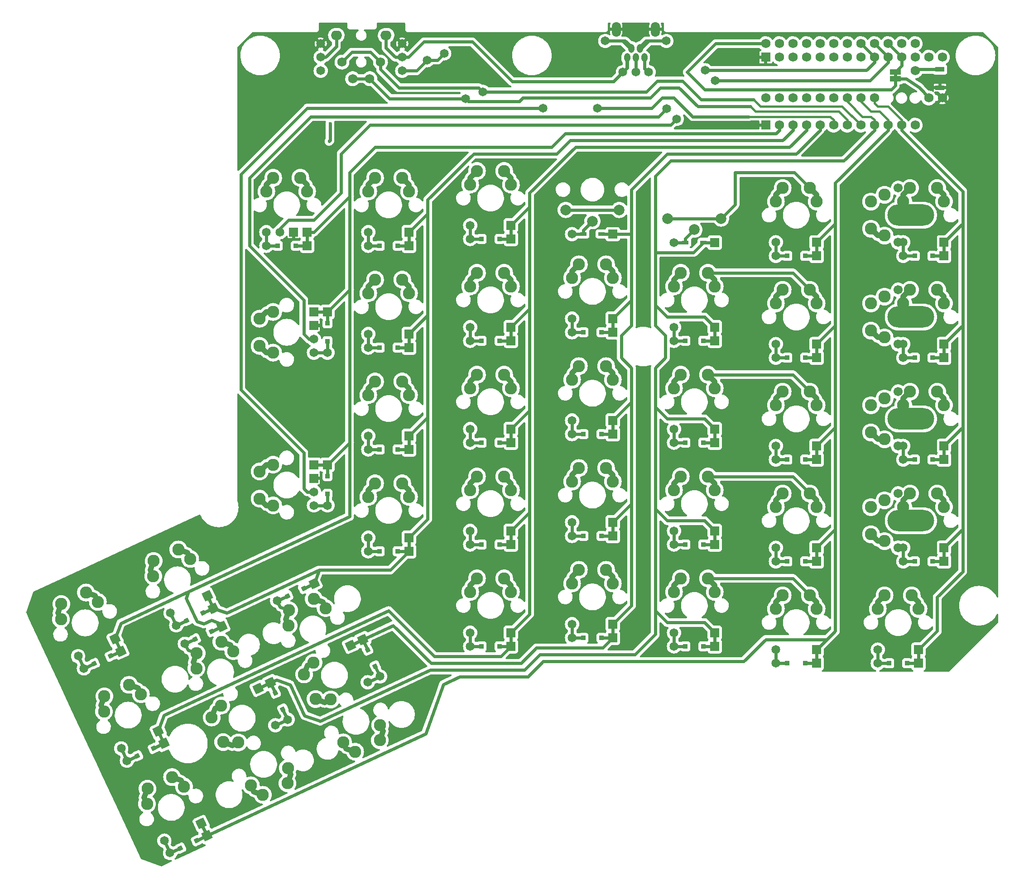
<source format=gtl>
%TF.GenerationSoftware,KiCad,Pcbnew,(6.0.5)*%
%TF.CreationDate,2022-05-21T18:25:29-06:00*%
%TF.ProjectId,ErgoDOX,4572676f-444f-4582-9e6b-696361645f70,rev?*%
%TF.SameCoordinates,Original*%
%TF.FileFunction,Copper,L1,Top*%
%TF.FilePolarity,Positive*%
%FSLAX46Y46*%
G04 Gerber Fmt 4.6, Leading zero omitted, Abs format (unit mm)*
G04 Created by KiCad (PCBNEW (6.0.5)) date 2022-05-21 18:25:29*
%MOMM*%
%LPD*%
G01*
G04 APERTURE LIST*
G04 Aperture macros list*
%AMRoundRect*
0 Rectangle with rounded corners*
0 $1 Rounding radius*
0 $2 $3 $4 $5 $6 $7 $8 $9 X,Y pos of 4 corners*
0 Add a 4 corners polygon primitive as box body*
4,1,4,$2,$3,$4,$5,$6,$7,$8,$9,$2,$3,0*
0 Add four circle primitives for the rounded corners*
1,1,$1+$1,$2,$3*
1,1,$1+$1,$4,$5*
1,1,$1+$1,$6,$7*
1,1,$1+$1,$8,$9*
0 Add four rect primitives between the rounded corners*
20,1,$1+$1,$2,$3,$4,$5,0*
20,1,$1+$1,$4,$5,$6,$7,0*
20,1,$1+$1,$6,$7,$8,$9,0*
20,1,$1+$1,$8,$9,$2,$3,0*%
%AMRotRect*
0 Rectangle, with rotation*
0 The origin of the aperture is its center*
0 $1 length*
0 $2 width*
0 $3 Rotation angle, in degrees counterclockwise*
0 Add horizontal line*
21,1,$1,$2,0,0,$3*%
G04 Aperture macros list end*
%TA.AperFunction,EtchedComponent*%
%ADD10C,0.609600*%
%TD*%
%TA.AperFunction,ComponentPad*%
%ADD11C,2.000000*%
%TD*%
%TA.AperFunction,ComponentPad*%
%ADD12C,1.651000*%
%TD*%
%TA.AperFunction,SMDPad,CuDef*%
%ADD13RoundRect,0.051100X-0.553900X-0.313900X0.553900X-0.313900X0.553900X0.313900X-0.553900X0.313900X0*%
%TD*%
%TA.AperFunction,ComponentPad*%
%ADD14R,1.651000X1.651000*%
%TD*%
%TA.AperFunction,ComponentPad*%
%ADD15C,2.286000*%
%TD*%
%TA.AperFunction,SMDPad,CuDef*%
%ADD16R,0.838200X0.838200*%
%TD*%
%TA.AperFunction,ComponentPad*%
%ADD17C,2.280920*%
%TD*%
%TA.AperFunction,ComponentPad*%
%ADD18C,2.283460*%
%TD*%
%TA.AperFunction,ComponentPad*%
%ADD19O,8.750300X3.987800*%
%TD*%
%TA.AperFunction,ComponentPad*%
%ADD20C,1.701800*%
%TD*%
%TA.AperFunction,ComponentPad*%
%ADD21RotRect,1.651000X1.651000X115.000000*%
%TD*%
%TA.AperFunction,SMDPad,CuDef*%
%ADD22RotRect,0.838200X0.838200X115.000000*%
%TD*%
%TA.AperFunction,ComponentPad*%
%ADD23RotRect,1.651000X1.651000X25.000000*%
%TD*%
%TA.AperFunction,SMDPad,CuDef*%
%ADD24RotRect,0.838200X0.838200X25.000000*%
%TD*%
%TA.AperFunction,ComponentPad*%
%ADD25O,2.057400X1.752600*%
%TD*%
%TA.AperFunction,ComponentPad*%
%ADD26C,1.752600*%
%TD*%
%TA.AperFunction,ComponentPad*%
%ADD27O,1.143000X1.651000*%
%TD*%
%TA.AperFunction,ComponentPad*%
%ADD28O,1.701800X2.794000*%
%TD*%
%TA.AperFunction,ComponentPad*%
%ADD29R,1.752600X1.752600*%
%TD*%
%TA.AperFunction,SMDPad,CuDef*%
%ADD30R,2.032000X1.016000*%
%TD*%
%TA.AperFunction,ComponentPad*%
%ADD31C,0.800000*%
%TD*%
%TA.AperFunction,SMDPad,CuDef*%
%ADD32R,1.700000X0.900000*%
%TD*%
%TA.AperFunction,ViaPad*%
%ADD33C,0.609600*%
%TD*%
%TA.AperFunction,Conductor*%
%ADD34C,0.600000*%
%TD*%
%TA.AperFunction,Conductor*%
%ADD35C,0.609600*%
%TD*%
%TA.AperFunction,Conductor*%
%ADD36C,0.406400*%
%TD*%
%TA.AperFunction,Conductor*%
%ADD37C,1.016000*%
%TD*%
G04 APERTURE END LIST*
D10*
%TO.C,SW1:13*%
X188353700Y-150822660D02*
X190500000Y-150822660D01*
X182880000Y-150822660D02*
X185026300Y-150822660D01*
%TO.C,SW1:10*%
X131203700Y-146050000D02*
X133350000Y-146050000D01*
X125730000Y-146050000D02*
X127876300Y-146050000D01*
%TO.C,SW1:9*%
X112153700Y-147647660D02*
X114300000Y-147647660D01*
X106680000Y-147647660D02*
X108826300Y-147647660D01*
%TO.C,SW2:13*%
X187642500Y-131772660D02*
X189788800Y-131772660D01*
X193116200Y-131772660D02*
X195262500Y-131772660D01*
%TO.C,SW2:10*%
X125730000Y-127000000D02*
X127876300Y-127000000D01*
X131203700Y-127000000D02*
X133350000Y-127000000D01*
%TO.C,SW2:9*%
X106680000Y-128597660D02*
X108826300Y-128597660D01*
X112153700Y-128597660D02*
X114300000Y-128597660D01*
%TO.C,SW2:7*%
X80010000Y-121295160D02*
X80010000Y-119148860D01*
X80010000Y-115821460D02*
X80010000Y-113675160D01*
%TO.C,SW3:13*%
X193116200Y-112722660D02*
X195262500Y-112722660D01*
X187642500Y-112722660D02*
X189788800Y-112722660D01*
%TO.C,SW3:11*%
X150253700Y-109547660D02*
X152400000Y-109547660D01*
X144780000Y-109547660D02*
X146926300Y-109547660D01*
%TO.C,SW3:10*%
X125730000Y-107950000D02*
X127876300Y-107950000D01*
X131203700Y-107950000D02*
X133350000Y-107950000D01*
%TO.C,SW3:9*%
X112153700Y-109547660D02*
X114300000Y-109547660D01*
X106680000Y-109547660D02*
X108826300Y-109547660D01*
%TO.C,SW3:8*%
X93103700Y-110817660D02*
X95250000Y-110817660D01*
X87630000Y-110817660D02*
X89776300Y-110817660D01*
%TO.C,SW4:13*%
X193116200Y-93672660D02*
X195262500Y-93672660D01*
X187642500Y-93672660D02*
X189788800Y-93672660D01*
%TO.C,SW4:12*%
X169303700Y-93672660D02*
X171450000Y-93672660D01*
X163830000Y-93672660D02*
X165976300Y-93672660D01*
%TO.C,SW4:11*%
X144780000Y-90497660D02*
X146926300Y-90497660D01*
X150253700Y-90497660D02*
X152400000Y-90497660D01*
%TO.C,SW4:10*%
X125730000Y-88900000D02*
X127876300Y-88900000D01*
X131203700Y-88900000D02*
X133350000Y-88900000D01*
%TO.C,SW4:9*%
X106680000Y-90497660D02*
X108826300Y-90497660D01*
X112153700Y-90497660D02*
X114300000Y-90497660D01*
%TO.C,SW4:8*%
X93103700Y-91767660D02*
X95250000Y-91767660D01*
X87630000Y-91767660D02*
X89776300Y-91767660D01*
%TO.C,SW4:7*%
X80010000Y-87246460D02*
X80010000Y-85100160D01*
X80010000Y-92720160D02*
X80010000Y-90573860D01*
%TO.C,SW0:10*%
X87505815Y-148337305D02*
X86598750Y-146392096D01*
X89819101Y-153298162D02*
X88912035Y-151352953D01*
%TO.C,SW0:12*%
X55528175Y-184002955D02*
X57473384Y-183095890D01*
X50567318Y-186316241D02*
X52512527Y-185409175D01*
%TO.C,SW0:11*%
X72554721Y-161349962D02*
X71647655Y-159404753D01*
X70241435Y-156389105D02*
X69334370Y-154443896D01*
%TO.C,SW0:9*%
X47476375Y-166736035D02*
X49421584Y-165828970D01*
X42515518Y-169049321D02*
X44460727Y-168142255D01*
%TO.C,SW0:7*%
X34466258Y-151784941D02*
X36411467Y-150877875D01*
X39427115Y-149471655D02*
X41372324Y-148564590D01*
%TO.C,SW1:11*%
X150253700Y-147647660D02*
X152400000Y-147647660D01*
X144780000Y-147647660D02*
X146926300Y-147647660D01*
%TO.C,SW0:8*%
X51730638Y-143735681D02*
X53675847Y-142828615D01*
X56691495Y-141422395D02*
X58636704Y-140515330D01*
%TO.C,J1*%
X139547600Y-34417000D02*
X143357600Y-34417000D01*
X138531600Y-35433000D02*
X139547600Y-34417000D01*
X135229600Y-40259000D02*
X135991600Y-39497000D01*
X140055600Y-40259000D02*
X139293600Y-39624000D01*
X137642600Y-37973000D02*
X137642600Y-40259000D01*
X135610600Y-34417000D02*
X131927600Y-34417000D01*
X139293600Y-39624000D02*
X139293600Y-37973000D01*
X135991600Y-39497000D02*
X135991600Y-37973000D01*
X136753600Y-35433000D02*
X135610600Y-34417000D01*
%TO.C,SW5:13*%
X187642500Y-74625200D02*
X189788800Y-74625200D01*
X193116200Y-74625200D02*
X195262500Y-74625200D01*
%TO.C,SW5:9*%
X112153700Y-71447660D02*
X114300000Y-71447660D01*
X106680000Y-71447660D02*
X108826300Y-71447660D01*
%TO.C,SW5:12*%
X169303700Y-74625200D02*
X171450000Y-74625200D01*
X163830000Y-74625200D02*
X165976300Y-74625200D01*
%TO.C,SW5:8*%
X87630000Y-72720200D02*
X89776300Y-72720200D01*
X93103700Y-72720200D02*
X95250000Y-72720200D01*
%TO.C,SW5:7*%
X68580000Y-72720200D02*
X70726300Y-72720200D01*
X74053700Y-72720200D02*
X76200000Y-72720200D01*
%TO.C,SW2:11*%
X150253700Y-128597660D02*
X152400000Y-128597660D01*
X144780000Y-128597660D02*
X146926300Y-128597660D01*
%TO.C,SW2:8*%
X93103700Y-129867660D02*
X95250000Y-129867660D01*
X87630000Y-129867660D02*
X89776300Y-129867660D01*
%TO.C,SW3:12*%
X169303700Y-112722660D02*
X171450000Y-112722660D01*
X163830000Y-112722660D02*
X165976300Y-112722660D01*
%TO.C,SW2:12*%
X169303700Y-131772660D02*
X171450000Y-131772660D01*
X163830000Y-131772660D02*
X165976300Y-131772660D01*
%TO.C,SW1:12*%
X169303700Y-150822660D02*
X171450000Y-150822660D01*
X163830000Y-150822660D02*
X165976300Y-150822660D01*
%TO.C,D1:8*%
X70605747Y-139135936D02*
X72550956Y-138228870D01*
X75566604Y-136822650D02*
X77511813Y-135915584D01*
%TO.C,D1:7*%
X58302224Y-144874450D02*
X60247433Y-143967384D01*
X53341367Y-147187736D02*
X55286576Y-146280670D01*
%TD*%
D11*
%TO.P,SW5:10,1*%
%TO.N,/ROW5*%
X134540000Y-66030000D03*
X124540000Y-66030000D03*
%TO.P,SW5:10,2*%
%TO.N,Net-(SW5:10-Pad2)*%
X129540000Y-68130000D03*
D12*
%TO.P,SW5:10,3*%
X125730000Y-70561200D03*
D13*
X127860000Y-70524000D03*
D14*
%TO.P,SW5:10,4*%
%TO.N,/COL10*%
X133350000Y-70561200D03*
D13*
X131220000Y-70524000D03*
%TD*%
D11*
%TO.P,SW5:11,1*%
%TO.N,/ROW5*%
X153590000Y-67627660D03*
X143590000Y-67627660D03*
%TO.P,SW5:11,2*%
%TO.N,Net-(SW5:11-Pad2)*%
X148590000Y-69727660D03*
D12*
%TO.P,SW5:11,3*%
X144780000Y-72158860D03*
D13*
X146910000Y-72121660D03*
D14*
%TO.P,SW5:11,4*%
%TO.N,/COL11*%
X152400000Y-72158860D03*
D13*
X150270000Y-72121660D03*
%TD*%
D15*
%TO.P,SW1:13,1*%
%TO.N,/ROW1*%
X190500000Y-140662660D03*
X189230000Y-138122660D03*
%TO.P,SW1:13,2*%
%TO.N,Net-(SW1:13-Pad2)*%
X184150000Y-138122660D03*
X182880000Y-140662660D03*
D12*
%TO.P,SW1:13,3*%
X182880000Y-148282660D03*
X182880000Y-150822660D03*
D14*
%TO.P,SW1:13,4*%
%TO.N,/COL0*%
X190500000Y-148282660D03*
X190500000Y-150822660D03*
D16*
%TO.P,SW1:13,99*%
%TO.N,N/C*%
X185026300Y-150822660D03*
X188353700Y-150822660D03*
%TD*%
D15*
%TO.P,SW1:10,1*%
%TO.N,/ROW1*%
X133350000Y-135890000D03*
X132080000Y-133350000D03*
%TO.P,SW1:10,2*%
%TO.N,Net-(SW1:10-Pad2)*%
X127000000Y-133350000D03*
X125730000Y-135890000D03*
D12*
%TO.P,SW1:10,3*%
X125730000Y-146050000D03*
X125730000Y-143510000D03*
D14*
%TO.P,SW1:10,4*%
%TO.N,/COL10*%
X133350000Y-146050000D03*
X133350000Y-143510000D03*
D16*
%TO.P,SW1:10,99*%
%TO.N,N/C*%
X131203700Y-146050000D03*
X127876300Y-146050000D03*
%TD*%
D15*
%TO.P,SW1:9,1*%
%TO.N,/ROW1*%
X114300000Y-137487660D03*
X113030000Y-134947660D03*
%TO.P,SW1:9,2*%
%TO.N,Net-(SW1:9-Pad2)*%
X107950000Y-134947660D03*
X106680000Y-137487660D03*
D12*
%TO.P,SW1:9,3*%
X106680000Y-145107660D03*
X106680000Y-147647660D03*
D14*
%TO.P,SW1:9,4*%
%TO.N,/COL4*%
X114300000Y-147647660D03*
X114300000Y-145107660D03*
D16*
%TO.P,SW1:9,99*%
%TO.N,N/C*%
X108826300Y-147647660D03*
X112153700Y-147647660D03*
%TD*%
D15*
%TO.P,SW2:13,1*%
%TO.N,/ROW2*%
X193992500Y-119072660D03*
D17*
X184150000Y-120342660D03*
X181610000Y-121612660D03*
D18*
X195262500Y-121612660D03*
D17*
%TO.P,SW2:13,2*%
%TO.N,Net-(SW2:13-Pad2)*%
X181610000Y-126692660D03*
D15*
X187642500Y-121612660D03*
D19*
X189069980Y-124152660D03*
D20*
X186690000Y-119072660D03*
D17*
X184150000Y-127962660D03*
D15*
X188912500Y-119072660D03*
D20*
%TO.P,SW2:13,3*%
X186690000Y-129232660D03*
D12*
X187642500Y-129232660D03*
X187642500Y-131772660D03*
D14*
%TO.P,SW2:13,4*%
%TO.N,/COL0*%
X195262500Y-131772660D03*
X195262500Y-129232660D03*
D16*
%TO.P,SW2:13,99*%
%TO.N,N/C*%
X189788800Y-131772660D03*
X193116200Y-131772660D03*
%TD*%
D15*
%TO.P,SW2:10,1*%
%TO.N,/ROW2*%
X133350000Y-116840000D03*
X132080000Y-114300000D03*
%TO.P,SW2:10,2*%
%TO.N,Net-(SW2:10-Pad2)*%
X125730000Y-116840000D03*
X127000000Y-114300000D03*
D12*
%TO.P,SW2:10,3*%
X125730000Y-124460000D03*
X125730000Y-127000000D03*
D14*
%TO.P,SW2:10,4*%
%TO.N,/COL10*%
X133350000Y-127000000D03*
X133350000Y-124460000D03*
D16*
%TO.P,SW2:10,99*%
%TO.N,N/C*%
X127876300Y-127000000D03*
X131203700Y-127000000D03*
%TD*%
D15*
%TO.P,SW2:9,1*%
%TO.N,/ROW2*%
X113030000Y-115897660D03*
X114300000Y-118437660D03*
%TO.P,SW2:9,2*%
%TO.N,Net-(SW2:9-Pad2)*%
X107950000Y-115897660D03*
X106680000Y-118437660D03*
D12*
%TO.P,SW2:9,3*%
X106680000Y-128597660D03*
X106680000Y-126057660D03*
D14*
%TO.P,SW2:9,4*%
%TO.N,/COL4*%
X114300000Y-128597660D03*
X114300000Y-126057660D03*
D16*
%TO.P,SW2:9,99*%
%TO.N,N/C*%
X112153700Y-128597660D03*
X108826300Y-128597660D03*
%TD*%
D15*
%TO.P,SW2:7,1*%
%TO.N,/ROW2*%
X69850000Y-113675160D03*
X67310000Y-114945160D03*
%TO.P,SW2:7,2*%
%TO.N,Net-(SW2:7-Pad2)*%
X67310000Y-120025160D03*
X69850000Y-121295160D03*
D12*
%TO.P,SW2:7,3*%
X77470000Y-121295160D03*
X80010000Y-121295160D03*
D14*
%TO.P,SW2:7,4*%
%TO.N,/COL6*%
X80010000Y-113675160D03*
X77470000Y-113675160D03*
D16*
%TO.P,SW2:7,99*%
%TO.N,N/C*%
X80010000Y-119148860D03*
X80010000Y-115821460D03*
%TD*%
D17*
%TO.P,SW3:13,1*%
%TO.N,/ROW3*%
X184150000Y-101292660D03*
X181610000Y-102562660D03*
D18*
X195262500Y-102562660D03*
D15*
X193992500Y-100022660D03*
D20*
%TO.P,SW3:13,2*%
%TO.N,Net-(SW3:13-Pad2)*%
X186690000Y-100022660D03*
D15*
X188912500Y-100022660D03*
D17*
X184150000Y-108912660D03*
X181610000Y-107642660D03*
D15*
X187642500Y-102562660D03*
D19*
X189069980Y-105102660D03*
D12*
%TO.P,SW3:13,3*%
X187642500Y-112722660D03*
X187642500Y-110182660D03*
D20*
X186690000Y-110182660D03*
D14*
%TO.P,SW3:13,4*%
%TO.N,/COL0*%
X195262500Y-112722660D03*
X195262500Y-110182660D03*
D16*
%TO.P,SW3:13,99*%
%TO.N,N/C*%
X193116200Y-112722660D03*
X189788800Y-112722660D03*
%TD*%
D15*
%TO.P,SW3:11,1*%
%TO.N,/ROW3*%
X151130000Y-96847660D03*
X152400000Y-99387660D03*
%TO.P,SW3:11,2*%
%TO.N,Net-(SW3:11-Pad2)*%
X146050000Y-96847660D03*
X144780000Y-99387660D03*
D12*
%TO.P,SW3:11,3*%
X144780000Y-107007660D03*
X144780000Y-109547660D03*
D14*
%TO.P,SW3:11,4*%
%TO.N,/COL11*%
X152400000Y-107007660D03*
X152400000Y-109547660D03*
D16*
%TO.P,SW3:11,99*%
%TO.N,N/C*%
X146926300Y-109547660D03*
X150253700Y-109547660D03*
%TD*%
D15*
%TO.P,SW3:10,1*%
%TO.N,/ROW3*%
X133350000Y-97790000D03*
X132080000Y-95250000D03*
%TO.P,SW3:10,2*%
%TO.N,Net-(SW3:10-Pad2)*%
X127000000Y-95250000D03*
X125730000Y-97790000D03*
D12*
%TO.P,SW3:10,3*%
X125730000Y-105410000D03*
X125730000Y-107950000D03*
D14*
%TO.P,SW3:10,4*%
%TO.N,/COL10*%
X133350000Y-107950000D03*
X133350000Y-105410000D03*
D16*
%TO.P,SW3:10,99*%
%TO.N,N/C*%
X127876300Y-107950000D03*
X131203700Y-107950000D03*
%TD*%
D15*
%TO.P,SW3:9,1*%
%TO.N,/ROW3*%
X113030000Y-96847660D03*
X114300000Y-99387660D03*
%TO.P,SW3:9,2*%
%TO.N,Net-(SW3:9-Pad2)*%
X107950000Y-96847660D03*
X106680000Y-99387660D03*
D12*
%TO.P,SW3:9,3*%
X106680000Y-107007660D03*
X106680000Y-109547660D03*
D14*
%TO.P,SW3:9,4*%
%TO.N,/COL4*%
X114300000Y-109547660D03*
X114300000Y-107007660D03*
D16*
%TO.P,SW3:9,99*%
%TO.N,N/C*%
X112153700Y-109547660D03*
X108826300Y-109547660D03*
%TD*%
D15*
%TO.P,SW3:8,1*%
%TO.N,/ROW3*%
X93980000Y-98117660D03*
X95250000Y-100657660D03*
%TO.P,SW3:8,2*%
%TO.N,Net-(SW3:8-Pad2)*%
X88900000Y-98117660D03*
X87630000Y-100657660D03*
D12*
%TO.P,SW3:8,3*%
X87630000Y-110817660D03*
X87630000Y-108277660D03*
D14*
%TO.P,SW3:8,4*%
%TO.N,/COL5*%
X95250000Y-108277660D03*
X95250000Y-110817660D03*
D16*
%TO.P,SW3:8,99*%
%TO.N,N/C*%
X93103700Y-110817660D03*
X89776300Y-110817660D03*
%TD*%
D17*
%TO.P,SW4:13,1*%
%TO.N,/ROW4*%
X181610000Y-83512660D03*
D15*
X193992500Y-80972660D03*
D17*
X184150000Y-82242660D03*
D18*
X195262500Y-83512660D03*
D17*
%TO.P,SW4:13,2*%
%TO.N,Net-(SW4:13-Pad2)*%
X184150000Y-89862660D03*
D19*
X189069980Y-86052660D03*
D17*
X181610000Y-88592660D03*
D15*
X188912500Y-80972660D03*
X187642500Y-83512660D03*
D20*
X186690000Y-80972660D03*
%TO.P,SW4:13,3*%
X186690000Y-91132660D03*
D12*
X187642500Y-93672660D03*
X187642500Y-91132660D03*
D14*
%TO.P,SW4:13,4*%
%TO.N,/COL0*%
X195262500Y-91132660D03*
X195262500Y-93672660D03*
D16*
%TO.P,SW4:13,99*%
%TO.N,N/C*%
X189788800Y-93672660D03*
X193116200Y-93672660D03*
%TD*%
D15*
%TO.P,SW4:12,1*%
%TO.N,/ROW4*%
X171450000Y-83512660D03*
X170180000Y-80972660D03*
%TO.P,SW4:12,2*%
%TO.N,Net-(SW4:12-Pad2)*%
X165100000Y-80972660D03*
X163830000Y-83512660D03*
D12*
%TO.P,SW4:12,3*%
X163830000Y-93672660D03*
X163830000Y-91132660D03*
D14*
%TO.P,SW4:12,4*%
%TO.N,/COL1*%
X171450000Y-93672660D03*
X171450000Y-91132660D03*
D16*
%TO.P,SW4:12,99*%
%TO.N,N/C*%
X169303700Y-93672660D03*
X165976300Y-93672660D03*
%TD*%
D15*
%TO.P,SW4:11,1*%
%TO.N,/ROW4*%
X151130000Y-77797660D03*
X152400000Y-80337660D03*
%TO.P,SW4:11,2*%
%TO.N,Net-(SW4:11-Pad2)*%
X146050000Y-77797660D03*
X144780000Y-80337660D03*
D12*
%TO.P,SW4:11,3*%
X144780000Y-90497660D03*
X144780000Y-87957660D03*
D14*
%TO.P,SW4:11,4*%
%TO.N,/COL11*%
X152400000Y-87957660D03*
X152400000Y-90497660D03*
D16*
%TO.P,SW4:11,99*%
%TO.N,N/C*%
X150253700Y-90497660D03*
X146926300Y-90497660D03*
%TD*%
D15*
%TO.P,SW4:10,1*%
%TO.N,/ROW4*%
X133350000Y-78740000D03*
X132080000Y-76200000D03*
%TO.P,SW4:10,2*%
%TO.N,Net-(SW4:10-Pad2)*%
X125730000Y-78740000D03*
X127000000Y-76200000D03*
D12*
%TO.P,SW4:10,3*%
X125730000Y-86360000D03*
X125730000Y-88900000D03*
D14*
%TO.P,SW4:10,4*%
%TO.N,/COL10*%
X133350000Y-88900000D03*
X133350000Y-86360000D03*
D16*
%TO.P,SW4:10,99*%
%TO.N,N/C*%
X127876300Y-88900000D03*
X131203700Y-88900000D03*
%TD*%
D15*
%TO.P,SW4:9,1*%
%TO.N,/ROW4*%
X113030000Y-77797660D03*
X114300000Y-80337660D03*
%TO.P,SW4:9,2*%
%TO.N,Net-(SW4:9-Pad2)*%
X106680000Y-80337660D03*
X107950000Y-77797660D03*
D12*
%TO.P,SW4:9,3*%
X106680000Y-90497660D03*
X106680000Y-87957660D03*
D14*
%TO.P,SW4:9,4*%
%TO.N,/COL4*%
X114300000Y-87957660D03*
X114300000Y-90497660D03*
D16*
%TO.P,SW4:9,99*%
%TO.N,N/C*%
X112153700Y-90497660D03*
X108826300Y-90497660D03*
%TD*%
D15*
%TO.P,SW4:8,1*%
%TO.N,/ROW4*%
X95250000Y-81607660D03*
X93980000Y-79067660D03*
%TO.P,SW4:8,2*%
%TO.N,Net-(SW4:8-Pad2)*%
X88900000Y-79067660D03*
X87630000Y-81607660D03*
D12*
%TO.P,SW4:8,3*%
X87630000Y-91767660D03*
X87630000Y-89227660D03*
D14*
%TO.P,SW4:8,4*%
%TO.N,/COL5*%
X95250000Y-91767660D03*
X95250000Y-89227660D03*
D16*
%TO.P,SW4:8,99*%
%TO.N,N/C*%
X89776300Y-91767660D03*
X93103700Y-91767660D03*
%TD*%
D15*
%TO.P,SW4:7,1*%
%TO.N,/ROW4*%
X69850000Y-85100160D03*
X67310000Y-86370160D03*
%TO.P,SW4:7,2*%
%TO.N,Net-(SW4:7-Pad2)*%
X69850000Y-92720160D03*
X67310000Y-91450160D03*
D12*
%TO.P,SW4:7,3*%
X77470000Y-92720160D03*
X80010000Y-92720160D03*
D14*
%TO.P,SW4:7,4*%
%TO.N,/COL6*%
X80010000Y-85100160D03*
X77470000Y-85100160D03*
D16*
%TO.P,SW4:7,99*%
%TO.N,N/C*%
X80010000Y-90573860D03*
X80010000Y-87246460D03*
%TD*%
D15*
%TO.P,SW0:10,1*%
%TO.N,/ROW0*%
X75625366Y-152910359D03*
X77390663Y-150685898D03*
%TO.P,SW0:10,2*%
%TO.N,Net-(SW0:10-Pad2)*%
X77772267Y-157514403D03*
X80611014Y-157591963D03*
D12*
%TO.P,SW0:10,3*%
X87517079Y-154371612D03*
X89819101Y-153298162D03*
D21*
%TO.P,SW0:10,4*%
%TO.N,/COL10*%
X86598750Y-146392096D03*
X84296728Y-147465547D03*
D22*
%TO.P,SW0:10,99*%
%TO.N,N/C*%
X87505815Y-148337305D03*
X88912035Y-151352953D03*
%TD*%
D15*
%TO.P,SW0:12,1*%
%TO.N,/ROW0*%
X53179582Y-173887803D03*
X50955121Y-172122506D03*
%TO.P,SW0:12,2*%
%TO.N,Net-(SW0:12-Pad2)*%
X46351077Y-174269407D03*
X46273517Y-177108154D03*
D12*
%TO.P,SW0:12,3*%
X50567318Y-186316241D03*
X49493868Y-184014219D03*
D23*
%TO.P,SW0:12,4*%
%TO.N,/COL1*%
X57473384Y-183095890D03*
X56399933Y-180793868D03*
D24*
%TO.P,SW0:12,99*%
%TO.N,N/C*%
X55528175Y-184002955D03*
X52512527Y-185409175D03*
%TD*%
D15*
%TO.P,SW0:11,1*%
%TO.N,/ROW0*%
X60126283Y-158737698D03*
X58360986Y-160962159D03*
%TO.P,SW0:11,2*%
%TO.N,Net-(SW0:11-Pad2)*%
X60507887Y-165566203D03*
X63346634Y-165643763D03*
D12*
%TO.P,SW0:11,3*%
X70252699Y-162423412D03*
X72554721Y-161349962D03*
D21*
%TO.P,SW0:11,4*%
%TO.N,/COL11*%
X67032348Y-155517347D03*
X69334370Y-154443896D03*
D22*
%TO.P,SW0:11,99*%
%TO.N,N/C*%
X70241435Y-156389105D03*
X71647655Y-159404753D03*
%TD*%
D15*
%TO.P,SW0:9,1*%
%TO.N,/ROW0*%
X42903321Y-154855586D03*
X45127782Y-156620883D03*
%TO.P,SW0:9,2*%
%TO.N,Net-(SW0:9-Pad2)*%
X38221717Y-159841234D03*
X38299277Y-157002487D03*
D12*
%TO.P,SW0:9,3*%
X41442068Y-166747299D03*
X42515518Y-169049321D03*
D23*
%TO.P,SW0:9,4*%
%TO.N,/COL4*%
X48348133Y-163526948D03*
X49421584Y-165828970D03*
D24*
%TO.P,SW0:9,99*%
%TO.N,N/C*%
X44460727Y-168142255D03*
X47476375Y-166736035D03*
%TD*%
D15*
%TO.P,SW0:7,1*%
%TO.N,/ROW0*%
X34854061Y-137591206D03*
X37078522Y-139356503D03*
%TO.P,SW0:7,2*%
%TO.N,Net-(SW0:7-Pad2)*%
X30172457Y-142576854D03*
X30250017Y-139738107D03*
D12*
%TO.P,SW0:7,3*%
X34466258Y-151784941D03*
X33392808Y-149482919D03*
D23*
%TO.P,SW0:7,4*%
%TO.N,/COL6*%
X41372324Y-148564590D03*
X40298873Y-146262568D03*
D24*
%TO.P,SW0:7,99*%
%TO.N,N/C*%
X36411467Y-150877875D03*
X39427115Y-149471655D03*
%TD*%
D15*
%TO.P,SW1:11,1*%
%TO.N,/ROW1*%
X152400000Y-137487660D03*
X151130000Y-134947660D03*
%TO.P,SW1:11,2*%
%TO.N,Net-(SW1:11-Pad2)*%
X146050000Y-134947660D03*
X144780000Y-137487660D03*
D12*
%TO.P,SW1:11,3*%
X144780000Y-145107660D03*
X144780000Y-147647660D03*
D14*
%TO.P,SW1:11,4*%
%TO.N,/COL11*%
X152400000Y-145107660D03*
X152400000Y-147647660D03*
D16*
%TO.P,SW1:11,99*%
%TO.N,N/C*%
X150253700Y-147647660D03*
X146926300Y-147647660D03*
%TD*%
D15*
%TO.P,SW0:8,1*%
%TO.N,/ROW0*%
X52118441Y-129541946D03*
X54342902Y-131307243D03*
%TO.P,SW0:8,2*%
%TO.N,Net-(SW0:8-Pad2)*%
X47514397Y-131688847D03*
X47436837Y-134527594D03*
D12*
%TO.P,SW0:8,3*%
X50657188Y-141433659D03*
X51730638Y-143735681D03*
D23*
%TO.P,SW0:8,4*%
%TO.N,/COL5*%
X58636704Y-140515330D03*
X57563253Y-138213308D03*
D24*
%TO.P,SW0:8,99*%
%TO.N,N/C*%
X56691495Y-141422395D03*
X53675847Y-142828615D03*
%TD*%
D12*
%TO.P,LED_C1,1*%
%TO.N,Net-(LED_C1-Pad1)*%
X77470000Y-118755160D03*
D14*
%TO.P,LED_C1,2*%
%TO.N,GND*%
X77470000Y-116215160D03*
%TD*%
D12*
%TO.P,LED_B1,1*%
%TO.N,Net-(LED_B1-Pad1)*%
X77470000Y-90180160D03*
D14*
%TO.P,LED_B1,2*%
%TO.N,GND*%
X77470000Y-87640160D03*
%TD*%
D12*
%TO.P,LED_A1,1*%
%TO.N,Net-(LED_A1-Pad1)*%
X71120000Y-70180200D03*
D14*
%TO.P,LED_A1,2*%
%TO.N,GND*%
X73660000Y-70180200D03*
%TD*%
D12*
%TO.P,RC1,1*%
%TO.N,/LED_C*%
X130492500Y-46990000D03*
%TO.P,RC1,2*%
%TO.N,Net-(LED_C1-Pad1)*%
X120332500Y-46990000D03*
%TD*%
%TO.P,RA1,1*%
%TO.N,/LED_A*%
X152499602Y-41810398D03*
%TO.P,RA1,2*%
%TO.N,Net-(LED_A1-Pad1)*%
X145315398Y-48994602D03*
%TD*%
%TO.P,RB1,1*%
%TO.N,/LED_B*%
X150594602Y-39905398D03*
%TO.P,RB1,2*%
%TO.N,Net-(LED_B1-Pad1)*%
X143410398Y-47089602D03*
%TD*%
%TO.P,R1,1*%
%TO.N,VCC*%
X101817898Y-36730398D03*
%TO.P,R1,2*%
%TO.N,/SDAM*%
X109002102Y-43914602D03*
%TD*%
D25*
%TO.P,J2,1*%
%TO.N,Net-(J1-Pad5)*%
X90957400Y-33375600D03*
D26*
%TO.P,J2,2*%
%TO.N,/SDAM*%
X82702400Y-38379400D03*
%TO.P,J2,3*%
%TO.N,/SCLM*%
X87909400Y-41478200D03*
D25*
%TO.P,J2,4*%
%TO.N,Net-(J1-Pad1)*%
X81661000Y-33375600D03*
D26*
%TO.P,J2,5*%
%TO.N,/SCLM*%
X84709000Y-41478200D03*
%TO.P,J2,6*%
%TO.N,/SDAM*%
X89916000Y-38379400D03*
%TD*%
D12*
%TO.P,J4,1*%
%TO.N,VCC*%
X78740000Y-40005000D03*
%TO.P,J4,2*%
%TO.N,Net-(J1-Pad1)*%
X78740000Y-37465000D03*
%TO.P,J4,3*%
%TO.N,GND*%
X78740000Y-34925000D03*
%TD*%
%TO.P,R2,1*%
%TO.N,VCC*%
X98642898Y-38000398D03*
%TO.P,R2,2*%
%TO.N,/SCLM*%
X105827102Y-45184602D03*
%TD*%
%TO.P,J1,1*%
%TO.N,Net-(J1-Pad1)*%
X140055600Y-40259000D03*
D27*
X139242800Y-37553900D03*
%TO.P,J1,2*%
%TO.N,Net-(J1-Pad2)*%
X138442700Y-35806380D03*
D12*
X143357600Y-34417000D03*
D27*
%TO.P,J1,3*%
%TO.N,Net-(J1-Pad3)*%
X137642600Y-37553900D03*
D12*
X137642600Y-40259000D03*
%TO.P,J1,4*%
%TO.N,Net-(J1-Pad4)*%
X131927600Y-34417000D03*
D27*
X136842500Y-35806380D03*
%TO.P,J1,5*%
%TO.N,Net-(J1-Pad5)*%
X136042400Y-37553900D03*
D12*
X135229600Y-40259000D03*
D28*
%TO.P,J1,6*%
%TO.N,GND*%
X141290040Y-32230060D03*
X133995160Y-32230060D03*
%TD*%
D17*
%TO.P,SW5:13,1*%
%TO.N,/ROW5*%
X181610000Y-64465200D03*
D18*
X195262500Y-64465200D03*
D17*
X184150000Y-63195200D03*
D15*
X193992500Y-61925200D03*
%TO.P,SW5:13,2*%
%TO.N,Net-(SW5:13-Pad2)*%
X188912500Y-61925200D03*
D19*
X189069980Y-67005200D03*
D20*
X186690000Y-61925200D03*
D17*
X184150000Y-70815200D03*
X181610000Y-69545200D03*
D15*
X187642500Y-64465200D03*
D12*
%TO.P,SW5:13,3*%
X187642500Y-74625200D03*
D20*
X186690000Y-72085200D03*
D12*
X187642500Y-72085200D03*
D14*
%TO.P,SW5:13,4*%
%TO.N,/COL0*%
X195262500Y-72085200D03*
X195262500Y-74625200D03*
D16*
%TO.P,SW5:13,99*%
%TO.N,N/C*%
X189788800Y-74625200D03*
X193116200Y-74625200D03*
%TD*%
D15*
%TO.P,SW5:9,1*%
%TO.N,/ROW5*%
X113030000Y-58747660D03*
X114300000Y-61287660D03*
%TO.P,SW5:9,2*%
%TO.N,Net-(SW5:9-Pad2)*%
X106680000Y-61287660D03*
X107950000Y-58747660D03*
D12*
%TO.P,SW5:9,3*%
X106680000Y-68907660D03*
X106680000Y-71447660D03*
D14*
%TO.P,SW5:9,4*%
%TO.N,/COL4*%
X114300000Y-71447660D03*
X114300000Y-68907660D03*
D16*
%TO.P,SW5:9,99*%
%TO.N,N/C*%
X112153700Y-71447660D03*
X108826300Y-71447660D03*
%TD*%
D15*
%TO.P,SW5:12,1*%
%TO.N,/ROW5*%
X171450000Y-64465200D03*
X170180000Y-61925200D03*
%TO.P,SW5:12,2*%
%TO.N,Net-(SW5:12-Pad2)*%
X163830000Y-64465200D03*
X165100000Y-61925200D03*
D12*
%TO.P,SW5:12,3*%
X163830000Y-74625200D03*
X163830000Y-72085200D03*
D14*
%TO.P,SW5:12,4*%
%TO.N,/COL1*%
X171450000Y-74625200D03*
X171450000Y-72085200D03*
D16*
%TO.P,SW5:12,99*%
%TO.N,N/C*%
X165976300Y-74625200D03*
X169303700Y-74625200D03*
%TD*%
D15*
%TO.P,SW5:8,1*%
%TO.N,/ROW5*%
X93980000Y-60020200D03*
X95250000Y-62560200D03*
%TO.P,SW5:8,2*%
%TO.N,Net-(SW5:8-Pad2)*%
X87630000Y-62560200D03*
X88900000Y-60020200D03*
D12*
%TO.P,SW5:8,3*%
X87630000Y-70180200D03*
X87630000Y-72720200D03*
D14*
%TO.P,SW5:8,4*%
%TO.N,/COL5*%
X95250000Y-72720200D03*
X95250000Y-70180200D03*
D16*
%TO.P,SW5:8,99*%
%TO.N,N/C*%
X89776300Y-72720200D03*
X93103700Y-72720200D03*
%TD*%
D15*
%TO.P,SW5:7,1*%
%TO.N,/ROW5*%
X76200000Y-62560200D03*
X74930000Y-60020200D03*
%TO.P,SW5:7,2*%
%TO.N,Net-(SW5:7-Pad2)*%
X69850000Y-60020200D03*
X68580000Y-62560200D03*
D12*
%TO.P,SW5:7,3*%
X68580000Y-70180200D03*
X68580000Y-72720200D03*
D14*
%TO.P,SW5:7,4*%
%TO.N,/COL6*%
X76200000Y-72720200D03*
X76200000Y-70180200D03*
D16*
%TO.P,SW5:7,99*%
%TO.N,N/C*%
X70726300Y-72720200D03*
X74053700Y-72720200D03*
%TD*%
D15*
%TO.P,SW2:11,1*%
%TO.N,/ROW2*%
X151130000Y-115897660D03*
X152400000Y-118437660D03*
%TO.P,SW2:11,2*%
%TO.N,Net-(SW2:11-Pad2)*%
X146050000Y-115897660D03*
X144780000Y-118437660D03*
D12*
%TO.P,SW2:11,3*%
X144780000Y-128597660D03*
X144780000Y-126057660D03*
D14*
%TO.P,SW2:11,4*%
%TO.N,/COL11*%
X152400000Y-128597660D03*
X152400000Y-126057660D03*
D16*
%TO.P,SW2:11,99*%
%TO.N,N/C*%
X146926300Y-128597660D03*
X150253700Y-128597660D03*
%TD*%
D15*
%TO.P,SW2:8,1*%
%TO.N,/ROW2*%
X95250000Y-119707660D03*
X93980000Y-117167660D03*
%TO.P,SW2:8,2*%
%TO.N,Net-(SW2:8-Pad2)*%
X88900000Y-117167660D03*
X87630000Y-119707660D03*
D12*
%TO.P,SW2:8,3*%
X87630000Y-127327660D03*
X87630000Y-129867660D03*
D14*
%TO.P,SW2:8,4*%
%TO.N,/COL5*%
X95250000Y-127327660D03*
X95250000Y-129867660D03*
D16*
%TO.P,SW2:8,99*%
%TO.N,N/C*%
X93103700Y-129867660D03*
X89776300Y-129867660D03*
%TD*%
D15*
%TO.P,SW3:12,1*%
%TO.N,/ROW3*%
X171450000Y-102562660D03*
X170180000Y-100022660D03*
%TO.P,SW3:12,2*%
%TO.N,Net-(SW3:12-Pad2)*%
X163830000Y-102562660D03*
X165100000Y-100022660D03*
D12*
%TO.P,SW3:12,3*%
X163830000Y-110182660D03*
X163830000Y-112722660D03*
D14*
%TO.P,SW3:12,4*%
%TO.N,/COL1*%
X171450000Y-110182660D03*
X171450000Y-112722660D03*
D16*
%TO.P,SW3:12,99*%
%TO.N,N/C*%
X169303700Y-112722660D03*
X165976300Y-112722660D03*
%TD*%
D15*
%TO.P,SW2:12,1*%
%TO.N,/ROW2*%
X170180000Y-119072660D03*
X171450000Y-121612660D03*
%TO.P,SW2:12,2*%
%TO.N,Net-(SW2:12-Pad2)*%
X165100000Y-119072660D03*
X163830000Y-121612660D03*
D12*
%TO.P,SW2:12,3*%
X163830000Y-131772660D03*
X163830000Y-129232660D03*
D14*
%TO.P,SW2:12,4*%
%TO.N,/COL1*%
X171450000Y-131772660D03*
X171450000Y-129232660D03*
D16*
%TO.P,SW2:12,99*%
%TO.N,N/C*%
X169303700Y-131772660D03*
X165976300Y-131772660D03*
%TD*%
D15*
%TO.P,SW1:12,1*%
%TO.N,/ROW1*%
X170180000Y-138122660D03*
X171450000Y-140662660D03*
%TO.P,SW1:12,2*%
%TO.N,Net-(SW1:12-Pad2)*%
X165100000Y-138122660D03*
X163830000Y-140662660D03*
D12*
%TO.P,SW1:12,3*%
X163830000Y-148282660D03*
X163830000Y-150822660D03*
D14*
%TO.P,SW1:12,4*%
%TO.N,/COL1*%
X171450000Y-150822660D03*
X171450000Y-148282660D03*
D16*
%TO.P,SW1:12,99*%
%TO.N,N/C*%
X165976300Y-150822660D03*
X169303700Y-150822660D03*
%TD*%
D15*
%TO.P,SX1:8,1*%
%TO.N,/ROW1*%
X77434621Y-138754526D03*
X79659082Y-140519823D03*
%TO.P,SX1:8,2*%
%TO.N,Net-(D1:8-Pad1)*%
X72830577Y-140901427D03*
X72753017Y-143740174D03*
%TD*%
%TO.P,SX1:7,1*%
%TO.N,/ROW1*%
X62394702Y-148571623D03*
X60170241Y-146806326D03*
%TO.P,SX1:7,2*%
%TO.N,Net-(D1:7-Pad1)*%
X55488637Y-151791974D03*
X55566197Y-148953227D03*
%TD*%
%TO.P,SX0:10,1*%
%TO.N,/ROW0*%
X82951718Y-165611137D03*
X85176179Y-167376434D03*
%TO.P,SX0:10,2*%
%TO.N,Net-(SW0:10-Pad2)*%
X89857783Y-162390786D03*
X89780223Y-165229533D03*
%TD*%
%TO.P,SX0:11,1*%
%TO.N,/ROW0*%
X65684798Y-173660397D03*
X67909259Y-175425694D03*
%TO.P,SX0:11,2*%
%TO.N,Net-(SW0:11-Pad2)*%
X72513303Y-173278793D03*
X72590863Y-170440046D03*
%TD*%
D12*
%TO.P,D1:8,1*%
%TO.N,Net-(D1:8-Pad1)*%
X70605747Y-139135936D03*
D23*
%TO.P,D1:8,2*%
%TO.N,/COL5*%
X77511813Y-135915584D03*
D24*
%TO.P,D1:8,99*%
%TO.N,N/C*%
X75566604Y-136822650D03*
X72550956Y-138228870D03*
%TD*%
D12*
%TO.P,D1:7,1*%
%TO.N,Net-(D1:7-Pad1)*%
X53341367Y-147187736D03*
D23*
%TO.P,D1:7,2*%
%TO.N,/COL6*%
X60247433Y-143967384D03*
D24*
%TO.P,D1:7,99*%
%TO.N,N/C*%
X58302224Y-144874450D03*
X55286576Y-146280670D03*
%TD*%
D29*
%TO.P,U1,1*%
%TO.N,GND*%
X161925000Y-50165000D03*
D26*
%TO.P,U1,2*%
%TO.N,/COL6*%
X164465000Y-50165000D03*
%TO.P,U1,3*%
%TO.N,/COL5*%
X167005000Y-50165000D03*
%TO.P,U1,4*%
%TO.N,/COL4*%
X169545000Y-50165000D03*
%TO.P,U1,5*%
%TO.N,/COL10*%
X172085000Y-50165000D03*
%TO.P,U1,6*%
%TO.N,/LED_C*%
X174625000Y-50165000D03*
%TO.P,U1,7*%
%TO.N,/SCLM*%
X177165000Y-50165000D03*
%TO.P,U1,8*%
%TO.N,/SDAM*%
X179705000Y-50165000D03*
%TO.P,U1,9*%
%TO.N,/COL11*%
X182245000Y-50165000D03*
%TO.P,U1,10*%
%TO.N,/COL1*%
X184785000Y-50165000D03*
%TO.P,U1,11*%
%TO.N,/COL0*%
X187325000Y-50165000D03*
%TO.P,U1,12*%
%TO.N,Net-(U1-Pad12)*%
X189865000Y-50165000D03*
%TO.P,U1,16*%
%TO.N,/RST*%
X189865000Y-40005000D03*
%TO.P,U1,18*%
%TO.N,GND*%
X189865000Y-34925000D03*
%TO.P,U1,19*%
%TO.N,Net-(U1-Pad19)*%
X187325000Y-34925000D03*
%TO.P,U1,20*%
%TO.N,VCC*%
X184785000Y-34925000D03*
%TO.P,U1,21*%
%TO.N,/LED_A*%
X182245000Y-34925000D03*
%TO.P,U1,22*%
%TO.N,/LED_B*%
X179705000Y-34925000D03*
%TO.P,U1,23*%
%TO.N,/ROW0*%
X177165000Y-34925000D03*
%TO.P,U1,24*%
%TO.N,/ROW1*%
X174625000Y-34925000D03*
%TO.P,U1,25*%
%TO.N,/ROW2*%
X172085000Y-34925000D03*
%TO.P,U1,26*%
%TO.N,/ROW3*%
X169545000Y-34925000D03*
%TO.P,U1,27*%
%TO.N,/ROW4*%
X167005000Y-34925000D03*
%TO.P,U1,28*%
%TO.N,/ROW5*%
X164465000Y-34925000D03*
%TO.P,U1,29*%
%TO.N,VCC*%
X161925000Y-34925000D03*
%TD*%
D30*
%TO.P,JP1,1*%
%TO.N,VCC*%
X186130000Y-40255000D03*
X186130000Y-41525000D03*
%TD*%
D31*
%TO.P,STITCHING_VIA,GND*%
%TO.N,GND*%
X138750000Y-64400000D03*
%TD*%
%TO.P,STITCHING_VIA,GND*%
%TO.N,GND*%
X78130000Y-55020000D03*
%TD*%
%TO.P,STITCHING_VIA,GND*%
%TO.N,GND*%
X174460000Y-54430000D03*
%TD*%
%TO.P,STITCHING_VIA,GND*%
%TO.N,GND*%
X155300000Y-37140000D03*
%TD*%
%TO.P,STITCHING_VIA,GND*%
%TO.N,GND*%
X101490000Y-129460000D03*
%TD*%
%TO.P,STITCHING_VIA,GND*%
%TO.N,GND*%
X59870000Y-171840000D03*
%TD*%
%TO.P,STITCHING_VIA,GND*%
%TO.N,GND*%
X119940000Y-134000000D03*
%TD*%
%TO.P,STITCHING_VIA,GND*%
%TO.N,GND*%
X138670000Y-134080000D03*
%TD*%
%TO.P,STITCHING_VIA,GND*%
%TO.N,GND*%
X157790000Y-132510000D03*
%TD*%
%TO.P,STITCHING_VIA,GND*%
%TO.N,GND*%
X177240000Y-132590000D03*
%TD*%
%TO.P,STITCHING_VIA,GND*%
%TO.N,GND*%
X100190000Y-58530000D03*
%TD*%
D32*
%TO.P,SW_RST1,1*%
%TO.N,/RST*%
X194500000Y-39750000D03*
%TO.P,SW_RST1,2*%
%TO.N,GND*%
X194500000Y-43150000D03*
%TD*%
D29*
%TO.P,U2,1*%
%TO.N,GND*%
X161925000Y-37465000D03*
D26*
%TO.P,U2,2*%
%TO.N,N/C*%
X164465000Y-37465000D03*
%TO.P,U2,3*%
%TO.N,/ROW5*%
X167005000Y-37465000D03*
%TO.P,U2,4*%
%TO.N,/ROW4*%
X169545000Y-37465000D03*
%TO.P,U2,5*%
%TO.N,/ROW3*%
X172085000Y-37465000D03*
%TO.P,U2,6*%
%TO.N,/ROW2*%
X174625000Y-37465000D03*
%TO.P,U2,7*%
%TO.N,/ROW1*%
X177165000Y-37465000D03*
%TO.P,U2,8*%
%TO.N,/ROW0*%
X179705000Y-37465000D03*
%TO.P,U2,9*%
%TO.N,/LED_B*%
X182245000Y-37465000D03*
%TO.P,U2,10*%
%TO.N,/LED_A*%
X184785000Y-37465000D03*
%TO.P,U2,11*%
%TO.N,VCC*%
X187325000Y-37465000D03*
%TO.P,U2,12*%
%TO.N,/SCLM*%
X189865000Y-37465000D03*
%TO.P,U2,13*%
%TO.N,/SDAM*%
X192405000Y-37465000D03*
%TO.P,U2,14*%
%TO.N,Net-(U2-Pad14)*%
X194945000Y-37465000D03*
%TO.P,U2,15*%
%TO.N,GND*%
X194945000Y-45085000D03*
%TO.P,U2,16*%
%TO.N,VCC*%
X192405000Y-45085000D03*
%TO.P,U2,20*%
%TO.N,/COL0*%
X182245000Y-45085000D03*
%TO.P,U2,21*%
%TO.N,/COL1*%
X179705000Y-45085000D03*
%TO.P,U2,22*%
%TO.N,/COL11*%
X177165000Y-45085000D03*
%TO.P,U2,23*%
%TO.N,/COL10*%
X174625000Y-45085000D03*
%TO.P,U2,24*%
%TO.N,/COL4*%
X172085000Y-45085000D03*
%TO.P,U2,25*%
%TO.N,/COL5*%
X169545000Y-45085000D03*
%TO.P,U2,26*%
%TO.N,/COL6*%
X167005000Y-45085000D03*
%TO.P,U2,27*%
%TO.N,Net-(U2-Pad27)*%
X164465000Y-45085000D03*
%TO.P,U2,28*%
%TO.N,Net-(U2-Pad28)*%
X161925000Y-45085000D03*
%TD*%
D12*
%TO.P,J3,1*%
%TO.N,VCC*%
X93980000Y-40005000D03*
%TO.P,J3,2*%
%TO.N,Net-(J1-Pad5)*%
X93980000Y-37465000D03*
%TO.P,J3,3*%
%TO.N,GND*%
X93980000Y-34925000D03*
%TD*%
D33*
%TO.N,VCC*%
X80300000Y-53200000D03*
X80470000Y-49840000D03*
%TD*%
D34*
%TO.N,/COL10*%
X133350000Y-70561200D02*
X136779000Y-70561200D01*
D35*
X136842500Y-82867500D02*
X136842500Y-70497700D01*
D34*
X136779000Y-70561200D02*
X136842500Y-70497700D01*
%TO.N,Net-(SW5:10-Pad2)*%
X127860000Y-70524000D02*
X125767200Y-70524000D01*
%TO.N,/COL10*%
X131220000Y-70524000D02*
X133312800Y-70524000D01*
%TO.N,Net-(SW5:10-Pad2)*%
X127860000Y-69810000D02*
X129540000Y-68130000D01*
X127860000Y-70524000D02*
X127860000Y-69810000D01*
%TO.N,/ROW5*%
X124540000Y-66030000D02*
X134540000Y-66030000D01*
%TO.N,Net-(SW5:11-Pad2)*%
X144780000Y-72158860D02*
X146872800Y-72158860D01*
D35*
%TO.N,/COL11*%
X150270000Y-72121660D02*
X152362800Y-72121660D01*
D34*
%TO.N,/ROW5*%
X143590000Y-67627660D02*
X153590000Y-67627660D01*
D35*
%TO.N,/COL11*%
X148414160Y-73977500D02*
X150270000Y-72121660D01*
X141287500Y-73977500D02*
X141287500Y-59690000D01*
X141287500Y-73977500D02*
X148414160Y-73977500D01*
X141287500Y-83820000D02*
X141287500Y-73977500D01*
D34*
%TO.N,Net-(SW5:11-Pad2)*%
X146910000Y-71407660D02*
X148590000Y-69727660D01*
X146910000Y-72121660D02*
X146910000Y-71407660D01*
%TO.N,/ROW5*%
X167309800Y-59055000D02*
X167792400Y-59537600D01*
X156210000Y-59055000D02*
X167309800Y-59055000D01*
D35*
X167792400Y-59537600D02*
X170180000Y-61925200D01*
D34*
X156210000Y-65007660D02*
X156210000Y-59055000D01*
X153590000Y-67627660D02*
X156210000Y-65007660D01*
D35*
%TO.N,/COL0*%
X198755000Y-125740160D02*
X198755000Y-106690160D01*
X198755000Y-106690160D02*
X198755000Y-87640160D01*
X198755000Y-87640160D02*
X198755000Y-68592700D01*
X193992500Y-144790160D02*
X193992500Y-138427460D01*
X193992500Y-138427460D02*
X198755000Y-133664960D01*
X198755000Y-133664960D02*
X198755000Y-125740160D01*
D36*
X182245000Y-46037500D02*
X182880000Y-46672500D01*
X182880000Y-46672500D02*
X184785000Y-46672500D01*
X184785000Y-46672500D02*
X187325000Y-49212500D01*
X187325000Y-49212500D02*
X187325000Y-50165000D01*
D35*
X187325000Y-51117500D02*
X198755000Y-62547500D01*
X198755000Y-62547500D02*
X198755000Y-68592700D01*
X190500000Y-148282660D02*
X190500000Y-150822660D01*
X195262500Y-91132660D02*
X195262500Y-93672660D01*
X187325000Y-50165000D02*
X187325000Y-51117500D01*
X195262500Y-91132660D02*
X198755000Y-87640160D01*
D36*
X182245000Y-45085000D02*
X182245000Y-46037500D01*
D35*
X195262500Y-72085200D02*
X195262500Y-74625200D01*
X195262500Y-129232660D02*
X198755000Y-125740160D01*
X195262500Y-72085200D02*
X198755000Y-68592700D01*
X195262500Y-110182660D02*
X195262500Y-112722660D01*
X195262500Y-110182660D02*
X198755000Y-106690160D01*
X190500000Y-148282660D02*
X193992500Y-144790160D01*
X195262500Y-129232660D02*
X195262500Y-131772660D01*
%TO.N,/COL1*%
X174942500Y-106690160D02*
X174942500Y-87640160D01*
X174942500Y-125740160D02*
X174942500Y-106690160D01*
X174942500Y-144790160D02*
X174942500Y-125740160D01*
X173360080Y-146372580D02*
X174942500Y-144790160D01*
D36*
X179705000Y-45720000D02*
X181610000Y-47625000D01*
X181610000Y-47625000D02*
X183197500Y-47625000D01*
X183197500Y-47625000D02*
X184785000Y-49212500D01*
X184785000Y-49212500D02*
X184785000Y-50165000D01*
D35*
X184785000Y-51117500D02*
X174942500Y-60960000D01*
X174942500Y-60960000D02*
X174942500Y-68580000D01*
X171450000Y-72072500D02*
X174942500Y-68580000D01*
X174942500Y-68580000D02*
X174942500Y-87640160D01*
X161919920Y-146372580D02*
X157797500Y-150495000D01*
X157797500Y-150495000D02*
X120332500Y-150495000D01*
X120332500Y-150495000D02*
X117475000Y-153352500D01*
X98333560Y-164043360D02*
X101711760Y-154759660D01*
X101711760Y-154759660D02*
X104729280Y-153352500D01*
X57472580Y-183095900D02*
X98333560Y-164043360D01*
X171450000Y-129232660D02*
X171450000Y-131772660D01*
X56400700Y-180794660D02*
X57472580Y-183095900D01*
X171450000Y-72085200D02*
X171450000Y-74625200D01*
X171450000Y-110182660D02*
X174942500Y-106690160D01*
X171450000Y-91132660D02*
X171450000Y-93672660D01*
X171450000Y-129232660D02*
X174942500Y-125740160D01*
X161919920Y-146372580D02*
X173360080Y-146372580D01*
X171450000Y-148282660D02*
X173360080Y-146372580D01*
X171450000Y-110182660D02*
X171450000Y-112722660D01*
X184785000Y-50165000D02*
X184785000Y-51117500D01*
X104729280Y-153352500D02*
X117475000Y-153352500D01*
X171450000Y-148282660D02*
X171450000Y-150822660D01*
X171450000Y-91132660D02*
X174942500Y-87640160D01*
%TO.N,/COL10*%
X136842500Y-95567500D02*
X134937500Y-93662500D01*
X134937500Y-93662500D02*
X134937500Y-89535000D01*
X134937500Y-89535000D02*
X136842500Y-87630000D01*
X136842500Y-87630000D02*
X136842500Y-82867500D01*
X136842500Y-101917500D02*
X136842500Y-95567500D01*
X136842500Y-120967500D02*
X136842500Y-101917500D01*
X136842500Y-140017500D02*
X136842500Y-120967500D01*
X136842500Y-62230000D02*
X143510000Y-55562500D01*
X172085000Y-51117500D02*
X167640000Y-55562500D01*
X167640000Y-55562500D02*
X143510000Y-55562500D01*
X119062500Y-147955000D02*
X116205000Y-150812500D01*
X116205000Y-150812500D02*
X99377500Y-150812500D01*
X133350000Y-143510000D02*
X133350000Y-146050000D01*
X131445000Y-147955000D02*
X133350000Y-146050000D01*
X133350000Y-105410000D02*
X136842500Y-101917500D01*
X136842500Y-70497700D02*
X136842500Y-62230000D01*
X172085000Y-50165000D02*
X172085000Y-51117500D01*
X131445000Y-147955000D02*
X119062500Y-147955000D01*
X133350000Y-143510000D02*
X136842500Y-140017500D01*
X133350000Y-86360000D02*
X136842500Y-82867500D01*
X133350000Y-124460000D02*
X133350000Y-127000000D01*
X84297520Y-147464780D02*
X86601300Y-146392900D01*
X133350000Y-86360000D02*
X133350000Y-88900000D01*
X133350000Y-124460000D02*
X136842500Y-120967500D01*
X133350000Y-105410000D02*
X133350000Y-107950000D01*
X92301060Y-143736060D02*
X99377500Y-150812500D01*
X86601300Y-146392900D02*
X92301060Y-143736060D01*
%TO.N,/COL11*%
X141287500Y-95567500D02*
X143192500Y-93662500D01*
X143192500Y-93662500D02*
X143192500Y-89535000D01*
X143192500Y-89535000D02*
X141287500Y-87630000D01*
X141287500Y-87630000D02*
X141287500Y-83820000D01*
X150484840Y-143192500D02*
X143510000Y-143192500D01*
X141287500Y-140970000D02*
X141287500Y-121920000D01*
X150484840Y-124142500D02*
X143510000Y-124142500D01*
X143510000Y-124142500D02*
X141287500Y-121920000D01*
X141287500Y-121920000D02*
X141287500Y-102870000D01*
X143510000Y-143192500D02*
X141287500Y-140970000D01*
X150484840Y-105092500D02*
X143510000Y-105092500D01*
X143510000Y-105092500D02*
X141287500Y-102870000D01*
X141287500Y-102870000D02*
X141287500Y-95567500D01*
X150484840Y-86042500D02*
X143510000Y-86042500D01*
X143510000Y-86042500D02*
X141287500Y-83820000D01*
D36*
X177165000Y-45720000D02*
X180022500Y-48577500D01*
D35*
X70487540Y-153906220D02*
X73017380Y-154828240D01*
X73017380Y-154828240D02*
X75702160Y-160583880D01*
X75702160Y-160583880D02*
X78656180Y-161658300D01*
X78656180Y-161658300D02*
X99192080Y-152082500D01*
D36*
X180022500Y-48577500D02*
X181610000Y-48577500D01*
X181610000Y-48577500D02*
X182245000Y-49212500D01*
X182245000Y-49212500D02*
X182245000Y-50165000D01*
D35*
X182245000Y-51117500D02*
X176530000Y-56832500D01*
X176530000Y-56832500D02*
X144145000Y-56832500D01*
X144145000Y-56832500D02*
X141287500Y-59690000D01*
X141287500Y-145415000D02*
X137477500Y-149225000D01*
X137477500Y-149225000D02*
X119697500Y-149225000D01*
X119697500Y-149225000D02*
X116840000Y-152082500D01*
X152400000Y-145107660D02*
X152400000Y-147647660D01*
X99192080Y-152082500D02*
X116840000Y-152082500D01*
X152400000Y-107007660D02*
X152400000Y-109547660D01*
X141287500Y-145415000D02*
X141287500Y-140970000D01*
X152400000Y-87957660D02*
X150484840Y-86042500D01*
X67033140Y-155516580D02*
X69334380Y-154442160D01*
X182245000Y-50165000D02*
X182245000Y-51117500D01*
X69334380Y-154442160D02*
X70487540Y-153906220D01*
X152400000Y-87957660D02*
X152400000Y-90497660D01*
X152400000Y-107007660D02*
X150484840Y-105092500D01*
X152400000Y-126057660D02*
X150484840Y-124142500D01*
X152400000Y-145107660D02*
X150484840Y-143192500D01*
X152400000Y-126057660D02*
X152400000Y-128597660D01*
%TO.N,/COL4*%
X117792500Y-84465160D02*
X117792500Y-65415160D01*
X117792500Y-103515160D02*
X117792500Y-84465160D01*
X117792500Y-122565160D02*
X117792500Y-103515160D01*
X117792500Y-141615160D02*
X117792500Y-122565160D01*
X126365000Y-54292500D02*
X117792500Y-62865000D01*
X117792500Y-62865000D02*
X117792500Y-65415160D01*
X49423320Y-160576260D02*
X91450160Y-140980160D01*
X169545000Y-51117500D02*
X166370000Y-54292500D01*
X166370000Y-54292500D02*
X126365000Y-54292500D01*
X100012500Y-149542500D02*
X91450160Y-140980160D01*
X114300000Y-68907660D02*
X117792500Y-65415160D01*
X114300000Y-87957660D02*
X114300000Y-90497660D01*
X114300000Y-107007660D02*
X117792500Y-103515160D01*
X114300000Y-147647660D02*
X112405160Y-149542500D01*
X114300000Y-145107660D02*
X114300000Y-147647660D01*
X48348900Y-163527740D02*
X49423320Y-165831520D01*
X114300000Y-126057660D02*
X114300000Y-128597660D01*
X114300000Y-68907660D02*
X114300000Y-71447660D01*
X114300000Y-145107660D02*
X117792500Y-141615160D01*
X169545000Y-50165000D02*
X169545000Y-51117500D01*
X114300000Y-107007660D02*
X114300000Y-109547660D01*
X114300000Y-87957660D02*
X117792500Y-84465160D01*
X112405160Y-149542500D02*
X100012500Y-149542500D01*
X48348900Y-163527740D02*
X49423320Y-160576260D01*
X114300000Y-126057660D02*
X117792500Y-122565160D01*
%TO.N,/COL5*%
X98742500Y-104785160D02*
X98742500Y-104775000D01*
X125412500Y-53022500D02*
X122872500Y-55562500D01*
X122872500Y-55562500D02*
X107315000Y-55562500D01*
X107315000Y-55562500D02*
X98742500Y-64135000D01*
X98742500Y-64135000D02*
X98742500Y-66687700D01*
X95250000Y-89217500D02*
X98742500Y-85725000D01*
X98742500Y-85725000D02*
X98742500Y-66687700D01*
X61168280Y-141437360D02*
X78432660Y-133385560D01*
X167005000Y-51117500D02*
X165100000Y-53022500D01*
X165100000Y-53022500D02*
X125412500Y-53022500D01*
X98742500Y-104775000D02*
X98742500Y-85725000D01*
X98742500Y-123835160D02*
X95250000Y-127327660D01*
X91732100Y-133385560D02*
X78432660Y-133385560D01*
X77513180Y-135917940D02*
X78432660Y-133385560D01*
X98742500Y-104785160D02*
X98742500Y-123835160D01*
X95250000Y-70180200D02*
X98742500Y-66687700D01*
X95250000Y-129867660D02*
X91732100Y-133385560D01*
X58635900Y-140515340D02*
X61168280Y-141437360D01*
X95250000Y-127327660D02*
X95250000Y-129867660D01*
X57564020Y-138211560D02*
X58635900Y-140515340D01*
X95250000Y-108277660D02*
X95250000Y-110817660D01*
X95250000Y-108277660D02*
X98742500Y-104785160D01*
X95250000Y-89227660D02*
X95250000Y-91767660D01*
X167005000Y-50165000D02*
X167005000Y-51117500D01*
X95250000Y-70180200D02*
X95250000Y-72720200D01*
%TO.N,/COL6*%
X124460000Y-51752500D02*
X121920000Y-54292500D01*
X88900000Y-54292500D02*
X84137500Y-59055000D01*
X84137500Y-59055000D02*
X84137500Y-63500000D01*
X84137500Y-109547660D02*
X84137500Y-109537500D01*
X84137500Y-80972660D02*
X84137500Y-63500000D01*
X41374060Y-143309340D02*
X54033420Y-137406380D01*
X59979560Y-143393160D02*
X58290460Y-142778480D01*
X58290460Y-142778480D02*
X56852820Y-143449040D01*
X56852820Y-143449040D02*
X55585360Y-142989300D01*
X54033420Y-137406380D02*
X84137500Y-123367800D01*
X164465000Y-51117500D02*
X163830000Y-51752500D01*
X163830000Y-51752500D02*
X124460000Y-51752500D01*
X77457300Y-70180200D02*
X84137500Y-63500000D01*
X53573680Y-138671300D02*
X54033420Y-137406380D01*
X84137500Y-109537500D02*
X84137500Y-80972660D01*
X77470000Y-113675160D02*
X80010000Y-113675160D01*
X41374060Y-143309340D02*
X40297100Y-146263360D01*
X76200000Y-70180200D02*
X77457300Y-70180200D01*
X80010000Y-113675160D02*
X84137500Y-109547660D01*
X77470000Y-85100160D02*
X80010000Y-85100160D01*
X164465000Y-50165000D02*
X164465000Y-51117500D01*
X80010000Y-85100160D02*
X84137500Y-80972660D01*
X40297100Y-146263360D02*
X41371520Y-148564600D01*
X55585360Y-142989300D02*
X53573680Y-138671300D01*
X84137500Y-109537500D02*
X84137500Y-123367800D01*
X121920000Y-54292500D02*
X88900000Y-54292500D01*
X76200000Y-70180200D02*
X76200000Y-72720200D01*
X60246260Y-143967200D02*
X59979560Y-143393160D01*
%TO.N,/LED_A*%
X184785000Y-37465000D02*
X184785000Y-38417500D01*
X181391560Y-41810940D02*
X152499060Y-41810940D01*
X182245000Y-34925000D02*
X184785000Y-37465000D01*
X184785000Y-38417500D02*
X181391560Y-41810940D01*
%TO.N,/LED_B*%
X182245000Y-37465000D02*
X182245000Y-38417500D01*
X180756560Y-39905940D02*
X150594060Y-39905940D01*
X179705000Y-34925000D02*
X182245000Y-37465000D01*
X182245000Y-38417500D02*
X180756560Y-39905940D01*
D36*
%TO.N,/LED_C*%
X174625000Y-49212500D02*
X173990000Y-48577500D01*
X173990000Y-48577500D02*
X158750000Y-48577500D01*
D35*
X140649960Y-46990000D02*
X142554960Y-45085000D01*
X142554960Y-45085000D02*
X144780000Y-45085000D01*
X148272500Y-48577500D02*
X158750000Y-48577500D01*
X130492500Y-46990000D02*
X140649960Y-46990000D01*
D36*
X174625000Y-49212500D02*
X174625000Y-50165000D01*
D35*
X144780000Y-45085000D02*
X148272500Y-48577500D01*
D37*
%TO.N,/ROW0*%
X83487260Y-166761160D02*
X82951320Y-165610540D01*
X76240640Y-151223980D02*
X77393800Y-150685500D01*
X58976260Y-159273240D02*
X60126880Y-158737300D01*
X66222880Y-174812960D02*
X65684400Y-173662340D01*
X52644040Y-172737780D02*
X53179980Y-173888400D01*
X44592240Y-155470860D02*
X45128180Y-156621480D01*
X53807360Y-130154680D02*
X54343300Y-131307840D01*
X36540440Y-138206480D02*
X37078920Y-139357100D01*
X52118260Y-129542540D02*
X53807360Y-130154680D01*
X67909440Y-175427640D02*
X66222880Y-174812960D01*
X34853880Y-137591800D02*
X36540440Y-138206480D01*
X85176360Y-167375840D02*
X83487260Y-166761160D01*
X42903140Y-154856180D02*
X44592240Y-155470860D01*
X50954940Y-172123100D02*
X52644040Y-172737780D01*
X75628500Y-152910540D02*
X76240640Y-151223980D01*
X58361580Y-160962340D02*
X58976260Y-159273240D01*
D35*
%TO.N,/ROW1*%
X167005000Y-134947660D02*
X170180000Y-138122660D01*
D37*
X79123540Y-139369800D02*
X79659480Y-140520420D01*
X61856620Y-147421600D02*
X62395100Y-148572220D01*
X114300000Y-136217660D02*
X114300000Y-137487660D01*
X133350000Y-134620000D02*
X133350000Y-135890000D01*
X152400000Y-136217660D02*
X152400000Y-137487660D01*
X171450000Y-139392660D02*
X171450000Y-140662660D01*
X190500000Y-139392660D02*
X190500000Y-140662660D01*
X77434440Y-138755120D02*
X79123540Y-139369800D01*
D35*
X151130000Y-134947660D02*
X167005000Y-134947660D01*
D37*
X113030000Y-134947660D02*
X114300000Y-136217660D01*
X60170060Y-146806920D02*
X61856620Y-147421600D01*
X151130000Y-134947660D02*
X152400000Y-136217660D01*
X170180000Y-138122660D02*
X171450000Y-139392660D01*
X132080000Y-133350000D02*
X133350000Y-134620000D01*
X189230000Y-138122660D02*
X190500000Y-139392660D01*
D35*
%TO.N,/ROW2*%
X167005000Y-115897660D02*
X170180000Y-119072660D01*
D37*
X68580000Y-113675160D02*
X69850000Y-113675160D01*
X95250000Y-118437660D02*
X95250000Y-119707660D01*
X114300000Y-117167660D02*
X114300000Y-118437660D01*
X133350000Y-115570000D02*
X133350000Y-116840000D01*
X152400000Y-117167660D02*
X152400000Y-118437660D01*
X171450000Y-120342660D02*
X171450000Y-121612660D01*
X195262500Y-120342660D02*
X195262500Y-121612660D01*
X113030000Y-115897660D02*
X114300000Y-117167660D01*
X170180000Y-119072660D02*
X171450000Y-120342660D01*
X193992500Y-119072660D02*
X195262500Y-120342660D01*
X151130000Y-115897660D02*
X152400000Y-117167660D01*
D35*
X151130000Y-115897660D02*
X167005000Y-115897660D01*
D37*
X67310000Y-114945160D02*
X68580000Y-113675160D01*
X132080000Y-114300000D02*
X133350000Y-115570000D01*
X93980000Y-117167660D02*
X95250000Y-118437660D01*
D35*
%TO.N,/ROW3*%
X167005000Y-96847660D02*
X170180000Y-100022660D01*
D37*
X95250000Y-99387660D02*
X95250000Y-100657660D01*
X114300000Y-98117660D02*
X114300000Y-99387660D01*
X133350000Y-96520000D02*
X133350000Y-97790000D01*
X152400000Y-98117660D02*
X152400000Y-99387660D01*
X171450000Y-101292660D02*
X171450000Y-102562660D01*
X195262500Y-101292660D02*
X195262500Y-102562660D01*
D35*
X151130000Y-96847660D02*
X167005000Y-96847660D01*
D37*
X132080000Y-95250000D02*
X133350000Y-96520000D01*
X93980000Y-98117660D02*
X95250000Y-99387660D01*
X170180000Y-100022660D02*
X171450000Y-101292660D01*
X113030000Y-96847660D02*
X114300000Y-98117660D01*
X151130000Y-96847660D02*
X152400000Y-98117660D01*
X193992500Y-100022660D02*
X195262500Y-101292660D01*
D35*
%TO.N,/ROW4*%
X167005000Y-77797660D02*
X170180000Y-80972660D01*
D37*
X195262500Y-82242660D02*
X195262500Y-83512660D01*
X171450000Y-82242660D02*
X171450000Y-83512660D01*
X152400000Y-79067660D02*
X152400000Y-80337660D01*
X133350000Y-77470000D02*
X133350000Y-78740000D01*
X114300000Y-79067660D02*
X114300000Y-80337660D01*
X95250000Y-80337660D02*
X95250000Y-81607660D01*
X68580000Y-85100160D02*
X69850000Y-85100160D01*
X193992500Y-80972660D02*
X195262500Y-82242660D01*
X113030000Y-77797660D02*
X114300000Y-79067660D01*
X132080000Y-76200000D02*
X133350000Y-77470000D01*
X67310000Y-86370160D02*
X68580000Y-85100160D01*
X93980000Y-79067660D02*
X95250000Y-80337660D01*
D35*
X151130000Y-77797660D02*
X167005000Y-77797660D01*
D37*
X170180000Y-80972660D02*
X171450000Y-82242660D01*
X151130000Y-77797660D02*
X152400000Y-79067660D01*
%TO.N,/ROW5*%
X76200000Y-61290200D02*
X76200000Y-62560200D01*
X95250000Y-61290200D02*
X95250000Y-62560200D01*
X114300000Y-60017660D02*
X114300000Y-61287660D01*
X171450000Y-63195200D02*
X171450000Y-64465200D01*
X195262500Y-63195200D02*
X195262500Y-64465200D01*
X93980000Y-60020200D02*
X95250000Y-61290200D01*
X113030000Y-58747660D02*
X114300000Y-60017660D01*
X193992500Y-61925200D02*
X195262500Y-63195200D01*
X170180000Y-61925200D02*
X171450000Y-63195200D01*
X74930000Y-60020200D02*
X76200000Y-61290200D01*
D36*
%TO.N,/SCLM*%
X177165000Y-49212500D02*
X175577500Y-47625000D01*
X175577500Y-47625000D02*
X160020000Y-47625000D01*
X159067500Y-46672500D02*
X160020000Y-47625000D01*
D35*
X106362500Y-45720000D02*
X115887500Y-45720000D01*
X115887500Y-45720000D02*
X116522500Y-45085000D01*
X116522500Y-45085000D02*
X140335000Y-45085000D01*
X140335000Y-45085000D02*
X142240000Y-43180000D01*
X142240000Y-43180000D02*
X145732500Y-43180000D01*
X145732500Y-43180000D02*
X149225000Y-46672500D01*
X149225000Y-46672500D02*
X159067500Y-46672500D01*
X91615260Y-45184060D02*
X87909400Y-41478200D01*
X105826560Y-45184060D02*
X106362500Y-45720000D01*
X87909400Y-41478200D02*
X84709000Y-41478200D01*
X105826560Y-45184060D02*
X91615260Y-45184060D01*
D36*
X177165000Y-49212500D02*
X177165000Y-50165000D01*
%TO.N,/SDAM*%
X176212500Y-46672500D02*
X160972500Y-46672500D01*
X159702500Y-45402500D02*
X160972500Y-46672500D01*
D35*
X139600940Y-43914060D02*
X141605000Y-41910000D01*
X141605000Y-41910000D02*
X146367500Y-41910000D01*
X146367500Y-41910000D02*
X149860000Y-45402500D01*
X149860000Y-45402500D02*
X159702500Y-45402500D01*
X108267500Y-43180000D02*
X93345000Y-43180000D01*
X93345000Y-43180000D02*
X89916000Y-39751000D01*
X89916000Y-39751000D02*
X89916000Y-38379400D01*
X88049100Y-36512500D02*
X84569300Y-36512500D01*
X84569300Y-36512500D02*
X82702400Y-38379400D01*
X109001560Y-43914060D02*
X108267500Y-43180000D01*
X109001560Y-43914060D02*
X139600940Y-43914060D01*
D36*
X176212500Y-46672500D02*
X179705000Y-50165000D01*
D35*
X89916000Y-38379400D02*
X88049100Y-36512500D01*
%TO.N,VCC*%
X150495000Y-43497500D02*
X147256500Y-40259000D01*
X96639380Y-40005000D02*
X98643440Y-38000940D01*
X100548440Y-38000940D02*
X101818440Y-36730940D01*
X96520000Y-40005000D02*
X96639380Y-40005000D01*
X190782964Y-43187625D02*
X192405000Y-45085000D01*
X152590500Y-34925000D02*
X147256500Y-40259000D01*
D34*
X80300000Y-53200000D02*
X80470000Y-53030000D01*
X80470000Y-53030000D02*
X80470000Y-49840000D01*
X187325000Y-39060000D02*
X186130000Y-40255000D01*
X186130000Y-40255000D02*
X186130000Y-42770000D01*
X186130000Y-42770000D02*
X185406395Y-43493605D01*
X190782964Y-43187625D02*
X188235000Y-41525000D01*
X186130000Y-41525000D02*
X188235000Y-41525000D01*
D35*
X161925000Y-34925000D02*
X152590500Y-34925000D01*
X187325000Y-37465000D02*
X187325000Y-38417500D01*
D34*
X187325000Y-38417500D02*
X187325000Y-39060000D01*
D35*
X184785000Y-34925000D02*
X187325000Y-37465000D01*
X93980000Y-40005000D02*
X96520000Y-40005000D01*
D34*
X186130000Y-40255000D02*
X186130000Y-41525000D01*
D35*
X182245000Y-43497500D02*
X185406395Y-43493605D01*
X98643440Y-38000940D02*
X100548440Y-38000940D01*
X182245000Y-43497500D02*
X150495000Y-43497500D01*
D37*
%TO.N,Net-(D1:7-Pad1)*%
X54950360Y-150642320D02*
X55488840Y-151792940D01*
D35*
X53878480Y-148338540D02*
X53340000Y-147187920D01*
X55565040Y-148953220D02*
X53878480Y-148338540D01*
D37*
X55565040Y-148953220D02*
X54950360Y-150642320D01*
%TO.N,Net-(D1:8-Pad1)*%
X72217280Y-142590520D02*
X72753220Y-143741140D01*
D35*
X71142860Y-140289280D02*
X70606920Y-139136120D01*
D37*
X72829420Y-140901420D02*
X72217280Y-142590520D01*
D35*
X72829420Y-140901420D02*
X71142860Y-140289280D01*
%TO.N,Net-(J1-Pad1)*%
X139242800Y-39446200D02*
X140055600Y-40259000D01*
X81661000Y-35496500D02*
X79692500Y-37465000D01*
X79692500Y-37465000D02*
X78740000Y-37465000D01*
X139242800Y-37279580D02*
X139242800Y-39446200D01*
X81661000Y-33375600D02*
X81661000Y-35496500D01*
D34*
%TO.N,Net-(J1-Pad2)*%
X140106400Y-34417000D02*
X138442700Y-36080700D01*
X143357600Y-34417000D02*
X140106400Y-34417000D01*
%TO.N,Net-(J1-Pad4)*%
X135178800Y-34417000D02*
X136842500Y-36080700D01*
X131927600Y-34417000D02*
X135178800Y-34417000D01*
D35*
%TO.N,Net-(J1-Pad5)*%
X136042400Y-39446200D02*
X135229600Y-40259000D01*
X90957400Y-35712400D02*
X92710000Y-37465000D01*
X92710000Y-37465000D02*
X93980000Y-37465000D01*
D34*
X95195000Y-37465000D02*
X98070000Y-34590000D01*
X98070000Y-34590000D02*
X107070000Y-34590000D01*
X107070000Y-34590000D02*
X114500000Y-42020000D01*
X114500000Y-42020000D02*
X133468600Y-42020000D01*
X133468600Y-42020000D02*
X135229600Y-40259000D01*
D35*
X136042400Y-37279580D02*
X136042400Y-39446200D01*
X90957400Y-33375600D02*
X90957400Y-35712400D01*
D34*
X93980000Y-37465000D02*
X95195000Y-37465000D01*
D35*
%TO.N,Net-(LED_A1-Pad1)*%
X71120000Y-69532500D02*
X72707500Y-67945000D01*
X72707500Y-67945000D02*
X77470000Y-67945000D01*
X77470000Y-67945000D02*
X82550000Y-62865000D01*
X82550000Y-55562500D02*
X87947500Y-50165000D01*
X144145000Y-50165000D02*
X87947500Y-50165000D01*
X82550000Y-62865000D02*
X82550000Y-55562500D01*
X71120000Y-70180200D02*
X71120000Y-69532500D01*
X145315940Y-48994060D02*
X144145000Y-50165000D01*
%TO.N,Net-(LED_B1-Pad1)*%
X76527660Y-90180160D02*
X75565000Y-89217500D01*
X75565000Y-89217500D02*
X75565000Y-82867500D01*
X75565000Y-82867500D02*
X65405000Y-72707500D01*
X65405000Y-72707500D02*
X65405000Y-60007500D01*
X143410940Y-47089060D02*
X141922500Y-48577500D01*
X65405000Y-60007500D02*
X76835000Y-48577500D01*
X77470000Y-90180160D02*
X76527660Y-90180160D01*
X76835000Y-48577500D02*
X141922500Y-48577500D01*
%TO.N,Net-(LED_C1-Pad1)*%
X76200000Y-46990000D02*
X63817500Y-59372500D01*
X63817500Y-59372500D02*
X63817500Y-99695000D01*
X63817500Y-99695000D02*
X75565000Y-111442500D01*
X75565000Y-111442500D02*
X75565000Y-118110000D01*
X75565000Y-118110000D02*
X76210160Y-118755160D01*
X76210160Y-118755160D02*
X77470000Y-118755160D01*
X120332500Y-46990000D02*
X76200000Y-46990000D01*
D37*
%TO.N,Net-(SW0:7-Pad2)*%
X29634180Y-141427200D02*
X30172660Y-142577820D01*
D35*
X33393380Y-149484080D02*
X34465260Y-151785320D01*
D37*
X30248860Y-139738100D02*
X29634180Y-141427200D01*
%TO.N,Net-(SW0:8-Pad2)*%
X46901100Y-133375400D02*
X47437040Y-134526020D01*
X47513240Y-131688840D02*
X46901100Y-133375400D01*
D35*
X50657760Y-141432280D02*
X51729640Y-143736060D01*
D37*
%TO.N,Net-(SW0:9-Pad2)*%
X37685980Y-158691580D02*
X38221920Y-159842200D01*
X38300660Y-157005020D02*
X37685980Y-158691580D01*
D35*
X41442640Y-166748460D02*
X42517060Y-169052240D01*
D37*
%TO.N,Net-(SW0:10-Pad2)*%
X90393520Y-163540440D02*
X89857580Y-162389820D01*
X79461360Y-158127700D02*
X80611980Y-157591760D01*
D35*
X87518240Y-154371040D02*
X89822020Y-153299160D01*
D37*
X77774800Y-157515560D02*
X79461360Y-158127700D01*
X89778840Y-165229540D02*
X90393520Y-163540440D01*
%TO.N,Net-(SW0:11-Pad2)*%
X62196980Y-166179500D02*
X63347600Y-165643560D01*
X73129140Y-171592240D02*
X72590660Y-170441620D01*
D35*
X70253860Y-162422840D02*
X72555100Y-161348420D01*
D37*
X72514460Y-173278800D02*
X73129140Y-171592240D01*
X60507880Y-165564820D02*
X62196980Y-166179500D01*
%TO.N,Net-(SW0:12-Pad2)*%
X45737780Y-175955960D02*
X46273720Y-177109120D01*
X46349920Y-174269400D02*
X45737780Y-175955960D01*
D35*
X49494440Y-184015380D02*
X50566320Y-186316620D01*
D37*
%TO.N,Net-(SW1:9-Pad2)*%
X106680000Y-136217660D02*
X106680000Y-137487660D01*
D35*
X106680000Y-145107660D02*
X106680000Y-147647660D01*
D37*
X107950000Y-134947660D02*
X106680000Y-136217660D01*
%TO.N,Net-(SW1:10-Pad2)*%
X125730000Y-134620000D02*
X125730000Y-135890000D01*
D35*
X125730000Y-143510000D02*
X125730000Y-146050000D01*
D37*
X127000000Y-133350000D02*
X125730000Y-134620000D01*
%TO.N,Net-(SW1:11-Pad2)*%
X144780000Y-136217660D02*
X144780000Y-137487660D01*
D35*
X144780000Y-145107660D02*
X144780000Y-147647660D01*
D37*
X146050000Y-134947660D02*
X144780000Y-136217660D01*
%TO.N,Net-(SW1:12-Pad2)*%
X163830000Y-139392660D02*
X163830000Y-140662660D01*
D35*
X163830000Y-148282660D02*
X163830000Y-150822660D01*
D37*
X165100000Y-138122660D02*
X163830000Y-139392660D01*
%TO.N,Net-(SW1:13-Pad2)*%
X182880000Y-139392660D02*
X182880000Y-140662660D01*
D35*
X182880000Y-148282660D02*
X182880000Y-150822660D01*
D37*
X184150000Y-138122660D02*
X182880000Y-139392660D01*
%TO.N,Net-(SW2:7-Pad2)*%
X68580000Y-121295160D02*
X69850000Y-121295160D01*
X67310000Y-120025160D02*
X68580000Y-121295160D01*
D35*
X77470000Y-121295160D02*
X80010000Y-121295160D01*
D37*
%TO.N,Net-(SW2:8-Pad2)*%
X87630000Y-118437660D02*
X87630000Y-119707660D01*
X88900000Y-117167660D02*
X87630000Y-118437660D01*
D35*
X87630000Y-127327660D02*
X87630000Y-129867660D01*
D37*
%TO.N,Net-(SW2:9-Pad2)*%
X106680000Y-117167660D02*
X106680000Y-118437660D01*
D35*
X106680000Y-126057660D02*
X106680000Y-128597660D01*
D37*
X107950000Y-115897660D02*
X106680000Y-117167660D01*
%TO.N,Net-(SW2:10-Pad2)*%
X125730000Y-115570000D02*
X125730000Y-116840000D01*
D35*
X125730000Y-124460000D02*
X125730000Y-127000000D01*
D37*
X127000000Y-114300000D02*
X125730000Y-115570000D01*
%TO.N,Net-(SW2:11-Pad2)*%
X144780000Y-117167660D02*
X144780000Y-118437660D01*
X146050000Y-115897660D02*
X144780000Y-117167660D01*
D35*
X144780000Y-126057660D02*
X144780000Y-128597660D01*
D37*
%TO.N,Net-(SW2:12-Pad2)*%
X163830000Y-120342660D02*
X163830000Y-121612660D01*
X165100000Y-119072660D02*
X163830000Y-120342660D01*
D35*
X163830000Y-129232660D02*
X163830000Y-131772660D01*
D37*
%TO.N,Net-(SW2:13-Pad2)*%
X187642500Y-120342660D02*
X187642500Y-121612660D01*
X182880000Y-127962660D02*
X184150000Y-127962660D01*
X181610000Y-126692660D02*
X182880000Y-127962660D01*
X188912500Y-119072660D02*
X187642500Y-120342660D01*
D35*
X187642500Y-129232660D02*
X187642500Y-131772660D01*
D37*
%TO.N,Net-(SW3:8-Pad2)*%
X87630000Y-99387660D02*
X87630000Y-100657660D01*
X88900000Y-98117660D02*
X87630000Y-99387660D01*
D35*
X87630000Y-108277660D02*
X87630000Y-110817660D01*
D37*
%TO.N,Net-(SW3:9-Pad2)*%
X106680000Y-98117660D02*
X106680000Y-99387660D01*
D35*
X106680000Y-107007660D02*
X106680000Y-109547660D01*
D37*
X107950000Y-96847660D02*
X106680000Y-98117660D01*
%TO.N,Net-(SW3:10-Pad2)*%
X125730000Y-96520000D02*
X125730000Y-97790000D01*
D35*
X125730000Y-105410000D02*
X125730000Y-107950000D01*
D37*
X127000000Y-95250000D02*
X125730000Y-96520000D01*
%TO.N,Net-(SW3:11-Pad2)*%
X144780000Y-98117660D02*
X144780000Y-99387660D01*
D35*
X144780000Y-107007660D02*
X144780000Y-109547660D01*
D37*
X146050000Y-96847660D02*
X144780000Y-98117660D01*
%TO.N,Net-(SW3:12-Pad2)*%
X163830000Y-101292660D02*
X163830000Y-102562660D01*
X165100000Y-100022660D02*
X163830000Y-101292660D01*
D35*
X163830000Y-110182660D02*
X163830000Y-112722660D01*
D37*
%TO.N,Net-(SW3:13-Pad2)*%
X187642500Y-101292660D02*
X187642500Y-102562660D01*
X182880000Y-108912660D02*
X184150000Y-108912660D01*
D35*
X187642500Y-110182660D02*
X187642500Y-112722660D01*
D37*
X181610000Y-107642660D02*
X182880000Y-108912660D01*
X188912500Y-100022660D02*
X187642500Y-101292660D01*
%TO.N,Net-(SW4:7-Pad2)*%
X68580000Y-92720160D02*
X69850000Y-92720160D01*
D35*
X77470000Y-92720160D02*
X80010000Y-92720160D01*
D37*
X67310000Y-91450160D02*
X68580000Y-92720160D01*
%TO.N,Net-(SW4:8-Pad2)*%
X87630000Y-80337660D02*
X87630000Y-81607660D01*
X88900000Y-79067660D02*
X87630000Y-80337660D01*
D35*
X87630000Y-89227660D02*
X87630000Y-91767660D01*
D37*
%TO.N,Net-(SW4:9-Pad2)*%
X106680000Y-79067660D02*
X106680000Y-80337660D01*
D35*
X106680000Y-87957660D02*
X106680000Y-90497660D01*
D37*
X107950000Y-77797660D02*
X106680000Y-79067660D01*
%TO.N,Net-(SW4:10-Pad2)*%
X125730000Y-77470000D02*
X125730000Y-78740000D01*
D35*
X125730000Y-86360000D02*
X125730000Y-88900000D01*
D37*
X127000000Y-76200000D02*
X125730000Y-77470000D01*
%TO.N,Net-(SW4:11-Pad2)*%
X144780000Y-79067660D02*
X144780000Y-80337660D01*
X146050000Y-77797660D02*
X144780000Y-79067660D01*
D35*
X144780000Y-87957660D02*
X144780000Y-90497660D01*
D37*
%TO.N,Net-(SW4:12-Pad2)*%
X163830000Y-82242660D02*
X163830000Y-83512660D01*
D35*
X163830000Y-91132660D02*
X163830000Y-93672660D01*
D37*
X165100000Y-80972660D02*
X163830000Y-82242660D01*
%TO.N,Net-(SW4:13-Pad2)*%
X187642500Y-82242660D02*
X187642500Y-83512660D01*
X182880000Y-89862660D02*
X184150000Y-89862660D01*
X181610000Y-88592660D02*
X182880000Y-89862660D01*
X188912500Y-80972660D02*
X187642500Y-82242660D01*
D35*
X187642500Y-91132660D02*
X187642500Y-93672660D01*
D37*
%TO.N,Net-(SW5:7-Pad2)*%
X68580000Y-61290200D02*
X68580000Y-62560200D01*
X69850000Y-60020200D02*
X68580000Y-61290200D01*
D35*
X68580000Y-70180200D02*
X68580000Y-72720200D01*
D37*
%TO.N,Net-(SW5:8-Pad2)*%
X87630000Y-61290200D02*
X87630000Y-62560200D01*
X88900000Y-60020200D02*
X87630000Y-61290200D01*
D35*
X87630000Y-70180200D02*
X87630000Y-72720200D01*
D37*
%TO.N,Net-(SW5:9-Pad2)*%
X106680000Y-60017660D02*
X106680000Y-61287660D01*
D35*
X106680000Y-68907660D02*
X106680000Y-71447660D01*
D37*
X107950000Y-58747660D02*
X106680000Y-60017660D01*
%TO.N,Net-(SW5:12-Pad2)*%
X163830000Y-63195200D02*
X163830000Y-64465200D01*
D35*
X163830000Y-72085200D02*
X163830000Y-74625200D01*
D37*
X165100000Y-61925200D02*
X163830000Y-63195200D01*
%TO.N,Net-(SW5:13-Pad2)*%
X187642500Y-63195200D02*
X187642500Y-64465200D01*
X182880000Y-70815200D02*
X184150000Y-70815200D01*
X181610000Y-69545200D02*
X182880000Y-70815200D01*
X188912500Y-61925200D02*
X187642500Y-63195200D01*
D35*
X187642500Y-72085200D02*
X187642500Y-74625200D01*
D34*
%TO.N,/RST*%
X194500000Y-39750000D02*
X190120000Y-39750000D01*
%TD*%
%TA.AperFunction,Conductor*%
%TO.N,GND*%
G36*
X122841708Y-56396084D02*
G01*
X122897124Y-56451500D01*
X122917408Y-56527200D01*
X122897124Y-56602900D01*
X122873064Y-56634256D01*
X117224028Y-62283292D01*
X117222901Y-62284407D01*
X117158250Y-62347718D01*
X117153665Y-62354832D01*
X117153663Y-62354835D01*
X117135302Y-62383327D01*
X117126370Y-62395757D01*
X117099937Y-62428869D01*
X117096255Y-62436484D01*
X117096252Y-62436490D01*
X117085911Y-62457882D01*
X117076870Y-62473994D01*
X117059408Y-62501090D01*
X117052455Y-62520194D01*
X117044918Y-62540900D01*
X117038961Y-62555002D01*
X117020523Y-62593144D01*
X117013272Y-62624551D01*
X117008025Y-62642262D01*
X117000204Y-62663751D01*
X116997002Y-62672549D01*
X116995547Y-62684068D01*
X116991693Y-62714575D01*
X116989007Y-62729655D01*
X116979478Y-62770930D01*
X116979448Y-62779388D01*
X116979448Y-62779392D01*
X116979335Y-62811834D01*
X116979310Y-62812602D01*
X116979200Y-62813470D01*
X116979200Y-62850560D01*
X116978841Y-62953392D01*
X116979117Y-62954627D01*
X116979200Y-62956158D01*
X116979200Y-62988137D01*
X116958916Y-63063837D01*
X116903500Y-63119253D01*
X116827800Y-63139537D01*
X116752100Y-63119253D01*
X116698366Y-63066679D01*
X116675678Y-63029290D01*
X116675676Y-63029288D01*
X116672353Y-63023811D01*
X116668155Y-63018974D01*
X116668152Y-63018969D01*
X116585630Y-62923871D01*
X116521153Y-62849568D01*
X116342757Y-62703292D01*
X116319147Y-62689852D01*
X116220262Y-62633564D01*
X116142265Y-62589166D01*
X116136246Y-62586981D01*
X116136239Y-62586978D01*
X116004601Y-62539196D01*
X115925410Y-62510451D01*
X115917602Y-62509039D01*
X115877320Y-62501755D01*
X115749061Y-62478562D01*
X115678180Y-62445133D01*
X115633509Y-62380740D01*
X115627019Y-62302639D01*
X115646913Y-62250472D01*
X115669184Y-62214129D01*
X115776048Y-62039744D01*
X115780032Y-62030127D01*
X115825085Y-61921358D01*
X115875527Y-61799580D01*
X115888736Y-61744562D01*
X115906823Y-61669222D01*
X115936211Y-61546810D01*
X115939062Y-61510592D01*
X115956140Y-61293594D01*
X115956607Y-61287660D01*
X115955417Y-61272544D01*
X115936678Y-61034438D01*
X115936677Y-61034432D01*
X115936211Y-61028510D01*
X115882409Y-60804407D01*
X115876916Y-60781525D01*
X115876915Y-60781523D01*
X115875527Y-60775740D01*
X115788692Y-60566102D01*
X115778323Y-60541068D01*
X115778322Y-60541066D01*
X115776048Y-60535576D01*
X115640223Y-60313931D01*
X115471398Y-60116262D01*
X115364657Y-60025096D01*
X115320268Y-59960511D01*
X115312303Y-59924707D01*
X115312276Y-59924425D01*
X115312147Y-59923033D01*
X115312138Y-59922921D01*
X115306939Y-59863500D01*
X115304634Y-59837146D01*
X115304633Y-59837141D01*
X115303988Y-59829768D01*
X115302489Y-59824608D01*
X115301965Y-59819266D01*
X115274917Y-59729678D01*
X115274470Y-59728169D01*
X115250437Y-59645448D01*
X115250436Y-59645445D01*
X115248371Y-59638338D01*
X115245902Y-59633574D01*
X115244348Y-59628428D01*
X115200426Y-59545823D01*
X115199695Y-59544431D01*
X115160045Y-59467936D01*
X115160043Y-59467934D01*
X115156634Y-59461356D01*
X115153282Y-59457157D01*
X115150761Y-59452416D01*
X115091596Y-59379874D01*
X115090611Y-59378652D01*
X115081896Y-59367735D01*
X115059232Y-59339344D01*
X115056455Y-59336567D01*
X115052486Y-59331920D01*
X115051925Y-59331231D01*
X115024768Y-59297934D01*
X114990059Y-59269220D01*
X114979509Y-59259621D01*
X114719977Y-59000089D01*
X114680792Y-58932218D01*
X114676100Y-58881153D01*
X114677201Y-58867175D01*
X114686607Y-58747660D01*
X114676515Y-58619434D01*
X114666678Y-58494438D01*
X114666677Y-58494432D01*
X114666211Y-58488510D01*
X114617515Y-58285673D01*
X114606916Y-58241525D01*
X114606915Y-58241523D01*
X114605527Y-58235740D01*
X114506048Y-57995576D01*
X114370223Y-57773931D01*
X114201398Y-57576262D01*
X114003729Y-57407437D01*
X113782084Y-57271612D01*
X113736072Y-57252553D01*
X113691747Y-57234193D01*
X113541920Y-57172133D01*
X113536137Y-57170745D01*
X113536135Y-57170744D01*
X113461869Y-57152915D01*
X113289150Y-57111449D01*
X113283228Y-57110983D01*
X113283222Y-57110982D01*
X113035934Y-57091520D01*
X113030000Y-57091053D01*
X113024066Y-57091520D01*
X112776778Y-57110982D01*
X112776772Y-57110983D01*
X112770850Y-57111449D01*
X112598131Y-57152915D01*
X112523865Y-57170744D01*
X112523863Y-57170745D01*
X112518080Y-57172133D01*
X112368253Y-57234193D01*
X112323929Y-57252553D01*
X112277916Y-57271612D01*
X112056271Y-57407437D01*
X111858602Y-57576262D01*
X111689777Y-57773931D01*
X111553952Y-57995576D01*
X111454473Y-58235740D01*
X111453085Y-58241523D01*
X111453084Y-58241525D01*
X111442485Y-58285673D01*
X111393789Y-58488510D01*
X111393323Y-58494432D01*
X111393322Y-58494438D01*
X111383485Y-58619434D01*
X111373393Y-58747660D01*
X111373860Y-58753592D01*
X111373860Y-58753594D01*
X111393269Y-59000202D01*
X111393789Y-59006810D01*
X111454473Y-59259580D01*
X111553952Y-59499744D01*
X111689777Y-59721389D01*
X111858602Y-59919058D01*
X112056271Y-60087883D01*
X112277916Y-60223708D01*
X112283406Y-60225982D01*
X112283408Y-60225983D01*
X112368253Y-60261127D01*
X112518080Y-60323187D01*
X112523863Y-60324575D01*
X112523865Y-60324576D01*
X112558592Y-60332913D01*
X112703936Y-60367807D01*
X112772808Y-60405201D01*
X112813757Y-60472022D01*
X112815809Y-60550366D01*
X112808468Y-60572957D01*
X112724473Y-60775740D01*
X112723085Y-60781523D01*
X112723084Y-60781525D01*
X112717591Y-60804407D01*
X112663789Y-61028510D01*
X112663323Y-61034432D01*
X112663322Y-61034438D01*
X112644583Y-61272544D01*
X112643393Y-61287660D01*
X112643860Y-61293594D01*
X112660939Y-61510592D01*
X112663789Y-61546810D01*
X112693177Y-61669222D01*
X112711265Y-61744562D01*
X112724473Y-61799580D01*
X112774915Y-61921358D01*
X112819969Y-62030127D01*
X112823952Y-62039744D01*
X112959777Y-62261389D01*
X113128602Y-62459058D01*
X113326271Y-62627883D01*
X113547916Y-62763708D01*
X113553406Y-62765982D01*
X113553408Y-62765983D01*
X113611028Y-62789850D01*
X113788080Y-62863187D01*
X113793863Y-62864575D01*
X113793865Y-62864576D01*
X113868131Y-62882405D01*
X114040850Y-62923871D01*
X114046772Y-62924337D01*
X114046778Y-62924338D01*
X114260953Y-62941194D01*
X114334828Y-62967354D01*
X114385726Y-63026948D01*
X114400007Y-63104006D01*
X114384032Y-63160743D01*
X114382267Y-63164215D01*
X114305923Y-63314372D01*
X114237511Y-63534693D01*
X114207200Y-63763392D01*
X114215854Y-63993928D01*
X114217173Y-64000214D01*
X114261859Y-64213184D01*
X114263228Y-64219710D01*
X114313232Y-64346328D01*
X114345131Y-64427100D01*
X114347967Y-64434282D01*
X114351293Y-64439764D01*
X114351294Y-64439765D01*
X114452712Y-64606896D01*
X114467647Y-64631509D01*
X114471845Y-64636346D01*
X114471848Y-64636351D01*
X114539598Y-64714425D01*
X114618847Y-64805752D01*
X114797243Y-64952028D01*
X114802813Y-64955199D01*
X114802815Y-64955200D01*
X114850304Y-64982232D01*
X114997735Y-65066154D01*
X115003754Y-65068339D01*
X115003761Y-65068342D01*
X115115489Y-65108897D01*
X115214590Y-65144869D01*
X115220904Y-65146011D01*
X115220905Y-65146011D01*
X115245393Y-65150439D01*
X115441607Y-65185920D01*
X115446581Y-65186155D01*
X115446585Y-65186155D01*
X115457271Y-65186659D01*
X115465780Y-65187060D01*
X115627925Y-65187060D01*
X115799873Y-65172470D01*
X115940155Y-65136060D01*
X116016966Y-65116124D01*
X116016969Y-65116123D01*
X116023172Y-65114513D01*
X116031251Y-65110874D01*
X116183393Y-65042339D01*
X116233515Y-65019761D01*
X116424885Y-64890922D01*
X116430261Y-64885794D01*
X116587171Y-64736110D01*
X116587175Y-64736105D01*
X116591812Y-64731682D01*
X116706332Y-64577761D01*
X116767793Y-64529135D01*
X116845332Y-64517754D01*
X116918174Y-64546667D01*
X116966800Y-64608128D01*
X116979200Y-64668135D01*
X116979200Y-65015568D01*
X116958916Y-65091268D01*
X116934856Y-65122624D01*
X114528164Y-67529316D01*
X114460293Y-67568501D01*
X114421108Y-67573660D01*
X113426366Y-67573660D01*
X113364184Y-67580415D01*
X113227795Y-67631545D01*
X113111239Y-67718899D01*
X113023885Y-67835455D01*
X112972755Y-67971844D01*
X112966000Y-68034026D01*
X112966000Y-69781294D01*
X112972755Y-69843476D01*
X113023885Y-69979865D01*
X113104075Y-70086862D01*
X113133243Y-70159602D01*
X113122133Y-70237181D01*
X113104075Y-70268458D01*
X113023885Y-70375455D01*
X113020100Y-70385552D01*
X113020097Y-70385558D01*
X112985289Y-70478406D01*
X112939723Y-70542169D01*
X112868381Y-70574606D01*
X112790379Y-70567026D01*
X112757275Y-70554616D01*
X112692000Y-70530145D01*
X112691997Y-70530144D01*
X112683116Y-70526815D01*
X112620934Y-70520060D01*
X111686466Y-70520060D01*
X111624284Y-70526815D01*
X111487895Y-70577945D01*
X111371339Y-70665299D01*
X111283985Y-70781855D01*
X111232855Y-70918244D01*
X111226100Y-70980426D01*
X111226100Y-71914894D01*
X111232855Y-71977076D01*
X111283985Y-72113465D01*
X111371339Y-72230021D01*
X111487895Y-72317375D01*
X111624284Y-72368505D01*
X111686466Y-72375260D01*
X112620934Y-72375260D01*
X112683116Y-72368505D01*
X112691997Y-72365176D01*
X112692000Y-72365175D01*
X112757418Y-72340650D01*
X112790379Y-72328294D01*
X112868381Y-72320714D01*
X112939724Y-72353152D01*
X112985289Y-72416914D01*
X113020097Y-72509762D01*
X113020099Y-72509765D01*
X113023885Y-72519865D01*
X113111239Y-72636421D01*
X113227795Y-72723775D01*
X113364184Y-72774905D01*
X113426366Y-72781660D01*
X115173634Y-72781660D01*
X115235816Y-72774905D01*
X115372205Y-72723775D01*
X115488761Y-72636421D01*
X115576115Y-72519865D01*
X115627245Y-72383476D01*
X115634000Y-72321294D01*
X115634000Y-70574026D01*
X115627245Y-70511844D01*
X115576115Y-70375455D01*
X115495925Y-70268458D01*
X115466757Y-70195718D01*
X115477867Y-70118139D01*
X115495925Y-70086862D01*
X115576115Y-69979865D01*
X115627245Y-69843476D01*
X115634000Y-69781294D01*
X115634000Y-68786552D01*
X115654284Y-68710852D01*
X115678344Y-68679496D01*
X116720744Y-67637096D01*
X116788615Y-67597911D01*
X116866985Y-67597911D01*
X116934856Y-67637096D01*
X116974041Y-67704967D01*
X116979200Y-67744152D01*
X116979200Y-82038137D01*
X116958916Y-82113837D01*
X116903500Y-82169253D01*
X116827800Y-82189537D01*
X116752100Y-82169253D01*
X116698366Y-82116679D01*
X116675678Y-82079290D01*
X116675676Y-82079288D01*
X116672353Y-82073811D01*
X116668155Y-82068974D01*
X116668152Y-82068969D01*
X116585630Y-81973871D01*
X116521153Y-81899568D01*
X116342757Y-81753292D01*
X116336676Y-81749830D01*
X116228460Y-81688231D01*
X116142265Y-81639166D01*
X116136246Y-81636981D01*
X116136239Y-81636978D01*
X115976762Y-81579091D01*
X115925410Y-81560451D01*
X115898689Y-81555619D01*
X115877829Y-81551847D01*
X115749061Y-81528562D01*
X115678180Y-81495133D01*
X115633509Y-81430740D01*
X115627019Y-81352639D01*
X115646913Y-81300472D01*
X115723352Y-81175736D01*
X115776048Y-81089744D01*
X115875527Y-80849580D01*
X115936211Y-80596810D01*
X115936821Y-80589068D01*
X115956140Y-80343594D01*
X115956607Y-80337660D01*
X115953075Y-80292782D01*
X115936678Y-80084438D01*
X115936677Y-80084432D01*
X115936211Y-80078510D01*
X115881975Y-79852597D01*
X115876916Y-79831525D01*
X115876915Y-79831523D01*
X115875527Y-79825740D01*
X115800578Y-79644796D01*
X115778323Y-79591068D01*
X115778322Y-79591066D01*
X115776048Y-79585576D01*
X115640223Y-79363931D01*
X115471398Y-79166262D01*
X115364657Y-79075096D01*
X115320268Y-79010511D01*
X115312303Y-78974707D01*
X115312276Y-78974425D01*
X115312147Y-78973033D01*
X115312138Y-78972921D01*
X115309455Y-78942257D01*
X115304634Y-78887146D01*
X115304633Y-78887141D01*
X115303988Y-78879768D01*
X115302489Y-78874608D01*
X115301965Y-78869266D01*
X115274917Y-78779678D01*
X115274470Y-78778169D01*
X115250437Y-78695448D01*
X115250436Y-78695445D01*
X115248371Y-78688338D01*
X115245902Y-78683574D01*
X115244348Y-78678428D01*
X115200426Y-78595823D01*
X115199695Y-78594431D01*
X115160045Y-78517936D01*
X115160043Y-78517934D01*
X115156634Y-78511356D01*
X115153282Y-78507157D01*
X115150761Y-78502416D01*
X115091596Y-78429874D01*
X115090611Y-78428652D01*
X115061874Y-78392654D01*
X115059232Y-78389344D01*
X115056455Y-78386567D01*
X115052486Y-78381920D01*
X115051925Y-78381231D01*
X115024768Y-78347934D01*
X114990059Y-78319220D01*
X114979509Y-78309621D01*
X114719977Y-78050089D01*
X114680792Y-77982218D01*
X114676100Y-77931153D01*
X114678491Y-77900785D01*
X114686607Y-77797660D01*
X114677036Y-77676048D01*
X114666678Y-77544438D01*
X114666677Y-77544432D01*
X114666211Y-77538510D01*
X114605527Y-77285740D01*
X114513915Y-77064568D01*
X114508323Y-77051068D01*
X114508322Y-77051066D01*
X114506048Y-77045576D01*
X114370223Y-76823931D01*
X114201398Y-76626262D01*
X114003729Y-76457437D01*
X113782084Y-76321612D01*
X113541920Y-76222133D01*
X113536137Y-76220745D01*
X113536135Y-76220744D01*
X113425011Y-76194066D01*
X113289150Y-76161449D01*
X113283228Y-76160983D01*
X113283222Y-76160982D01*
X113035934Y-76141520D01*
X113030000Y-76141053D01*
X113024066Y-76141520D01*
X112776778Y-76160982D01*
X112776772Y-76160983D01*
X112770850Y-76161449D01*
X112634989Y-76194066D01*
X112523865Y-76220744D01*
X112523863Y-76220745D01*
X112518080Y-76222133D01*
X112277916Y-76321612D01*
X112056271Y-76457437D01*
X111858602Y-76626262D01*
X111689777Y-76823931D01*
X111553952Y-77045576D01*
X111551678Y-77051066D01*
X111551677Y-77051068D01*
X111546085Y-77064568D01*
X111454473Y-77285740D01*
X111393789Y-77538510D01*
X111393323Y-77544432D01*
X111393322Y-77544438D01*
X111382964Y-77676048D01*
X111373393Y-77797660D01*
X111373860Y-77803592D01*
X111373860Y-77803594D01*
X111389531Y-78002706D01*
X111393789Y-78056810D01*
X111454473Y-78309580D01*
X111553952Y-78549744D01*
X111689777Y-78771389D01*
X111858602Y-78969058D01*
X112056271Y-79137883D01*
X112277916Y-79273708D01*
X112283406Y-79275982D01*
X112283408Y-79275983D01*
X112368253Y-79311127D01*
X112518080Y-79373187D01*
X112523863Y-79374575D01*
X112523865Y-79374576D01*
X112548012Y-79380373D01*
X112703936Y-79417807D01*
X112772808Y-79455201D01*
X112813757Y-79522022D01*
X112815809Y-79600366D01*
X112808468Y-79622957D01*
X112724473Y-79825740D01*
X112723085Y-79831523D01*
X112723084Y-79831525D01*
X112718025Y-79852597D01*
X112663789Y-80078510D01*
X112663323Y-80084432D01*
X112663322Y-80084438D01*
X112646925Y-80292782D01*
X112643393Y-80337660D01*
X112643860Y-80343594D01*
X112663180Y-80589068D01*
X112663789Y-80596810D01*
X112724473Y-80849580D01*
X112823952Y-81089744D01*
X112959777Y-81311389D01*
X113128602Y-81509058D01*
X113326271Y-81677883D01*
X113547916Y-81813708D01*
X113553406Y-81815982D01*
X113553408Y-81815983D01*
X113596381Y-81833783D01*
X113788080Y-81913187D01*
X113793863Y-81914575D01*
X113793865Y-81914576D01*
X113868131Y-81932405D01*
X114040850Y-81973871D01*
X114046772Y-81974337D01*
X114046778Y-81974338D01*
X114260953Y-81991194D01*
X114334828Y-82017354D01*
X114385726Y-82076948D01*
X114400007Y-82154006D01*
X114384032Y-82210743D01*
X114305923Y-82364372D01*
X114237511Y-82584693D01*
X114207200Y-82813392D01*
X114215854Y-83043928D01*
X114217173Y-83050214D01*
X114261442Y-83261196D01*
X114263228Y-83269710D01*
X114313366Y-83396667D01*
X114345173Y-83477206D01*
X114347967Y-83484282D01*
X114351293Y-83489764D01*
X114351294Y-83489765D01*
X114457078Y-83664091D01*
X114467647Y-83681509D01*
X114471845Y-83686346D01*
X114471848Y-83686351D01*
X114539051Y-83763795D01*
X114618847Y-83855752D01*
X114797243Y-84002028D01*
X114802813Y-84005199D01*
X114802815Y-84005200D01*
X114845842Y-84029692D01*
X114997735Y-84116154D01*
X115003754Y-84118339D01*
X115003761Y-84118342D01*
X115102709Y-84154258D01*
X115214590Y-84194869D01*
X115220904Y-84196011D01*
X115220905Y-84196011D01*
X115273182Y-84205464D01*
X115441607Y-84235920D01*
X115446581Y-84236155D01*
X115446585Y-84236155D01*
X115457271Y-84236659D01*
X115465780Y-84237060D01*
X115627925Y-84237060D01*
X115799873Y-84222470D01*
X115991922Y-84172624D01*
X116016966Y-84166124D01*
X116016969Y-84166123D01*
X116023172Y-84164513D01*
X116039640Y-84157095D01*
X116137567Y-84112982D01*
X116233515Y-84069761D01*
X116424885Y-83940922D01*
X116437632Y-83928762D01*
X116587171Y-83786110D01*
X116587175Y-83786105D01*
X116591812Y-83781682D01*
X116595857Y-83776246D01*
X116639797Y-83717188D01*
X116706332Y-83627761D01*
X116767793Y-83579135D01*
X116845332Y-83567754D01*
X116918174Y-83596667D01*
X116966800Y-83658128D01*
X116979200Y-83718135D01*
X116979200Y-84065568D01*
X116958916Y-84141268D01*
X116934856Y-84172624D01*
X114528164Y-86579316D01*
X114460293Y-86618501D01*
X114421108Y-86623660D01*
X113426366Y-86623660D01*
X113364184Y-86630415D01*
X113227795Y-86681545D01*
X113111239Y-86768899D01*
X113023885Y-86885455D01*
X112972755Y-87021844D01*
X112966000Y-87084026D01*
X112966000Y-88831294D01*
X112972755Y-88893476D01*
X113023885Y-89029865D01*
X113104075Y-89136862D01*
X113133243Y-89209602D01*
X113122133Y-89287181D01*
X113104075Y-89318458D01*
X113023885Y-89425455D01*
X113020100Y-89435552D01*
X113020097Y-89435558D01*
X112985289Y-89528406D01*
X112939723Y-89592169D01*
X112868381Y-89624606D01*
X112790379Y-89617026D01*
X112724073Y-89592169D01*
X112692000Y-89580145D01*
X112691997Y-89580144D01*
X112683116Y-89576815D01*
X112620934Y-89570060D01*
X111686466Y-89570060D01*
X111624284Y-89576815D01*
X111487895Y-89627945D01*
X111371339Y-89715299D01*
X111283985Y-89831855D01*
X111232855Y-89968244D01*
X111226100Y-90030426D01*
X111226100Y-90964894D01*
X111232855Y-91027076D01*
X111283985Y-91163465D01*
X111371339Y-91280021D01*
X111487895Y-91367375D01*
X111624284Y-91418505D01*
X111686466Y-91425260D01*
X112620934Y-91425260D01*
X112683116Y-91418505D01*
X112691997Y-91415176D01*
X112692000Y-91415175D01*
X112769353Y-91386176D01*
X112790379Y-91378294D01*
X112868381Y-91370714D01*
X112939724Y-91403152D01*
X112985289Y-91466914D01*
X113020097Y-91559762D01*
X113020099Y-91559765D01*
X113023885Y-91569865D01*
X113111239Y-91686421D01*
X113227795Y-91773775D01*
X113364184Y-91824905D01*
X113426366Y-91831660D01*
X115173634Y-91831660D01*
X115235816Y-91824905D01*
X115372205Y-91773775D01*
X115488761Y-91686421D01*
X115576115Y-91569865D01*
X115627245Y-91433476D01*
X115634000Y-91371294D01*
X115634000Y-89624026D01*
X115627245Y-89561844D01*
X115576115Y-89425455D01*
X115495925Y-89318458D01*
X115466757Y-89245718D01*
X115477867Y-89168139D01*
X115495925Y-89136862D01*
X115576115Y-89029865D01*
X115627245Y-88893476D01*
X115634000Y-88831294D01*
X115634000Y-87836552D01*
X115654284Y-87760852D01*
X115678344Y-87729496D01*
X116720744Y-86687096D01*
X116788615Y-86647911D01*
X116866985Y-86647911D01*
X116934856Y-86687096D01*
X116974041Y-86754967D01*
X116979200Y-86794152D01*
X116979200Y-101088137D01*
X116958916Y-101163837D01*
X116903500Y-101219253D01*
X116827800Y-101239537D01*
X116752100Y-101219253D01*
X116698366Y-101166679D01*
X116675678Y-101129290D01*
X116675676Y-101129288D01*
X116672353Y-101123811D01*
X116668155Y-101118974D01*
X116668152Y-101118969D01*
X116585630Y-101023871D01*
X116521153Y-100949568D01*
X116342757Y-100803292D01*
X116336676Y-100799830D01*
X116228460Y-100738231D01*
X116142265Y-100689166D01*
X116136246Y-100686981D01*
X116136239Y-100686978D01*
X115976762Y-100629091D01*
X115925410Y-100610451D01*
X115898689Y-100605619D01*
X115877829Y-100601847D01*
X115749061Y-100578562D01*
X115678180Y-100545133D01*
X115633509Y-100480740D01*
X115627019Y-100402639D01*
X115646913Y-100350472D01*
X115723352Y-100225736D01*
X115776048Y-100139744D01*
X115875527Y-99899580D01*
X115936211Y-99646810D01*
X115936821Y-99639068D01*
X115956140Y-99393594D01*
X115956607Y-99387660D01*
X115953075Y-99342782D01*
X115936678Y-99134438D01*
X115936677Y-99134432D01*
X115936211Y-99128510D01*
X115881975Y-98902597D01*
X115876916Y-98881525D01*
X115876915Y-98881523D01*
X115875527Y-98875740D01*
X115800578Y-98694796D01*
X115778323Y-98641068D01*
X115778322Y-98641066D01*
X115776048Y-98635576D01*
X115640223Y-98413931D01*
X115471398Y-98216262D01*
X115364657Y-98125096D01*
X115320268Y-98060511D01*
X115312303Y-98024707D01*
X115312276Y-98024425D01*
X115312147Y-98023033D01*
X115312138Y-98022921D01*
X115309455Y-97992257D01*
X115304634Y-97937146D01*
X115304633Y-97937141D01*
X115303988Y-97929768D01*
X115302489Y-97924608D01*
X115301965Y-97919266D01*
X115274917Y-97829678D01*
X115274470Y-97828169D01*
X115250437Y-97745448D01*
X115250436Y-97745445D01*
X115248371Y-97738338D01*
X115245902Y-97733574D01*
X115244348Y-97728428D01*
X115200426Y-97645823D01*
X115199695Y-97644431D01*
X115160045Y-97567936D01*
X115160043Y-97567934D01*
X115156634Y-97561356D01*
X115153282Y-97557157D01*
X115150761Y-97552416D01*
X115091596Y-97479874D01*
X115090611Y-97478652D01*
X115061874Y-97442654D01*
X115059232Y-97439344D01*
X115056455Y-97436567D01*
X115052486Y-97431920D01*
X115051925Y-97431231D01*
X115024768Y-97397934D01*
X114990059Y-97369220D01*
X114979509Y-97359621D01*
X114719977Y-97100089D01*
X114680792Y-97032218D01*
X114676100Y-96981153D01*
X114678491Y-96950785D01*
X114686607Y-96847660D01*
X114677036Y-96726048D01*
X114666678Y-96594438D01*
X114666677Y-96594432D01*
X114666211Y-96588510D01*
X114605527Y-96335740D01*
X114513915Y-96114568D01*
X114508323Y-96101068D01*
X114508322Y-96101066D01*
X114506048Y-96095576D01*
X114370223Y-95873931D01*
X114201398Y-95676262D01*
X114003729Y-95507437D01*
X113782084Y-95371612D01*
X113771165Y-95367089D01*
X113691747Y-95334193D01*
X113541920Y-95272133D01*
X113536137Y-95270745D01*
X113536135Y-95270744D01*
X113425011Y-95244066D01*
X113289150Y-95211449D01*
X113283228Y-95210983D01*
X113283222Y-95210982D01*
X113035934Y-95191520D01*
X113030000Y-95191053D01*
X113024066Y-95191520D01*
X112776778Y-95210982D01*
X112776772Y-95210983D01*
X112770850Y-95211449D01*
X112634989Y-95244066D01*
X112523865Y-95270744D01*
X112523863Y-95270745D01*
X112518080Y-95272133D01*
X112368253Y-95334193D01*
X112288836Y-95367089D01*
X112277916Y-95371612D01*
X112056271Y-95507437D01*
X111858602Y-95676262D01*
X111689777Y-95873931D01*
X111553952Y-96095576D01*
X111551678Y-96101066D01*
X111551677Y-96101068D01*
X111546085Y-96114568D01*
X111454473Y-96335740D01*
X111393789Y-96588510D01*
X111393323Y-96594432D01*
X111393322Y-96594438D01*
X111382964Y-96726048D01*
X111373393Y-96847660D01*
X111373860Y-96853592D01*
X111373860Y-96853594D01*
X111389531Y-97052706D01*
X111393789Y-97106810D01*
X111454473Y-97359580D01*
X111553952Y-97599744D01*
X111689777Y-97821389D01*
X111858602Y-98019058D01*
X112056271Y-98187883D01*
X112277916Y-98323708D01*
X112283406Y-98325982D01*
X112283408Y-98325983D01*
X112368253Y-98361127D01*
X112518080Y-98423187D01*
X112523863Y-98424575D01*
X112523865Y-98424576D01*
X112548012Y-98430373D01*
X112703936Y-98467807D01*
X112772808Y-98505201D01*
X112813757Y-98572022D01*
X112815809Y-98650366D01*
X112808468Y-98672957D01*
X112724473Y-98875740D01*
X112723085Y-98881523D01*
X112723084Y-98881525D01*
X112718025Y-98902597D01*
X112663789Y-99128510D01*
X112663323Y-99134432D01*
X112663322Y-99134438D01*
X112646925Y-99342782D01*
X112643393Y-99387660D01*
X112643860Y-99393594D01*
X112663180Y-99639068D01*
X112663789Y-99646810D01*
X112724473Y-99899580D01*
X112823952Y-100139744D01*
X112959777Y-100361389D01*
X113128602Y-100559058D01*
X113326271Y-100727883D01*
X113547916Y-100863708D01*
X113553406Y-100865982D01*
X113553408Y-100865983D01*
X113596381Y-100883783D01*
X113788080Y-100963187D01*
X113793863Y-100964575D01*
X113793865Y-100964576D01*
X113868131Y-100982405D01*
X114040850Y-101023871D01*
X114046772Y-101024337D01*
X114046778Y-101024338D01*
X114260953Y-101041194D01*
X114334828Y-101067354D01*
X114385726Y-101126948D01*
X114400007Y-101204006D01*
X114384032Y-101260743D01*
X114305923Y-101414372D01*
X114237511Y-101634693D01*
X114207200Y-101863392D01*
X114215854Y-102093928D01*
X114217173Y-102100214D01*
X114261442Y-102311196D01*
X114263228Y-102319710D01*
X114313366Y-102446667D01*
X114345173Y-102527206D01*
X114347967Y-102534282D01*
X114351293Y-102539764D01*
X114351294Y-102539765D01*
X114457078Y-102714091D01*
X114467647Y-102731509D01*
X114471845Y-102736346D01*
X114471848Y-102736351D01*
X114540519Y-102815487D01*
X114618847Y-102905752D01*
X114797243Y-103052028D01*
X114802813Y-103055199D01*
X114802815Y-103055200D01*
X114845842Y-103079692D01*
X114997735Y-103166154D01*
X115003754Y-103168339D01*
X115003761Y-103168342D01*
X115123713Y-103211882D01*
X115214590Y-103244869D01*
X115441607Y-103285920D01*
X115446581Y-103286155D01*
X115446585Y-103286155D01*
X115457271Y-103286659D01*
X115465780Y-103287060D01*
X115627925Y-103287060D01*
X115799873Y-103272470D01*
X115991922Y-103222624D01*
X116016966Y-103216124D01*
X116016969Y-103216123D01*
X116023172Y-103214513D01*
X116074775Y-103191268D01*
X116227674Y-103122392D01*
X116233515Y-103119761D01*
X116424885Y-102990922D01*
X116456823Y-102960455D01*
X116587171Y-102836110D01*
X116587175Y-102836105D01*
X116591812Y-102831682D01*
X116706332Y-102677761D01*
X116767793Y-102629135D01*
X116845332Y-102617754D01*
X116918174Y-102646667D01*
X116966800Y-102708128D01*
X116979200Y-102768135D01*
X116979200Y-103115568D01*
X116958916Y-103191268D01*
X116934856Y-103222624D01*
X114528164Y-105629316D01*
X114460293Y-105668501D01*
X114421108Y-105673660D01*
X113426366Y-105673660D01*
X113364184Y-105680415D01*
X113227795Y-105731545D01*
X113111239Y-105818899D01*
X113023885Y-105935455D01*
X112972755Y-106071844D01*
X112966000Y-106134026D01*
X112966000Y-107881294D01*
X112972755Y-107943476D01*
X113023885Y-108079865D01*
X113083409Y-108159287D01*
X113104075Y-108186862D01*
X113133243Y-108259602D01*
X113122133Y-108337181D01*
X113104075Y-108368458D01*
X113023885Y-108475455D01*
X113020100Y-108485552D01*
X113020097Y-108485558D01*
X112985289Y-108578406D01*
X112939723Y-108642169D01*
X112868381Y-108674606D01*
X112790379Y-108667026D01*
X112724073Y-108642169D01*
X112692000Y-108630145D01*
X112691997Y-108630144D01*
X112683116Y-108626815D01*
X112620934Y-108620060D01*
X111686466Y-108620060D01*
X111624284Y-108626815D01*
X111487895Y-108677945D01*
X111371339Y-108765299D01*
X111283985Y-108881855D01*
X111232855Y-109018244D01*
X111226100Y-109080426D01*
X111226100Y-110014894D01*
X111232855Y-110077076D01*
X111283985Y-110213465D01*
X111371339Y-110330021D01*
X111487895Y-110417375D01*
X111624284Y-110468505D01*
X111686466Y-110475260D01*
X112620934Y-110475260D01*
X112683116Y-110468505D01*
X112691997Y-110465176D01*
X112692000Y-110465175D01*
X112757418Y-110440650D01*
X112790379Y-110428294D01*
X112868381Y-110420714D01*
X112939724Y-110453152D01*
X112985289Y-110516914D01*
X113020097Y-110609762D01*
X113020099Y-110609765D01*
X113023885Y-110619865D01*
X113111239Y-110736421D01*
X113227795Y-110823775D01*
X113364184Y-110874905D01*
X113426366Y-110881660D01*
X115173634Y-110881660D01*
X115235816Y-110874905D01*
X115372205Y-110823775D01*
X115488761Y-110736421D01*
X115576115Y-110619865D01*
X115627245Y-110483476D01*
X115634000Y-110421294D01*
X115634000Y-108674026D01*
X115627245Y-108611844D01*
X115576115Y-108475455D01*
X115495925Y-108368458D01*
X115466757Y-108295718D01*
X115477867Y-108218139D01*
X115495925Y-108186862D01*
X115516591Y-108159287D01*
X115576115Y-108079865D01*
X115627245Y-107943476D01*
X115634000Y-107881294D01*
X115634000Y-106886552D01*
X115654284Y-106810852D01*
X115678344Y-106779496D01*
X116720744Y-105737096D01*
X116788615Y-105697911D01*
X116866985Y-105697911D01*
X116934856Y-105737096D01*
X116974041Y-105804967D01*
X116979200Y-105844152D01*
X116979200Y-120138137D01*
X116958916Y-120213837D01*
X116903500Y-120269253D01*
X116827800Y-120289537D01*
X116752100Y-120269253D01*
X116698366Y-120216679D01*
X116675678Y-120179290D01*
X116675676Y-120179288D01*
X116672353Y-120173811D01*
X116668155Y-120168974D01*
X116668152Y-120168969D01*
X116585630Y-120073871D01*
X116521153Y-119999568D01*
X116342757Y-119853292D01*
X116336676Y-119849830D01*
X116228460Y-119788231D01*
X116142265Y-119739166D01*
X116136246Y-119736981D01*
X116136239Y-119736978D01*
X115985784Y-119682366D01*
X115925410Y-119660451D01*
X115914522Y-119658482D01*
X115877829Y-119651847D01*
X115749061Y-119628562D01*
X115678180Y-119595133D01*
X115633509Y-119530740D01*
X115627019Y-119452639D01*
X115646913Y-119400472D01*
X115694916Y-119322139D01*
X115776048Y-119189744D01*
X115875527Y-118949580D01*
X115936211Y-118696810D01*
X115936821Y-118689068D01*
X115956140Y-118443594D01*
X115956607Y-118437660D01*
X115952737Y-118388482D01*
X115936678Y-118184438D01*
X115936677Y-118184432D01*
X115936211Y-118178510D01*
X115881975Y-117952597D01*
X115876916Y-117931525D01*
X115876915Y-117931523D01*
X115875527Y-117925740D01*
X115800578Y-117744796D01*
X115778323Y-117691068D01*
X115778322Y-117691066D01*
X115776048Y-117685576D01*
X115640223Y-117463931D01*
X115471398Y-117266262D01*
X115364657Y-117175096D01*
X115320268Y-117110511D01*
X115312303Y-117074707D01*
X115312276Y-117074425D01*
X115312147Y-117073033D01*
X115312138Y-117072921D01*
X115306696Y-117010720D01*
X115304634Y-116987146D01*
X115304633Y-116987141D01*
X115303988Y-116979768D01*
X115302489Y-116974608D01*
X115301965Y-116969266D01*
X115274917Y-116879678D01*
X115274470Y-116878169D01*
X115250437Y-116795448D01*
X115250436Y-116795445D01*
X115248371Y-116788338D01*
X115245902Y-116783574D01*
X115244348Y-116778428D01*
X115200426Y-116695823D01*
X115199695Y-116694431D01*
X115160045Y-116617936D01*
X115160043Y-116617934D01*
X115156634Y-116611356D01*
X115153282Y-116607157D01*
X115150761Y-116602416D01*
X115091596Y-116529874D01*
X115090611Y-116528652D01*
X115087035Y-116524172D01*
X115059232Y-116489344D01*
X115056455Y-116486567D01*
X115052486Y-116481920D01*
X115051925Y-116481231D01*
X115024768Y-116447934D01*
X114990059Y-116419220D01*
X114979509Y-116409621D01*
X114719977Y-116150089D01*
X114680792Y-116082218D01*
X114676100Y-116031153D01*
X114677572Y-116012462D01*
X114686607Y-115897660D01*
X114677036Y-115776048D01*
X114666678Y-115644438D01*
X114666677Y-115644432D01*
X114666211Y-115638510D01*
X114605527Y-115385740D01*
X114513915Y-115164568D01*
X114508323Y-115151068D01*
X114508322Y-115151066D01*
X114506048Y-115145576D01*
X114370223Y-114923931D01*
X114201398Y-114726262D01*
X114003729Y-114557437D01*
X113782084Y-114421612D01*
X113541920Y-114322133D01*
X113536137Y-114320745D01*
X113536135Y-114320744D01*
X113425011Y-114294066D01*
X113289150Y-114261449D01*
X113283228Y-114260983D01*
X113283222Y-114260982D01*
X113035934Y-114241520D01*
X113030000Y-114241053D01*
X113024066Y-114241520D01*
X112776778Y-114260982D01*
X112776772Y-114260983D01*
X112770850Y-114261449D01*
X112634989Y-114294066D01*
X112523865Y-114320744D01*
X112523863Y-114320745D01*
X112518080Y-114322133D01*
X112277916Y-114421612D01*
X112056271Y-114557437D01*
X111858602Y-114726262D01*
X111689777Y-114923931D01*
X111553952Y-115145576D01*
X111551678Y-115151066D01*
X111551677Y-115151068D01*
X111546085Y-115164568D01*
X111454473Y-115385740D01*
X111393789Y-115638510D01*
X111393323Y-115644432D01*
X111393322Y-115644438D01*
X111382964Y-115776048D01*
X111373393Y-115897660D01*
X111373860Y-115903592D01*
X111373860Y-115903594D01*
X111392925Y-116145827D01*
X111393789Y-116156810D01*
X111454473Y-116409580D01*
X111553952Y-116649744D01*
X111689777Y-116871389D01*
X111858602Y-117069058D01*
X112056271Y-117237883D01*
X112277916Y-117373708D01*
X112283406Y-117375982D01*
X112283408Y-117375983D01*
X112365581Y-117410020D01*
X112518080Y-117473187D01*
X112523863Y-117474575D01*
X112523865Y-117474576D01*
X112548012Y-117480373D01*
X112703936Y-117517807D01*
X112772808Y-117555201D01*
X112813757Y-117622022D01*
X112815809Y-117700366D01*
X112808468Y-117722957D01*
X112724473Y-117925740D01*
X112723085Y-117931523D01*
X112723084Y-117931525D01*
X112718025Y-117952597D01*
X112663789Y-118178510D01*
X112663323Y-118184432D01*
X112663322Y-118184438D01*
X112647263Y-118388482D01*
X112643393Y-118437660D01*
X112643860Y-118443594D01*
X112663180Y-118689068D01*
X112663789Y-118696810D01*
X112724473Y-118949580D01*
X112823952Y-119189744D01*
X112959777Y-119411389D01*
X113128602Y-119609058D01*
X113326271Y-119777883D01*
X113547916Y-119913708D01*
X113553406Y-119915982D01*
X113553408Y-119915983D01*
X113568702Y-119922318D01*
X113788080Y-120013187D01*
X113793863Y-120014575D01*
X113793865Y-120014576D01*
X113862669Y-120031094D01*
X114040850Y-120073871D01*
X114046772Y-120074337D01*
X114046778Y-120074338D01*
X114260953Y-120091194D01*
X114334828Y-120117354D01*
X114385726Y-120176948D01*
X114400007Y-120254006D01*
X114384032Y-120310743D01*
X114305923Y-120464372D01*
X114237511Y-120684693D01*
X114207200Y-120913392D01*
X114215854Y-121143928D01*
X114217173Y-121150214D01*
X114261511Y-121361525D01*
X114263228Y-121369710D01*
X114313366Y-121496667D01*
X114345173Y-121577206D01*
X114347967Y-121584282D01*
X114351293Y-121589764D01*
X114351294Y-121589765D01*
X114457078Y-121764091D01*
X114467647Y-121781509D01*
X114471845Y-121786346D01*
X114471848Y-121786351D01*
X114540519Y-121865487D01*
X114618847Y-121955752D01*
X114797243Y-122102028D01*
X114802813Y-122105199D01*
X114802815Y-122105200D01*
X114845842Y-122129692D01*
X114997735Y-122216154D01*
X115003754Y-122218339D01*
X115003761Y-122218342D01*
X115123713Y-122261882D01*
X115214590Y-122294869D01*
X115220904Y-122296011D01*
X115220905Y-122296011D01*
X115223206Y-122296427D01*
X115441607Y-122335920D01*
X115446581Y-122336155D01*
X115446585Y-122336155D01*
X115457271Y-122336659D01*
X115465780Y-122337060D01*
X115627925Y-122337060D01*
X115799873Y-122322470D01*
X115991922Y-122272624D01*
X116016966Y-122266124D01*
X116016969Y-122266123D01*
X116023172Y-122264513D01*
X116074775Y-122241268D01*
X116189032Y-122189799D01*
X116233515Y-122169761D01*
X116424885Y-122040922D01*
X116457500Y-122009809D01*
X116587171Y-121886110D01*
X116587175Y-121886105D01*
X116591812Y-121881682D01*
X116706332Y-121727761D01*
X116767793Y-121679135D01*
X116845332Y-121667754D01*
X116918174Y-121696667D01*
X116966800Y-121758128D01*
X116979200Y-121818135D01*
X116979200Y-122165568D01*
X116958916Y-122241268D01*
X116934856Y-122272624D01*
X114528164Y-124679316D01*
X114460293Y-124718501D01*
X114421108Y-124723660D01*
X113426366Y-124723660D01*
X113364184Y-124730415D01*
X113227795Y-124781545D01*
X113111239Y-124868899D01*
X113023885Y-124985455D01*
X112972755Y-125121844D01*
X112966000Y-125184026D01*
X112966000Y-126931294D01*
X112972755Y-126993476D01*
X113023885Y-127129865D01*
X113083409Y-127209287D01*
X113104075Y-127236862D01*
X113133243Y-127309602D01*
X113122133Y-127387181D01*
X113104075Y-127418458D01*
X113023885Y-127525455D01*
X113020100Y-127535552D01*
X113020097Y-127535558D01*
X112985289Y-127628406D01*
X112939723Y-127692169D01*
X112868381Y-127724606D01*
X112790379Y-127717026D01*
X112724073Y-127692169D01*
X112692000Y-127680145D01*
X112691997Y-127680144D01*
X112683116Y-127676815D01*
X112620934Y-127670060D01*
X111686466Y-127670060D01*
X111624284Y-127676815D01*
X111487895Y-127727945D01*
X111371339Y-127815299D01*
X111283985Y-127931855D01*
X111232855Y-128068244D01*
X111226100Y-128130426D01*
X111226100Y-129064894D01*
X111232855Y-129127076D01*
X111283985Y-129263465D01*
X111371339Y-129380021D01*
X111487895Y-129467375D01*
X111624284Y-129518505D01*
X111686466Y-129525260D01*
X112620934Y-129525260D01*
X112683116Y-129518505D01*
X112691997Y-129515176D01*
X112692000Y-129515175D01*
X112784422Y-129480527D01*
X112790379Y-129478294D01*
X112868381Y-129470714D01*
X112939724Y-129503152D01*
X112985289Y-129566914D01*
X113020097Y-129659762D01*
X113020099Y-129659765D01*
X113023885Y-129669865D01*
X113111239Y-129786421D01*
X113227795Y-129873775D01*
X113364184Y-129924905D01*
X113426366Y-129931660D01*
X115173634Y-129931660D01*
X115235816Y-129924905D01*
X115372205Y-129873775D01*
X115488761Y-129786421D01*
X115576115Y-129669865D01*
X115627245Y-129533476D01*
X115634000Y-129471294D01*
X115634000Y-127724026D01*
X115627245Y-127661844D01*
X115576115Y-127525455D01*
X115495925Y-127418458D01*
X115466757Y-127345718D01*
X115477867Y-127268139D01*
X115495925Y-127236862D01*
X115516591Y-127209287D01*
X115576115Y-127129865D01*
X115627245Y-126993476D01*
X115634000Y-126931294D01*
X115634000Y-125936552D01*
X115654284Y-125860852D01*
X115678344Y-125829496D01*
X116720744Y-124787096D01*
X116788615Y-124747911D01*
X116866985Y-124747911D01*
X116934856Y-124787096D01*
X116974041Y-124854967D01*
X116979200Y-124894152D01*
X116979200Y-139188137D01*
X116958916Y-139263837D01*
X116903500Y-139319253D01*
X116827800Y-139339537D01*
X116752100Y-139319253D01*
X116698366Y-139266679D01*
X116675678Y-139229290D01*
X116675676Y-139229288D01*
X116672353Y-139223811D01*
X116668155Y-139218974D01*
X116668152Y-139218969D01*
X116585630Y-139123871D01*
X116521153Y-139049568D01*
X116342757Y-138903292D01*
X116336676Y-138899830D01*
X116228460Y-138838231D01*
X116142265Y-138789166D01*
X116136246Y-138786981D01*
X116136239Y-138786978D01*
X115976762Y-138729091D01*
X115925410Y-138710451D01*
X115898689Y-138705619D01*
X115877829Y-138701847D01*
X115749061Y-138678562D01*
X115678180Y-138645133D01*
X115633509Y-138580740D01*
X115627019Y-138502639D01*
X115646913Y-138450472D01*
X115681040Y-138394782D01*
X115776048Y-138239744D01*
X115781307Y-138227049D01*
X115850508Y-138059982D01*
X115875527Y-137999580D01*
X115936211Y-137746810D01*
X115937520Y-137730187D01*
X115956140Y-137493594D01*
X115956607Y-137487660D01*
X115951613Y-137424202D01*
X115936678Y-137234438D01*
X115936677Y-137234432D01*
X115936211Y-137228510D01*
X115875527Y-136975740D01*
X115797445Y-136787233D01*
X115778323Y-136741068D01*
X115778322Y-136741066D01*
X115776048Y-136735576D01*
X115640223Y-136513931D01*
X115471398Y-136316262D01*
X115364657Y-136225096D01*
X115320268Y-136160511D01*
X115312303Y-136124707D01*
X115312276Y-136124425D01*
X115312147Y-136123033D01*
X115312138Y-136122921D01*
X115309060Y-136087740D01*
X115304634Y-136037146D01*
X115304633Y-136037141D01*
X115303988Y-136029768D01*
X115302489Y-136024608D01*
X115301965Y-136019266D01*
X115274917Y-135929678D01*
X115274470Y-135928169D01*
X115250437Y-135845448D01*
X115250436Y-135845445D01*
X115248371Y-135838338D01*
X115245902Y-135833574D01*
X115244348Y-135828428D01*
X115200426Y-135745823D01*
X115199695Y-135744431D01*
X115160045Y-135667936D01*
X115160043Y-135667934D01*
X115156634Y-135661356D01*
X115153282Y-135657157D01*
X115150761Y-135652416D01*
X115091596Y-135579874D01*
X115090611Y-135578652D01*
X115061874Y-135542654D01*
X115059232Y-135539344D01*
X115056455Y-135536567D01*
X115052486Y-135531920D01*
X115051925Y-135531231D01*
X115024768Y-135497934D01*
X114990059Y-135469220D01*
X114979509Y-135459621D01*
X114719977Y-135200089D01*
X114680792Y-135132218D01*
X114676100Y-135081153D01*
X114677608Y-135062002D01*
X114686607Y-134947660D01*
X114677036Y-134826048D01*
X114666678Y-134694438D01*
X114666677Y-134694432D01*
X114666211Y-134688510D01*
X114605527Y-134435740D01*
X114513915Y-134214568D01*
X114508323Y-134201068D01*
X114508322Y-134201066D01*
X114506048Y-134195576D01*
X114370223Y-133973931D01*
X114201398Y-133776262D01*
X114003729Y-133607437D01*
X113782084Y-133471612D01*
X113541920Y-133372133D01*
X113536137Y-133370745D01*
X113536135Y-133370744D01*
X113412523Y-133341068D01*
X113289150Y-133311449D01*
X113283228Y-133310983D01*
X113283222Y-133310982D01*
X113035934Y-133291520D01*
X113030000Y-133291053D01*
X113024066Y-133291520D01*
X112776778Y-133310982D01*
X112776772Y-133310983D01*
X112770850Y-133311449D01*
X112647477Y-133341068D01*
X112523865Y-133370744D01*
X112523863Y-133370745D01*
X112518080Y-133372133D01*
X112277916Y-133471612D01*
X112056271Y-133607437D01*
X111858602Y-133776262D01*
X111689777Y-133973931D01*
X111553952Y-134195576D01*
X111551678Y-134201066D01*
X111551677Y-134201068D01*
X111546085Y-134214568D01*
X111454473Y-134435740D01*
X111393789Y-134688510D01*
X111393323Y-134694432D01*
X111393322Y-134694438D01*
X111382964Y-134826048D01*
X111373393Y-134947660D01*
X111373860Y-134953592D01*
X111373860Y-134953594D01*
X111392216Y-135186822D01*
X111393789Y-135206810D01*
X111454473Y-135459580D01*
X111482336Y-135526847D01*
X111549614Y-135689270D01*
X111553952Y-135699744D01*
X111689777Y-135921389D01*
X111858602Y-136119058D01*
X112056271Y-136287883D01*
X112277916Y-136423708D01*
X112283406Y-136425982D01*
X112283408Y-136425983D01*
X112352943Y-136454785D01*
X112518080Y-136523187D01*
X112523863Y-136524575D01*
X112523865Y-136524576D01*
X112548012Y-136530373D01*
X112703936Y-136567807D01*
X112772808Y-136605201D01*
X112813757Y-136672022D01*
X112815809Y-136750366D01*
X112808468Y-136772957D01*
X112724473Y-136975740D01*
X112663789Y-137228510D01*
X112663323Y-137234432D01*
X112663322Y-137234438D01*
X112648387Y-137424202D01*
X112643393Y-137487660D01*
X112643860Y-137493594D01*
X112662481Y-137730187D01*
X112663789Y-137746810D01*
X112724473Y-137999580D01*
X112749492Y-138059982D01*
X112818694Y-138227049D01*
X112823952Y-138239744D01*
X112959777Y-138461389D01*
X113128602Y-138659058D01*
X113326271Y-138827883D01*
X113547916Y-138963708D01*
X113553406Y-138965982D01*
X113553408Y-138965983D01*
X113589566Y-138980960D01*
X113788080Y-139063187D01*
X113793863Y-139064575D01*
X113793865Y-139064576D01*
X113868131Y-139082405D01*
X114040850Y-139123871D01*
X114046772Y-139124337D01*
X114046778Y-139124338D01*
X114260953Y-139141194D01*
X114334828Y-139167354D01*
X114385726Y-139226948D01*
X114400007Y-139304006D01*
X114384032Y-139360743D01*
X114378984Y-139370672D01*
X114305923Y-139514372D01*
X114237511Y-139734693D01*
X114207200Y-139963392D01*
X114215854Y-140193928D01*
X114217173Y-140200214D01*
X114261721Y-140412527D01*
X114263228Y-140419710D01*
X114312691Y-140544957D01*
X114345173Y-140627206D01*
X114347967Y-140634282D01*
X114351293Y-140639764D01*
X114351294Y-140639765D01*
X114460967Y-140820500D01*
X114467647Y-140831509D01*
X114471845Y-140836346D01*
X114471848Y-140836351D01*
X114540080Y-140914981D01*
X114618847Y-141005752D01*
X114797243Y-141152028D01*
X114802813Y-141155199D01*
X114802815Y-141155200D01*
X114872271Y-141194736D01*
X114997735Y-141266154D01*
X115003754Y-141268339D01*
X115003761Y-141268342D01*
X115123713Y-141311882D01*
X115214590Y-141344869D01*
X115441607Y-141385920D01*
X115446581Y-141386155D01*
X115446585Y-141386155D01*
X115457271Y-141386659D01*
X115465780Y-141387060D01*
X115627925Y-141387060D01*
X115799873Y-141372470D01*
X115991922Y-141322624D01*
X116016966Y-141316124D01*
X116016969Y-141316123D01*
X116023172Y-141314513D01*
X116039791Y-141307027D01*
X116156144Y-141254614D01*
X116233515Y-141219761D01*
X116424885Y-141090922D01*
X116431312Y-141084791D01*
X116587171Y-140936110D01*
X116587175Y-140936105D01*
X116591812Y-140931682D01*
X116706332Y-140777761D01*
X116767793Y-140729135D01*
X116845332Y-140717754D01*
X116918174Y-140746667D01*
X116966800Y-140808128D01*
X116979200Y-140868135D01*
X116979200Y-141215568D01*
X116958916Y-141291268D01*
X116934856Y-141322624D01*
X114528164Y-143729316D01*
X114460293Y-143768501D01*
X114421108Y-143773660D01*
X113426366Y-143773660D01*
X113364184Y-143780415D01*
X113227795Y-143831545D01*
X113111239Y-143918899D01*
X113023885Y-144035455D01*
X112972755Y-144171844D01*
X112966000Y-144234026D01*
X112966000Y-145981294D01*
X112972755Y-146043476D01*
X113023885Y-146179865D01*
X113067942Y-146238650D01*
X113104075Y-146286862D01*
X113133243Y-146359602D01*
X113122133Y-146437181D01*
X113104075Y-146468458D01*
X113023885Y-146575455D01*
X113020100Y-146585552D01*
X113020097Y-146585558D01*
X112985289Y-146678406D01*
X112939723Y-146742169D01*
X112868381Y-146774606D01*
X112790379Y-146767026D01*
X112724073Y-146742169D01*
X112692000Y-146730145D01*
X112691997Y-146730144D01*
X112683116Y-146726815D01*
X112620934Y-146720060D01*
X111686466Y-146720060D01*
X111624284Y-146726815D01*
X111487895Y-146777945D01*
X111371339Y-146865299D01*
X111283985Y-146981855D01*
X111232855Y-147118244D01*
X111226100Y-147180426D01*
X111226100Y-148114894D01*
X111232855Y-148177076D01*
X111283985Y-148313465D01*
X111371339Y-148430021D01*
X111406869Y-148456649D01*
X111455280Y-148518278D01*
X111466390Y-148595857D01*
X111437223Y-148668597D01*
X111375593Y-148717009D01*
X111316071Y-148729200D01*
X109663929Y-148729200D01*
X109588229Y-148708916D01*
X109532813Y-148653500D01*
X109512529Y-148577800D01*
X109532813Y-148502100D01*
X109573131Y-148456650D01*
X109608661Y-148430021D01*
X109696015Y-148313465D01*
X109747145Y-148177076D01*
X109753900Y-148114894D01*
X109753900Y-147180426D01*
X109747145Y-147118244D01*
X109696015Y-146981855D01*
X109608661Y-146865299D01*
X109492105Y-146777945D01*
X109355716Y-146726815D01*
X109293534Y-146720060D01*
X108359066Y-146720060D01*
X108296884Y-146726815D01*
X108160495Y-146777945D01*
X108130544Y-146800392D01*
X108125582Y-146804111D01*
X108052842Y-146833279D01*
X108034784Y-146834360D01*
X107815473Y-146834360D01*
X107739773Y-146814076D01*
X107706529Y-146786184D01*
X107705807Y-146786906D01*
X107540754Y-146621853D01*
X107542051Y-146620556D01*
X107502427Y-146563958D01*
X107493300Y-146512187D01*
X107493300Y-146243133D01*
X107513584Y-146167433D01*
X107541476Y-146134189D01*
X107540754Y-146133467D01*
X107705807Y-145968414D01*
X107839691Y-145777208D01*
X107846423Y-145762771D01*
X107935547Y-145571646D01*
X107935548Y-145571643D01*
X107938339Y-145565658D01*
X107964462Y-145468166D01*
X107997040Y-145346583D01*
X107997041Y-145346578D01*
X107998752Y-145340192D01*
X107999620Y-145330281D01*
X108018520Y-145114244D01*
X108019096Y-145107660D01*
X108017935Y-145094387D01*
X107999329Y-144881718D01*
X107999328Y-144881713D01*
X107998752Y-144875128D01*
X107996560Y-144866944D01*
X107940050Y-144656047D01*
X107940049Y-144656045D01*
X107938339Y-144649662D01*
X107928251Y-144628027D01*
X107842484Y-144444101D01*
X107842483Y-144444099D01*
X107839691Y-144438112D01*
X107705807Y-144246906D01*
X107540754Y-144081853D01*
X107349548Y-143947969D01*
X107343561Y-143945177D01*
X107343559Y-143945176D01*
X107143986Y-143852113D01*
X107143983Y-143852112D01*
X107137998Y-143849321D01*
X107131615Y-143847611D01*
X107131613Y-143847610D01*
X106918923Y-143790620D01*
X106918918Y-143790619D01*
X106912532Y-143788908D01*
X106905947Y-143788332D01*
X106905942Y-143788331D01*
X106686584Y-143769140D01*
X106680000Y-143768564D01*
X106673416Y-143769140D01*
X106454058Y-143788331D01*
X106454053Y-143788332D01*
X106447468Y-143788908D01*
X106441082Y-143790619D01*
X106441077Y-143790620D01*
X106228387Y-143847610D01*
X106228385Y-143847611D01*
X106222002Y-143849321D01*
X106216017Y-143852112D01*
X106216014Y-143852113D01*
X106016441Y-143945176D01*
X106016439Y-143945177D01*
X106010452Y-143947969D01*
X105819246Y-144081853D01*
X105654193Y-144246906D01*
X105520309Y-144438112D01*
X105517517Y-144444099D01*
X105517516Y-144444101D01*
X105431750Y-144628027D01*
X105421661Y-144649662D01*
X105419951Y-144656045D01*
X105419950Y-144656047D01*
X105363441Y-144866944D01*
X105361248Y-144875128D01*
X105360672Y-144881713D01*
X105360671Y-144881718D01*
X105342065Y-145094387D01*
X105340904Y-145107660D01*
X105341480Y-145114244D01*
X105360381Y-145330281D01*
X105361248Y-145340192D01*
X105362959Y-145346578D01*
X105362960Y-145346583D01*
X105395538Y-145468166D01*
X105421661Y-145565658D01*
X105424452Y-145571643D01*
X105424453Y-145571646D01*
X105513577Y-145762771D01*
X105520309Y-145777208D01*
X105654193Y-145968414D01*
X105819246Y-146133467D01*
X105817949Y-146134764D01*
X105857573Y-146191362D01*
X105866700Y-146243133D01*
X105866700Y-146512187D01*
X105846416Y-146587887D01*
X105818524Y-146621131D01*
X105819246Y-146621853D01*
X105654193Y-146786906D01*
X105520309Y-146978112D01*
X105517517Y-146984099D01*
X105517516Y-146984101D01*
X105426492Y-147179303D01*
X105421661Y-147189662D01*
X105419951Y-147196045D01*
X105419950Y-147196047D01*
X105363975Y-147404951D01*
X105361248Y-147415128D01*
X105360672Y-147421713D01*
X105360671Y-147421718D01*
X105343814Y-147614399D01*
X105340904Y-147647660D01*
X105341480Y-147654244D01*
X105360128Y-147867385D01*
X105361248Y-147880192D01*
X105362959Y-147886578D01*
X105362960Y-147886583D01*
X105409039Y-148058552D01*
X105421661Y-148105658D01*
X105424452Y-148111643D01*
X105424453Y-148111646D01*
X105515021Y-148305868D01*
X105520309Y-148317208D01*
X105524098Y-148322619D01*
X105524103Y-148322627D01*
X105641971Y-148490960D01*
X105668776Y-148564604D01*
X105655167Y-148641784D01*
X105604792Y-148701819D01*
X105531148Y-148728624D01*
X105517952Y-148729200D01*
X100412092Y-148729200D01*
X100336392Y-148708916D01*
X100305036Y-148684856D01*
X92033928Y-140413748D01*
X92031707Y-140411480D01*
X91979933Y-140357488D01*
X91974072Y-140351376D01*
X91934459Y-140325254D01*
X91923377Y-140317202D01*
X91886291Y-140287597D01*
X91861851Y-140275783D01*
X91844402Y-140265870D01*
X91821745Y-140250929D01*
X91813823Y-140247951D01*
X91813815Y-140247947D01*
X91777338Y-140234235D01*
X91764733Y-140228833D01*
X91722016Y-140208183D01*
X91705880Y-140204458D01*
X91695567Y-140202077D01*
X91676354Y-140196276D01*
X91650952Y-140186727D01*
X91616185Y-140181964D01*
X91603954Y-140180288D01*
X91590449Y-140177809D01*
X91544230Y-140167138D01*
X91535772Y-140167108D01*
X91535768Y-140167108D01*
X91517089Y-140167043D01*
X91497069Y-140165643D01*
X91478567Y-140163108D01*
X91478564Y-140163108D01*
X91470178Y-140161959D01*
X91422924Y-140166092D01*
X91409204Y-140166667D01*
X91361768Y-140166501D01*
X91335280Y-140172422D01*
X91315441Y-140175492D01*
X91296844Y-140177118D01*
X91296841Y-140177119D01*
X91288409Y-140177856D01*
X91280353Y-140180442D01*
X91280350Y-140180443D01*
X91243242Y-140192357D01*
X91229986Y-140195958D01*
X91183700Y-140206304D01*
X91098335Y-140246838D01*
X91097541Y-140247211D01*
X79828537Y-145501675D01*
X79751357Y-145515282D01*
X79677713Y-145488475D01*
X79627339Y-145428439D01*
X79613732Y-145351259D01*
X79623787Y-145308727D01*
X79664130Y-145206833D01*
X79742436Y-144901850D01*
X79767915Y-144700162D01*
X79781304Y-144594178D01*
X79781304Y-144594174D01*
X79781900Y-144589458D01*
X79781900Y-144274582D01*
X79781259Y-144269502D01*
X79754093Y-144054469D01*
X79742436Y-143962190D01*
X79664130Y-143657207D01*
X79662379Y-143652784D01*
X79549967Y-143368865D01*
X79549966Y-143368862D01*
X79548216Y-143364443D01*
X79396524Y-143088516D01*
X79392509Y-143082989D01*
X79260092Y-142900733D01*
X79211445Y-142833776D01*
X79207971Y-142830076D01*
X78999153Y-142607708D01*
X78999151Y-142607706D01*
X78995898Y-142604242D01*
X78753282Y-142403533D01*
X78745842Y-142398811D01*
X78566383Y-142284923D01*
X78487424Y-142234814D01*
X78478918Y-142230811D01*
X78320007Y-142156034D01*
X78202516Y-142100747D01*
X77903052Y-142003445D01*
X77593754Y-141944443D01*
X77589006Y-141944144D01*
X77589004Y-141944144D01*
X77360522Y-141929769D01*
X77360509Y-141929769D01*
X77358147Y-141929620D01*
X77200853Y-141929620D01*
X77198491Y-141929769D01*
X77198478Y-141929769D01*
X76969996Y-141944144D01*
X76969994Y-141944144D01*
X76965246Y-141944443D01*
X76655948Y-142003445D01*
X76356484Y-142100747D01*
X76238993Y-142156034D01*
X76080083Y-142230811D01*
X76071576Y-142234814D01*
X75992617Y-142284923D01*
X75813159Y-142398811D01*
X75805718Y-142403533D01*
X75563102Y-142604242D01*
X75559849Y-142607706D01*
X75559847Y-142607708D01*
X75351030Y-142830076D01*
X75347555Y-142833776D01*
X75298908Y-142900733D01*
X75166492Y-143082989D01*
X75162476Y-143088516D01*
X75010784Y-143364443D01*
X75009034Y-143368862D01*
X75009033Y-143368865D01*
X74896621Y-143652784D01*
X74894870Y-143657207D01*
X74816564Y-143962190D01*
X74804907Y-144054469D01*
X74777742Y-144269502D01*
X74777100Y-144274582D01*
X74777100Y-144589458D01*
X74777696Y-144594174D01*
X74777696Y-144594178D01*
X74791085Y-144700162D01*
X74816564Y-144901850D01*
X74894870Y-145206833D01*
X74896619Y-145211250D01*
X74896621Y-145211256D01*
X75005488Y-145486220D01*
X75010784Y-145499597D01*
X75162476Y-145775524D01*
X75165272Y-145779372D01*
X75165273Y-145779374D01*
X75230729Y-145869467D01*
X75347555Y-146030264D01*
X75350810Y-146033731D01*
X75350814Y-146033735D01*
X75559847Y-146256332D01*
X75563102Y-146259798D01*
X75805718Y-146460507D01*
X75809737Y-146463057D01*
X75809739Y-146463059D01*
X75933178Y-146541396D01*
X76071576Y-146629226D01*
X76075878Y-146631250D01*
X76075881Y-146631252D01*
X76173781Y-146677320D01*
X76356484Y-146763293D01*
X76442547Y-146791257D01*
X76508273Y-146833939D01*
X76543852Y-146903768D01*
X76539751Y-146982031D01*
X76497068Y-147047758D01*
X76459742Y-147072463D01*
X70380873Y-149906893D01*
X62599177Y-153535310D01*
X62565049Y-153551223D01*
X62487869Y-153564830D01*
X62414225Y-153538023D01*
X62363851Y-153477987D01*
X62350244Y-153400807D01*
X62360300Y-153358272D01*
X62397999Y-153263056D01*
X62398000Y-153263053D01*
X62399750Y-153258633D01*
X62478056Y-152953650D01*
X62517520Y-152641258D01*
X62517520Y-152326382D01*
X62515373Y-152309382D01*
X62494153Y-152141412D01*
X62478056Y-152013990D01*
X62399750Y-151709007D01*
X62396330Y-151700369D01*
X62285587Y-151420665D01*
X62285586Y-151420662D01*
X62283836Y-151416243D01*
X62132144Y-151140316D01*
X62115267Y-151117086D01*
X62020887Y-150987183D01*
X61947065Y-150885576D01*
X61940433Y-150878513D01*
X61734773Y-150659508D01*
X61734771Y-150659506D01*
X61731518Y-150656042D01*
X61488902Y-150455333D01*
X61476916Y-150447726D01*
X61295374Y-150332516D01*
X61223044Y-150286614D01*
X61218053Y-150284265D01*
X61055627Y-150207834D01*
X60938136Y-150152547D01*
X60638672Y-150055245D01*
X60329374Y-149996243D01*
X60324626Y-149995944D01*
X60324624Y-149995944D01*
X60096142Y-149981569D01*
X60096129Y-149981569D01*
X60093767Y-149981420D01*
X59936473Y-149981420D01*
X59934111Y-149981569D01*
X59934098Y-149981569D01*
X59705616Y-149995944D01*
X59705614Y-149995944D01*
X59700866Y-149996243D01*
X59391568Y-150055245D01*
X59092104Y-150152547D01*
X58974613Y-150207834D01*
X58812188Y-150284265D01*
X58807196Y-150286614D01*
X58734866Y-150332516D01*
X58553325Y-150447726D01*
X58541338Y-150455333D01*
X58298722Y-150656042D01*
X58295469Y-150659506D01*
X58295467Y-150659508D01*
X58089808Y-150878513D01*
X58083175Y-150885576D01*
X58009353Y-150987183D01*
X57914974Y-151117086D01*
X57898096Y-151140316D01*
X57746404Y-151416243D01*
X57744654Y-151420662D01*
X57744653Y-151420665D01*
X57633910Y-151700369D01*
X57630490Y-151709007D01*
X57552184Y-152013990D01*
X57536087Y-152141412D01*
X57514868Y-152309382D01*
X57512720Y-152326382D01*
X57512720Y-152641258D01*
X57552184Y-152953650D01*
X57630490Y-153258633D01*
X57632240Y-153263053D01*
X57632241Y-153263056D01*
X57740035Y-153535310D01*
X57746404Y-153551397D01*
X57898096Y-153827324D01*
X57900892Y-153831172D01*
X57900893Y-153831174D01*
X57910732Y-153844716D01*
X58083175Y-154082064D01*
X58086430Y-154085531D01*
X58086434Y-154085535D01*
X58275694Y-154287076D01*
X58298722Y-154311598D01*
X58541338Y-154512307D01*
X58545357Y-154514857D01*
X58545359Y-154514859D01*
X58627854Y-154567212D01*
X58807196Y-154681026D01*
X58811498Y-154683050D01*
X58811501Y-154683052D01*
X58858207Y-154705030D01*
X59092104Y-154815093D01*
X59175846Y-154842302D01*
X59241571Y-154884986D01*
X59277151Y-154954815D01*
X59273049Y-155033078D01*
X59230365Y-155098804D01*
X59193040Y-155123509D01*
X56382059Y-156434202D01*
X49088036Y-159835229D01*
X49086657Y-159835862D01*
X49004276Y-159873227D01*
X48997534Y-159878344D01*
X48997532Y-159878345D01*
X48970515Y-159898849D01*
X48957866Y-159907476D01*
X48928936Y-159925134D01*
X48928930Y-159925139D01*
X48921706Y-159929548D01*
X48898611Y-159952006D01*
X48884606Y-159964051D01*
X48858933Y-159983536D01*
X48831685Y-160016006D01*
X48821272Y-160027210D01*
X48790893Y-160056751D01*
X48773342Y-160083775D01*
X48762353Y-160098624D01*
X48747084Y-160116818D01*
X48747081Y-160116822D01*
X48741641Y-160123305D01*
X48722271Y-160160992D01*
X48714590Y-160174240D01*
X48691512Y-160209774D01*
X48677510Y-160247830D01*
X48677383Y-160248174D01*
X48677105Y-160248866D01*
X48676709Y-160249635D01*
X48664098Y-160284277D01*
X48629988Y-160376981D01*
X48628504Y-160381013D01*
X48628342Y-160382261D01*
X48627900Y-160383715D01*
X47978091Y-162168770D01*
X47973749Y-162180699D01*
X47928794Y-162244894D01*
X47895468Y-162266124D01*
X46992579Y-162687147D01*
X46989078Y-162689267D01*
X46989071Y-162689271D01*
X46952080Y-162711674D01*
X46939078Y-162719548D01*
X46932430Y-162726325D01*
X46844629Y-162815828D01*
X46844627Y-162815830D01*
X46837076Y-162823528D01*
X46831989Y-162833035D01*
X46831987Y-162833038D01*
X46809522Y-162875025D01*
X46768358Y-162951957D01*
X46738447Y-163094510D01*
X46743395Y-163158088D01*
X46747600Y-163212121D01*
X46749748Y-163239729D01*
X46769905Y-163298939D01*
X46771636Y-163302652D01*
X46771638Y-163302656D01*
X47292624Y-164419915D01*
X47508332Y-164882502D01*
X47510452Y-164886003D01*
X47510456Y-164886010D01*
X47520424Y-164902469D01*
X47540733Y-164936003D01*
X47547510Y-164942651D01*
X47637013Y-165030452D01*
X47637015Y-165030454D01*
X47644713Y-165038005D01*
X47654220Y-165043092D01*
X47654223Y-165043094D01*
X47762610Y-165101088D01*
X47819787Y-165154686D01*
X47842504Y-165229692D01*
X47839356Y-165265670D01*
X47811898Y-165396532D01*
X47816344Y-165453663D01*
X47820428Y-165506147D01*
X47806078Y-165583192D01*
X47755128Y-165642741D01*
X47681231Y-165668837D01*
X47584932Y-165676331D01*
X47567023Y-165677725D01*
X47558045Y-165680781D01*
X47558042Y-165680782D01*
X47511688Y-165696562D01*
X47511680Y-165696565D01*
X47507812Y-165697882D01*
X47504102Y-165699612D01*
X47504097Y-165699614D01*
X47201860Y-165840550D01*
X46660896Y-166092806D01*
X46657395Y-166094926D01*
X46657388Y-166094930D01*
X46615514Y-166120290D01*
X46607395Y-166125207D01*
X46600747Y-166131984D01*
X46512947Y-166221486D01*
X46512945Y-166221488D01*
X46505393Y-166229187D01*
X46500306Y-166238695D01*
X46500304Y-166238697D01*
X46489922Y-166258101D01*
X46436675Y-166357615D01*
X46434461Y-166368168D01*
X46434460Y-166368170D01*
X46418255Y-166445403D01*
X46406764Y-166500168D01*
X46418065Y-166645387D01*
X46421121Y-166654365D01*
X46421122Y-166654368D01*
X46436902Y-166700722D01*
X46436905Y-166700730D01*
X46438222Y-166704598D01*
X46439952Y-166708308D01*
X46439954Y-166708313D01*
X46719748Y-167308332D01*
X46833146Y-167551514D01*
X46835266Y-167555015D01*
X46835270Y-167555022D01*
X46844428Y-167570143D01*
X46865547Y-167605015D01*
X46872324Y-167611663D01*
X46961826Y-167699463D01*
X46961828Y-167699465D01*
X46969527Y-167707017D01*
X46979035Y-167712104D01*
X46979037Y-167712106D01*
X47021292Y-167734715D01*
X47097955Y-167775735D01*
X47108508Y-167777949D01*
X47108510Y-167777950D01*
X47190156Y-167795081D01*
X47240508Y-167805646D01*
X47385727Y-167794345D01*
X47394705Y-167791289D01*
X47394708Y-167791288D01*
X47441062Y-167775508D01*
X47441070Y-167775505D01*
X47444938Y-167774188D01*
X47448648Y-167772458D01*
X47448653Y-167772456D01*
X48199653Y-167422258D01*
X48291854Y-167379264D01*
X48295355Y-167377144D01*
X48295362Y-167377140D01*
X48337236Y-167351780D01*
X48345355Y-167346863D01*
X48425575Y-167265087D01*
X48493065Y-167225253D01*
X48571432Y-167224500D01*
X48639676Y-167263032D01*
X48710464Y-167332474D01*
X48710466Y-167332476D01*
X48718164Y-167340027D01*
X48727671Y-167345114D01*
X48727674Y-167345116D01*
X48773398Y-167369581D01*
X48846593Y-167408745D01*
X48989146Y-167438656D01*
X49062456Y-167432951D01*
X49124900Y-167428092D01*
X49124903Y-167428091D01*
X49134365Y-167427355D01*
X49143351Y-167424296D01*
X49143355Y-167424295D01*
X49182824Y-167410858D01*
X49193575Y-167407198D01*
X49197288Y-167405467D01*
X49197292Y-167405465D01*
X50190584Y-166942286D01*
X50267763Y-166928677D01*
X50341408Y-166955481D01*
X50391783Y-167015517D01*
X50395911Y-167025242D01*
X50517520Y-167342043D01*
X50519315Y-167345565D01*
X50519319Y-167345575D01*
X50691598Y-167683692D01*
X50693404Y-167687236D01*
X50718082Y-167725236D01*
X50902248Y-168008828D01*
X50902255Y-168008837D01*
X50904408Y-168012153D01*
X50906903Y-168015234D01*
X51142359Y-168305997D01*
X51148219Y-168313234D01*
X51422166Y-168587181D01*
X51723247Y-168830992D01*
X51726563Y-168833145D01*
X51726572Y-168833152D01*
X51983877Y-169000247D01*
X52048164Y-169041996D01*
X52051704Y-169043800D01*
X52051708Y-169043802D01*
X52389825Y-169216081D01*
X52389835Y-169216085D01*
X52393357Y-169217880D01*
X52525612Y-169268648D01*
X52721199Y-169343727D01*
X52755044Y-169356719D01*
X53129262Y-169456990D01*
X53133167Y-169457608D01*
X53133174Y-169457610D01*
X53367127Y-169494664D01*
X53511912Y-169517596D01*
X53573886Y-169520844D01*
X53800070Y-169532698D01*
X53800079Y-169532698D01*
X53802021Y-169532800D01*
X53995579Y-169532800D01*
X53997521Y-169532698D01*
X53997530Y-169532698D01*
X54223714Y-169520844D01*
X54285688Y-169517596D01*
X54430473Y-169494664D01*
X54664426Y-169457610D01*
X54664433Y-169457608D01*
X54668338Y-169456990D01*
X55042556Y-169356719D01*
X55076402Y-169343727D01*
X55271988Y-169268648D01*
X55404243Y-169217880D01*
X55407765Y-169216085D01*
X55407775Y-169216081D01*
X55745892Y-169043802D01*
X55745896Y-169043800D01*
X55749436Y-169041996D01*
X55813723Y-169000247D01*
X56071028Y-168833152D01*
X56071037Y-168833145D01*
X56074353Y-168830992D01*
X56375434Y-168587181D01*
X56649381Y-168313234D01*
X56655242Y-168305997D01*
X56890697Y-168015234D01*
X56893192Y-168012153D01*
X56895345Y-168008837D01*
X56895352Y-168008828D01*
X57079518Y-167725236D01*
X57104196Y-167687236D01*
X57106002Y-167683692D01*
X57278281Y-167345575D01*
X57278285Y-167345565D01*
X57280080Y-167342043D01*
X57364514Y-167122086D01*
X57417500Y-166984053D01*
X57417501Y-166984050D01*
X57418919Y-166980356D01*
X57519190Y-166606138D01*
X57524953Y-166569756D01*
X57569372Y-166289301D01*
X57579796Y-166223488D01*
X57600072Y-165836600D01*
X57585901Y-165566203D01*
X58851280Y-165566203D01*
X58851747Y-165572137D01*
X58869643Y-165799518D01*
X58871676Y-165825353D01*
X58932360Y-166078123D01*
X59031839Y-166318287D01*
X59167664Y-166539932D01*
X59336489Y-166737601D01*
X59534158Y-166906426D01*
X59755803Y-167042251D01*
X59761293Y-167044525D01*
X59761295Y-167044526D01*
X59823290Y-167070205D01*
X59995967Y-167141730D01*
X60001750Y-167143118D01*
X60001752Y-167143119D01*
X60024691Y-167148626D01*
X60248737Y-167202414D01*
X60254659Y-167202880D01*
X60254665Y-167202881D01*
X60501953Y-167222343D01*
X60507887Y-167222810D01*
X60513821Y-167222343D01*
X60761109Y-167202881D01*
X60761115Y-167202880D01*
X60767037Y-167202414D01*
X60991083Y-167148626D01*
X61014022Y-167143119D01*
X61014024Y-167143118D01*
X61019807Y-167141730D01*
X61259971Y-167042251D01*
X61322642Y-167003846D01*
X61397783Y-166981587D01*
X61453520Y-166990663D01*
X61678800Y-167072644D01*
X61789283Y-167112850D01*
X61804412Y-167119306D01*
X61830550Y-167132182D01*
X61830553Y-167132183D01*
X61837191Y-167135453D01*
X61852090Y-167139452D01*
X61886268Y-167148626D01*
X61891773Y-167150216D01*
X61893031Y-167150605D01*
X61896501Y-167151868D01*
X61927954Y-167159942D01*
X61937985Y-167162517D01*
X61939581Y-167162936D01*
X62029723Y-167187131D01*
X62035333Y-167187506D01*
X62040771Y-167188902D01*
X62133929Y-167194106D01*
X62135458Y-167194199D01*
X62228624Y-167200427D01*
X62234192Y-167199706D01*
X62239807Y-167200020D01*
X62331031Y-167187194D01*
X62332141Y-167187038D01*
X62333786Y-167186815D01*
X62352552Y-167184386D01*
X62426321Y-167174838D01*
X62431646Y-167173048D01*
X62437211Y-167172266D01*
X62444203Y-167169831D01*
X62444210Y-167169829D01*
X62525299Y-167141586D01*
X62526858Y-167141052D01*
X62533082Y-167138960D01*
X62538768Y-167137049D01*
X62616984Y-167132157D01*
X62644939Y-167140683D01*
X62834714Y-167219290D01*
X62840497Y-167220678D01*
X62840499Y-167220679D01*
X62912752Y-167238025D01*
X63087484Y-167279974D01*
X63093406Y-167280440D01*
X63093412Y-167280441D01*
X63340700Y-167299903D01*
X63346634Y-167300370D01*
X63352568Y-167299903D01*
X63599856Y-167280441D01*
X63599862Y-167280440D01*
X63605784Y-167279974D01*
X63780516Y-167238025D01*
X63852769Y-167220679D01*
X63852771Y-167220678D01*
X63858554Y-167219290D01*
X64025314Y-167150216D01*
X64093226Y-167122086D01*
X64093228Y-167122085D01*
X64098718Y-167119811D01*
X64320363Y-166983986D01*
X64518032Y-166815161D01*
X64686857Y-166617492D01*
X64693815Y-166606138D01*
X64784340Y-166458417D01*
X64841188Y-166404471D01*
X64917393Y-166386176D01*
X64992536Y-166408435D01*
X65042863Y-166458983D01*
X65067855Y-166500168D01*
X65083028Y-166525173D01*
X65087226Y-166530010D01*
X65087229Y-166530015D01*
X65158738Y-166612421D01*
X65234228Y-166699416D01*
X65412624Y-166845692D01*
X65418194Y-166848863D01*
X65418196Y-166848864D01*
X65512541Y-166902568D01*
X65613116Y-166959818D01*
X65619135Y-166962003D01*
X65619142Y-166962006D01*
X65734410Y-167003846D01*
X65829971Y-167038533D01*
X65836285Y-167039675D01*
X65836286Y-167039675D01*
X65863909Y-167044670D01*
X66056988Y-167079584D01*
X66061962Y-167079819D01*
X66061966Y-167079819D01*
X66072652Y-167080323D01*
X66081161Y-167080724D01*
X66243306Y-167080724D01*
X66415254Y-167066134D01*
X66530038Y-167036342D01*
X66632347Y-167009788D01*
X66632350Y-167009787D01*
X66638553Y-167008177D01*
X66655281Y-167000642D01*
X66752948Y-166956646D01*
X66848896Y-166913425D01*
X67040266Y-166784586D01*
X67059891Y-166765865D01*
X67202552Y-166629774D01*
X67202556Y-166629769D01*
X67207193Y-166625346D01*
X67344902Y-166440258D01*
X67361422Y-166407767D01*
X67406915Y-166318287D01*
X67449458Y-166234612D01*
X67517870Y-166014291D01*
X67548181Y-165785592D01*
X67539527Y-165555056D01*
X67525659Y-165488960D01*
X67493470Y-165335549D01*
X67493469Y-165335545D01*
X67492153Y-165329274D01*
X67418491Y-165142750D01*
X67409770Y-165120667D01*
X67409769Y-165120664D01*
X67407414Y-165114702D01*
X67399153Y-165101088D01*
X67291059Y-164922954D01*
X67291057Y-164922952D01*
X67287734Y-164917475D01*
X67283536Y-164912638D01*
X67283533Y-164912633D01*
X67202574Y-164819336D01*
X67136534Y-164743232D01*
X66958138Y-164596956D01*
X66950265Y-164592474D01*
X66792577Y-164502714D01*
X66757646Y-164482830D01*
X66751627Y-164480645D01*
X66751620Y-164480642D01*
X66619982Y-164432860D01*
X66540791Y-164404115D01*
X66528570Y-164401905D01*
X66461080Y-164389701D01*
X66313774Y-164363064D01*
X66308800Y-164362829D01*
X66308796Y-164362829D01*
X66298110Y-164362325D01*
X66289601Y-164361924D01*
X66127456Y-164361924D01*
X65955508Y-164376514D01*
X65885036Y-164394805D01*
X65738415Y-164432860D01*
X65738412Y-164432861D01*
X65732209Y-164434471D01*
X65726370Y-164437101D01*
X65726368Y-164437102D01*
X65708107Y-164445328D01*
X65521866Y-164529223D01*
X65330496Y-164658062D01*
X65325859Y-164662485D01*
X65325857Y-164662487D01*
X65168210Y-164812874D01*
X65168206Y-164812879D01*
X65163569Y-164817302D01*
X65084050Y-164924180D01*
X65022590Y-164972804D01*
X64945050Y-164984185D01*
X64872208Y-164955272D01*
X64830137Y-164901205D01*
X64827656Y-164902469D01*
X64824958Y-164897173D01*
X64822682Y-164891679D01*
X64686857Y-164670034D01*
X64518032Y-164472365D01*
X64320363Y-164303540D01*
X64098718Y-164167715D01*
X63858554Y-164068236D01*
X63852771Y-164066848D01*
X63852769Y-164066847D01*
X63732144Y-164037888D01*
X63605784Y-164007552D01*
X63599862Y-164007086D01*
X63599856Y-164007085D01*
X63352568Y-163987623D01*
X63346634Y-163987156D01*
X63340700Y-163987623D01*
X63093412Y-164007085D01*
X63093406Y-164007086D01*
X63087484Y-164007552D01*
X62961124Y-164037888D01*
X62840499Y-164066847D01*
X62840497Y-164066848D01*
X62834714Y-164068236D01*
X62594550Y-164167715D01*
X62372905Y-164303540D01*
X62175236Y-164472365D01*
X62076512Y-164587957D01*
X62075508Y-164589132D01*
X62010921Y-164633522D01*
X61932792Y-164639671D01*
X61862056Y-164605932D01*
X61845257Y-164589132D01*
X61683155Y-164399335D01*
X61683148Y-164399328D01*
X61679285Y-164394805D01*
X61481616Y-164225980D01*
X61259971Y-164090155D01*
X61212554Y-164070514D01*
X61136740Y-164039111D01*
X61019807Y-163990676D01*
X61014024Y-163989288D01*
X61014022Y-163989287D01*
X60920497Y-163966834D01*
X60767037Y-163929992D01*
X60761115Y-163929526D01*
X60761109Y-163929525D01*
X60513821Y-163910063D01*
X60507887Y-163909596D01*
X60501953Y-163910063D01*
X60254665Y-163929525D01*
X60254659Y-163929526D01*
X60248737Y-163929992D01*
X60095277Y-163966834D01*
X60001752Y-163989287D01*
X60001750Y-163989288D01*
X59995967Y-163990676D01*
X59879034Y-164039111D01*
X59803221Y-164070514D01*
X59755803Y-164090155D01*
X59534158Y-164225980D01*
X59336489Y-164394805D01*
X59167664Y-164592474D01*
X59031839Y-164814119D01*
X59029565Y-164819609D01*
X59029564Y-164819611D01*
X59015324Y-164853990D01*
X58932360Y-165054283D01*
X58871676Y-165307053D01*
X58871210Y-165312975D01*
X58871209Y-165312981D01*
X58853204Y-165541751D01*
X58851280Y-165566203D01*
X57585901Y-165566203D01*
X57579796Y-165449712D01*
X57556864Y-165304927D01*
X57519810Y-165070974D01*
X57519808Y-165070967D01*
X57519190Y-165067062D01*
X57418919Y-164692844D01*
X57405568Y-164658062D01*
X57313009Y-164416941D01*
X57280080Y-164331157D01*
X57278285Y-164327635D01*
X57278281Y-164327625D01*
X57106002Y-163989508D01*
X57106000Y-163989504D01*
X57104196Y-163985964D01*
X57041428Y-163889310D01*
X56895352Y-163664372D01*
X56895345Y-163664363D01*
X56893192Y-163661047D01*
X56765993Y-163503969D01*
X56651872Y-163363042D01*
X56651871Y-163363041D01*
X56649381Y-163359966D01*
X56375434Y-163086019D01*
X56321624Y-163042444D01*
X56105893Y-162867749D01*
X56074353Y-162842208D01*
X56071037Y-162840055D01*
X56071028Y-162840048D01*
X55752768Y-162633368D01*
X55749436Y-162631204D01*
X55725025Y-162618766D01*
X55407775Y-162457119D01*
X55407765Y-162457115D01*
X55404243Y-162455320D01*
X55148974Y-162357331D01*
X55046253Y-162317900D01*
X55046250Y-162317899D01*
X55042556Y-162316481D01*
X54668338Y-162216210D01*
X54664433Y-162215592D01*
X54664426Y-162215590D01*
X54394360Y-162172816D01*
X54285688Y-162155604D01*
X54223714Y-162152356D01*
X53997530Y-162140502D01*
X53997521Y-162140502D01*
X53995579Y-162140400D01*
X53802021Y-162140400D01*
X53800079Y-162140502D01*
X53800070Y-162140502D01*
X53573886Y-162152356D01*
X53511912Y-162155604D01*
X53403240Y-162172816D01*
X53133174Y-162215590D01*
X53133167Y-162215592D01*
X53129262Y-162216210D01*
X52755044Y-162316481D01*
X52751350Y-162317899D01*
X52751347Y-162317900D01*
X52648626Y-162357331D01*
X52393357Y-162455320D01*
X52389835Y-162457115D01*
X52389825Y-162457119D01*
X52072575Y-162618766D01*
X52048164Y-162631204D01*
X52044832Y-162633368D01*
X51726572Y-162840048D01*
X51726563Y-162840055D01*
X51723247Y-162842208D01*
X51691707Y-162867749D01*
X51475977Y-163042444D01*
X51422166Y-163086019D01*
X51148219Y-163359966D01*
X51145729Y-163363041D01*
X51145728Y-163363042D01*
X51031607Y-163503969D01*
X50904408Y-163661047D01*
X50902255Y-163664363D01*
X50902248Y-163664372D01*
X50756172Y-163889310D01*
X50693404Y-163985964D01*
X50691600Y-163989504D01*
X50691598Y-163989508D01*
X50519319Y-164327625D01*
X50519315Y-164327635D01*
X50517520Y-164331157D01*
X50516102Y-164334851D01*
X50516098Y-164334860D01*
X50495047Y-164389701D01*
X50448983Y-164453104D01*
X50377388Y-164484981D01*
X50299447Y-164476789D01*
X50235012Y-164429437D01*
X50233901Y-164428034D01*
X50228984Y-164419915D01*
X50222210Y-164413270D01*
X50222207Y-164413266D01*
X50132704Y-164325466D01*
X50132702Y-164325464D01*
X50125004Y-164317913D01*
X50115497Y-164312826D01*
X50115494Y-164312824D01*
X50007107Y-164254830D01*
X49949930Y-164201232D01*
X49927213Y-164126226D01*
X49930361Y-164090248D01*
X49944434Y-164023179D01*
X49957819Y-163959386D01*
X49946518Y-163814167D01*
X49941793Y-163800286D01*
X49932881Y-163774109D01*
X49926361Y-163754957D01*
X49918836Y-163738818D01*
X49506592Y-162854758D01*
X49492983Y-162777579D01*
X49501540Y-162738985D01*
X49505170Y-162729015D01*
X50007183Y-161349962D01*
X50050875Y-161229937D01*
X50095830Y-161165742D01*
X50129161Y-161144509D01*
X50141232Y-161138881D01*
X60316396Y-156394448D01*
X60393576Y-156380841D01*
X60467220Y-156407648D01*
X60517594Y-156467684D01*
X60531670Y-156525986D01*
X60533483Y-156574279D01*
X60537433Y-156679504D01*
X60584807Y-156905286D01*
X60587163Y-156911251D01*
X60588665Y-156916259D01*
X60590987Y-156994595D01*
X60553830Y-157063598D01*
X60487151Y-157104777D01*
X60408307Y-157106978D01*
X60391217Y-157102875D01*
X60391210Y-157102874D01*
X60385433Y-157101487D01*
X60379511Y-157101021D01*
X60379505Y-157101020D01*
X60132217Y-157081558D01*
X60126283Y-157081091D01*
X60120349Y-157081558D01*
X59873061Y-157101020D01*
X59873055Y-157101021D01*
X59867133Y-157101487D01*
X59736691Y-157132803D01*
X59620148Y-157160782D01*
X59620146Y-157160783D01*
X59614363Y-157162171D01*
X59537333Y-157194078D01*
X59382806Y-157258085D01*
X59374199Y-157261650D01*
X59152554Y-157397475D01*
X58954885Y-157566300D01*
X58786060Y-157763969D01*
X58650235Y-157985614D01*
X58647961Y-157991104D01*
X58647960Y-157991106D01*
X58635769Y-158020538D01*
X58550756Y-158225778D01*
X58549368Y-158231560D01*
X58532684Y-158301054D01*
X58495289Y-158369927D01*
X58461174Y-158396822D01*
X58388043Y-158439049D01*
X58388039Y-158439052D01*
X58381624Y-158442756D01*
X58377766Y-158446134D01*
X58373360Y-158448737D01*
X58367839Y-158453669D01*
X58303410Y-158511225D01*
X58302278Y-158512226D01*
X58283190Y-158528938D01*
X58231641Y-158574071D01*
X58228515Y-158578130D01*
X58224695Y-158581543D01*
X58170676Y-158653166D01*
X58168195Y-158656455D01*
X58167372Y-158657535D01*
X58110019Y-158732017D01*
X58107740Y-158736608D01*
X58104657Y-158740696D01*
X58101432Y-158747360D01*
X58063761Y-158825200D01*
X58063095Y-158826558D01*
X58042495Y-158868062D01*
X58042492Y-158868070D01*
X58040610Y-158871861D01*
X58039328Y-158875384D01*
X58036939Y-158880624D01*
X58021215Y-158913115D01*
X58017818Y-158920134D01*
X58015949Y-158927298D01*
X58015946Y-158927305D01*
X58006367Y-158964013D01*
X58002145Y-158977559D01*
X57876810Y-159321971D01*
X57831862Y-159386171D01*
X57792476Y-159410072D01*
X57620227Y-159481420D01*
X57608902Y-159486111D01*
X57387257Y-159621936D01*
X57189588Y-159790761D01*
X57020763Y-159988430D01*
X56884938Y-160210075D01*
X56882664Y-160215565D01*
X56882663Y-160215567D01*
X56862030Y-160265380D01*
X56785459Y-160450239D01*
X56724775Y-160703009D01*
X56724309Y-160708931D01*
X56724308Y-160708937D01*
X56707372Y-160924127D01*
X56704379Y-160962159D01*
X56704846Y-160968093D01*
X56721883Y-161184559D01*
X56724775Y-161221309D01*
X56762971Y-161380410D01*
X56783003Y-161463847D01*
X56785459Y-161474079D01*
X56884938Y-161714243D01*
X57020763Y-161935888D01*
X57189588Y-162133557D01*
X57387257Y-162302382D01*
X57608902Y-162438207D01*
X57614392Y-162440481D01*
X57614394Y-162440482D01*
X57676336Y-162466139D01*
X57849066Y-162537686D01*
X57854849Y-162539074D01*
X57854851Y-162539075D01*
X57902191Y-162550440D01*
X58101836Y-162598370D01*
X58107758Y-162598836D01*
X58107764Y-162598837D01*
X58355052Y-162618299D01*
X58360986Y-162618766D01*
X58366920Y-162618299D01*
X58614208Y-162598837D01*
X58614214Y-162598836D01*
X58620136Y-162598370D01*
X58819781Y-162550440D01*
X58867121Y-162539075D01*
X58867123Y-162539074D01*
X58872906Y-162537686D01*
X59045636Y-162466139D01*
X59107578Y-162440482D01*
X59107580Y-162440481D01*
X59113070Y-162438207D01*
X59334715Y-162302382D01*
X59532384Y-162133557D01*
X59701209Y-161935888D01*
X59837034Y-161714243D01*
X59936513Y-161474079D01*
X59938970Y-161463847D01*
X59959001Y-161380410D01*
X59984375Y-161274718D01*
X61536080Y-161274718D01*
X61536676Y-161279434D01*
X61536676Y-161279438D01*
X61549432Y-161380410D01*
X61575544Y-161587110D01*
X61653850Y-161892093D01*
X61655600Y-161896513D01*
X61655601Y-161896516D01*
X61764997Y-162172816D01*
X61769764Y-162184857D01*
X61921456Y-162460784D01*
X61924252Y-162464632D01*
X61924253Y-162464634D01*
X61959911Y-162513713D01*
X62106535Y-162715524D01*
X62109790Y-162718991D01*
X62109794Y-162718995D01*
X62314882Y-162937391D01*
X62322082Y-162945058D01*
X62564698Y-163145767D01*
X62568717Y-163148317D01*
X62568719Y-163148319D01*
X62629901Y-163187146D01*
X62830556Y-163314486D01*
X62834858Y-163316510D01*
X62834861Y-163316512D01*
X62921260Y-163357168D01*
X63115464Y-163448553D01*
X63414928Y-163545855D01*
X63724226Y-163604857D01*
X63728974Y-163605156D01*
X63728976Y-163605156D01*
X63957458Y-163619531D01*
X63957471Y-163619531D01*
X63959833Y-163619680D01*
X64117127Y-163619680D01*
X64119489Y-163619531D01*
X64119502Y-163619531D01*
X64347984Y-163605156D01*
X64347986Y-163605156D01*
X64352734Y-163604857D01*
X64662032Y-163545855D01*
X64961496Y-163448553D01*
X65155700Y-163357168D01*
X65242099Y-163316512D01*
X65242102Y-163316510D01*
X65246404Y-163314486D01*
X65447059Y-163187146D01*
X65508241Y-163148319D01*
X65508243Y-163148317D01*
X65512262Y-163145767D01*
X65754878Y-162945058D01*
X65762078Y-162937391D01*
X65967166Y-162718995D01*
X65967170Y-162718991D01*
X65970425Y-162715524D01*
X66117049Y-162513713D01*
X66152707Y-162464634D01*
X66152708Y-162464632D01*
X66155504Y-162460784D01*
X66176049Y-162423412D01*
X68913603Y-162423412D01*
X68914179Y-162429996D01*
X68932903Y-162644008D01*
X68933947Y-162655944D01*
X68935658Y-162662330D01*
X68935659Y-162662335D01*
X68991997Y-162872592D01*
X68994360Y-162881410D01*
X68997151Y-162887395D01*
X68997152Y-162887398D01*
X69088808Y-163083954D01*
X69093008Y-163092960D01*
X69226892Y-163284166D01*
X69391945Y-163449219D01*
X69583151Y-163583103D01*
X69589138Y-163585895D01*
X69589140Y-163585896D01*
X69788713Y-163678959D01*
X69788716Y-163678960D01*
X69794701Y-163681751D01*
X69801084Y-163683461D01*
X69801086Y-163683462D01*
X70013776Y-163740452D01*
X70013781Y-163740453D01*
X70020167Y-163742164D01*
X70026752Y-163742740D01*
X70026757Y-163742741D01*
X70246115Y-163761932D01*
X70252699Y-163762508D01*
X70259283Y-163761932D01*
X70478641Y-163742741D01*
X70478646Y-163742740D01*
X70485231Y-163742164D01*
X70491617Y-163740453D01*
X70491622Y-163740452D01*
X70704312Y-163683462D01*
X70704314Y-163683461D01*
X70710697Y-163681751D01*
X70716682Y-163678960D01*
X70716685Y-163678959D01*
X70916258Y-163585896D01*
X70916260Y-163585895D01*
X70922247Y-163583103D01*
X71113453Y-163449219D01*
X71278506Y-163284166D01*
X71412390Y-163092960D01*
X71416590Y-163083954D01*
X71508246Y-162887398D01*
X71508247Y-162887395D01*
X71511038Y-162881410D01*
X71538090Y-162780451D01*
X71577275Y-162712581D01*
X71620281Y-162682453D01*
X71873804Y-162564086D01*
X71950977Y-162550440D01*
X72001836Y-162564054D01*
X72059458Y-162590924D01*
X72090735Y-162605509D01*
X72090738Y-162605510D01*
X72096723Y-162608301D01*
X72103106Y-162610011D01*
X72103108Y-162610012D01*
X72315798Y-162667002D01*
X72315803Y-162667003D01*
X72322189Y-162668714D01*
X72328774Y-162669290D01*
X72328779Y-162669291D01*
X72548137Y-162688482D01*
X72554721Y-162689058D01*
X72561305Y-162688482D01*
X72780663Y-162669291D01*
X72780668Y-162669290D01*
X72787253Y-162668714D01*
X72793639Y-162667003D01*
X72793644Y-162667002D01*
X73006334Y-162610012D01*
X73006336Y-162610011D01*
X73012719Y-162608301D01*
X73018704Y-162605510D01*
X73018707Y-162605509D01*
X73218280Y-162512446D01*
X73218282Y-162512445D01*
X73224269Y-162509653D01*
X73415475Y-162375769D01*
X73580528Y-162210716D01*
X73714412Y-162019510D01*
X73717205Y-162013521D01*
X73810268Y-161813948D01*
X73810269Y-161813945D01*
X73813060Y-161807960D01*
X73840184Y-161706732D01*
X73871761Y-161588885D01*
X73871762Y-161588880D01*
X73873473Y-161582494D01*
X73874303Y-161573014D01*
X73893241Y-161356546D01*
X73893817Y-161349962D01*
X73890420Y-161311132D01*
X73874050Y-161124020D01*
X73874049Y-161124015D01*
X73873473Y-161117430D01*
X73871142Y-161108728D01*
X73814771Y-160898349D01*
X73814770Y-160898347D01*
X73813060Y-160891964D01*
X73810266Y-160885971D01*
X73717205Y-160686403D01*
X73717204Y-160686401D01*
X73714412Y-160680414D01*
X73580528Y-160489208D01*
X73415475Y-160324155D01*
X73224269Y-160190271D01*
X73218282Y-160187479D01*
X73218280Y-160187478D01*
X73018707Y-160094415D01*
X73018704Y-160094414D01*
X73012719Y-160091623D01*
X73006336Y-160089913D01*
X73006334Y-160089912D01*
X72912473Y-160064762D01*
X72844602Y-160025577D01*
X72814443Y-159982506D01*
X72765659Y-159877888D01*
X72719264Y-159778392D01*
X72705655Y-159701215D01*
X72708304Y-159683333D01*
X72717266Y-159640620D01*
X72705965Y-159495401D01*
X72702908Y-159486420D01*
X72687128Y-159440066D01*
X72687125Y-159440058D01*
X72685808Y-159436190D01*
X72679803Y-159423311D01*
X72343577Y-158702274D01*
X72290884Y-158589274D01*
X72288317Y-158585034D01*
X72263400Y-158543892D01*
X72258483Y-158535773D01*
X72223047Y-158501011D01*
X72162204Y-158441325D01*
X72162202Y-158441323D01*
X72154503Y-158433771D01*
X72144995Y-158428684D01*
X72144993Y-158428682D01*
X72097236Y-158403129D01*
X72026075Y-158365053D01*
X72015522Y-158362839D01*
X72015520Y-158362838D01*
X71894078Y-158337357D01*
X71894079Y-158337357D01*
X71883522Y-158335142D01*
X71738303Y-158346443D01*
X71729325Y-158349499D01*
X71729322Y-158349500D01*
X71682968Y-158365280D01*
X71682960Y-158365283D01*
X71679092Y-158366600D01*
X71675382Y-158368330D01*
X71675377Y-158368332D01*
X70988337Y-158688705D01*
X70832176Y-158761524D01*
X70828675Y-158763644D01*
X70828668Y-158763648D01*
X70804592Y-158778229D01*
X70778675Y-158793925D01*
X70772027Y-158800702D01*
X70684227Y-158890204D01*
X70684225Y-158890206D01*
X70676673Y-158897905D01*
X70671586Y-158907413D01*
X70671584Y-158907415D01*
X70651251Y-158945417D01*
X70607955Y-159026333D01*
X70605741Y-159036886D01*
X70605740Y-159036888D01*
X70590225Y-159110832D01*
X70578044Y-159168886D01*
X70589345Y-159314105D01*
X70592401Y-159323083D01*
X70592402Y-159323086D01*
X70608182Y-159369440D01*
X70608185Y-159369448D01*
X70609502Y-159373316D01*
X70611232Y-159377026D01*
X70611234Y-159377031D01*
X70933429Y-160067978D01*
X71004426Y-160220232D01*
X71006546Y-160223733D01*
X71006550Y-160223740D01*
X71021348Y-160248174D01*
X71036827Y-160273733D01*
X71055705Y-160292252D01*
X71133107Y-160368182D01*
X71133109Y-160368184D01*
X71140807Y-160375735D01*
X71179277Y-160396319D01*
X71236452Y-160449915D01*
X71245064Y-160465826D01*
X71340242Y-160669937D01*
X71353851Y-160747117D01*
X71340242Y-160797905D01*
X71299176Y-160885971D01*
X71299174Y-160885976D01*
X71296382Y-160891964D01*
X71294672Y-160898347D01*
X71294671Y-160898349D01*
X71269758Y-160991328D01*
X71230573Y-161059198D01*
X71187567Y-161089328D01*
X70932121Y-161208592D01*
X70854948Y-161222237D01*
X70804089Y-161208623D01*
X70733058Y-161175500D01*
X70716685Y-161167865D01*
X70716682Y-161167864D01*
X70710697Y-161165073D01*
X70704314Y-161163363D01*
X70704312Y-161163362D01*
X70491622Y-161106372D01*
X70491617Y-161106371D01*
X70485231Y-161104660D01*
X70478646Y-161104084D01*
X70478641Y-161104083D01*
X70259283Y-161084892D01*
X70252699Y-161084316D01*
X70246115Y-161084892D01*
X70026757Y-161104083D01*
X70026752Y-161104084D01*
X70020167Y-161104660D01*
X70013781Y-161106371D01*
X70013776Y-161106372D01*
X69801086Y-161163362D01*
X69801084Y-161163363D01*
X69794701Y-161165073D01*
X69788716Y-161167864D01*
X69788713Y-161167865D01*
X69589140Y-161260928D01*
X69589138Y-161260929D01*
X69583151Y-161263721D01*
X69391945Y-161397605D01*
X69226892Y-161562658D01*
X69093008Y-161753864D01*
X69090216Y-161759851D01*
X69090215Y-161759853D01*
X68998796Y-161955902D01*
X68994360Y-161965414D01*
X68992650Y-161971797D01*
X68992649Y-161971799D01*
X68936746Y-162180435D01*
X68933947Y-162190880D01*
X68933371Y-162197465D01*
X68933370Y-162197470D01*
X68916787Y-162387014D01*
X68913603Y-162423412D01*
X66176049Y-162423412D01*
X66307196Y-162184857D01*
X66311964Y-162172816D01*
X66421359Y-161896516D01*
X66421360Y-161896513D01*
X66423110Y-161892093D01*
X66501416Y-161587110D01*
X66527528Y-161380410D01*
X66540284Y-161279438D01*
X66540284Y-161279434D01*
X66540880Y-161274718D01*
X66540880Y-160959842D01*
X66536950Y-160928728D01*
X66510921Y-160722690D01*
X66501416Y-160647450D01*
X66423110Y-160342467D01*
X66410630Y-160310947D01*
X66308947Y-160054125D01*
X66308946Y-160054122D01*
X66307196Y-160049703D01*
X66155504Y-159773776D01*
X66134190Y-159744439D01*
X66013468Y-159578280D01*
X65970425Y-159519036D01*
X65962454Y-159510547D01*
X65758133Y-159292968D01*
X65758131Y-159292966D01*
X65754878Y-159289502D01*
X65512262Y-159088793D01*
X65506675Y-159085247D01*
X65336986Y-158977559D01*
X65246404Y-158920074D01*
X65240533Y-158917311D01*
X65073738Y-158838824D01*
X64961496Y-158786007D01*
X64662032Y-158688705D01*
X64352734Y-158629703D01*
X64347986Y-158629404D01*
X64347984Y-158629404D01*
X64119502Y-158615029D01*
X64119489Y-158615029D01*
X64117127Y-158614880D01*
X63959833Y-158614880D01*
X63957471Y-158615029D01*
X63957458Y-158615029D01*
X63728976Y-158629404D01*
X63728974Y-158629404D01*
X63724226Y-158629703D01*
X63414928Y-158688705D01*
X63115464Y-158786007D01*
X63003222Y-158838824D01*
X62836428Y-158917311D01*
X62830556Y-158920074D01*
X62739974Y-158977559D01*
X62570286Y-159085247D01*
X62564698Y-159088793D01*
X62322082Y-159289502D01*
X62318829Y-159292966D01*
X62318827Y-159292968D01*
X62114507Y-159510547D01*
X62106535Y-159519036D01*
X62063492Y-159578280D01*
X61942771Y-159744439D01*
X61921456Y-159773776D01*
X61769764Y-160049703D01*
X61768014Y-160054122D01*
X61768013Y-160054125D01*
X61666330Y-160310947D01*
X61653850Y-160342467D01*
X61575544Y-160647450D01*
X61566039Y-160722690D01*
X61540011Y-160928728D01*
X61536080Y-160959842D01*
X61536080Y-161274718D01*
X59984375Y-161274718D01*
X59997197Y-161221309D01*
X60000090Y-161184559D01*
X60017126Y-160968093D01*
X60017593Y-160962159D01*
X60014600Y-160924127D01*
X59997664Y-160708937D01*
X59997663Y-160708931D01*
X59997197Y-160703009D01*
X59967805Y-160580581D01*
X59969857Y-160502238D01*
X60010805Y-160435416D01*
X60079679Y-160398021D01*
X60115022Y-160393838D01*
X60120349Y-160393838D01*
X60126283Y-160394305D01*
X60132217Y-160393838D01*
X60379505Y-160374376D01*
X60379511Y-160374375D01*
X60385433Y-160373909D01*
X60592676Y-160324155D01*
X60632418Y-160314614D01*
X60632420Y-160314613D01*
X60638203Y-160313225D01*
X60831985Y-160232958D01*
X60872875Y-160216021D01*
X60872877Y-160216020D01*
X60878367Y-160213746D01*
X61100012Y-160077921D01*
X61297681Y-159909096D01*
X61466506Y-159711427D01*
X61602331Y-159489782D01*
X61624530Y-159436190D01*
X61671077Y-159323815D01*
X61701810Y-159249618D01*
X61707292Y-159226786D01*
X61725912Y-159149226D01*
X61762494Y-158996848D01*
X61762998Y-158990451D01*
X61782423Y-158743632D01*
X61782890Y-158737698D01*
X61780102Y-158702274D01*
X61762961Y-158484476D01*
X61762960Y-158484470D01*
X61762494Y-158478548D01*
X61701810Y-158225778D01*
X61660506Y-158126060D01*
X61642193Y-158081849D01*
X61631963Y-158004149D01*
X61661954Y-157931744D01*
X61724130Y-157884036D01*
X61785635Y-157872555D01*
X61787359Y-157872636D01*
X61949504Y-157872636D01*
X62121452Y-157858046D01*
X62277816Y-157817462D01*
X62338545Y-157801700D01*
X62338548Y-157801699D01*
X62344751Y-157800089D01*
X62362085Y-157792281D01*
X62549253Y-157707968D01*
X62555094Y-157705337D01*
X62746464Y-157576498D01*
X62752413Y-157570823D01*
X62908750Y-157421686D01*
X62908754Y-157421681D01*
X62913391Y-157417258D01*
X63051100Y-157232170D01*
X63065126Y-157204584D01*
X63103378Y-157129347D01*
X63155656Y-157026524D01*
X63224068Y-156806203D01*
X63254379Y-156577504D01*
X63245725Y-156346968D01*
X63217250Y-156211257D01*
X63199668Y-156127461D01*
X63199667Y-156127457D01*
X63198351Y-156121186D01*
X63126353Y-155938876D01*
X63115968Y-155912579D01*
X63115967Y-155912576D01*
X63113612Y-155906614D01*
X63110285Y-155901131D01*
X62997257Y-155714866D01*
X62997255Y-155714864D01*
X62993932Y-155709387D01*
X62989734Y-155704550D01*
X62989731Y-155704545D01*
X62910060Y-155612733D01*
X62842732Y-155535144D01*
X62835964Y-155529594D01*
X62790826Y-155492584D01*
X62781078Y-155484591D01*
X62735402Y-155420909D01*
X62727686Y-155342919D01*
X62759999Y-155271520D01*
X62813094Y-155230299D01*
X77580844Y-148344454D01*
X77658024Y-148330847D01*
X77731668Y-148357654D01*
X77782042Y-148417690D01*
X77796118Y-148475992D01*
X77797984Y-148525704D01*
X77800618Y-148595857D01*
X77801813Y-148627704D01*
X77849187Y-148853486D01*
X77851543Y-148859451D01*
X77853045Y-148864459D01*
X77855367Y-148942795D01*
X77818210Y-149011798D01*
X77751531Y-149052977D01*
X77672687Y-149055178D01*
X77655597Y-149051075D01*
X77655590Y-149051074D01*
X77649813Y-149049687D01*
X77643891Y-149049221D01*
X77643885Y-149049220D01*
X77396597Y-149029758D01*
X77390663Y-149029291D01*
X77384729Y-149029758D01*
X77137441Y-149049220D01*
X77137435Y-149049221D01*
X77131513Y-149049687D01*
X76984922Y-149084880D01*
X76884528Y-149108982D01*
X76884526Y-149108983D01*
X76878743Y-149110371D01*
X76767880Y-149156292D01*
X76646790Y-149206449D01*
X76638579Y-149209850D01*
X76416934Y-149345675D01*
X76219265Y-149514500D01*
X76050440Y-149712169D01*
X75914615Y-149933814D01*
X75912341Y-149939304D01*
X75912340Y-149939306D01*
X75817416Y-150168472D01*
X75817414Y-150168479D01*
X75815136Y-150173978D01*
X75813748Y-150179761D01*
X75796353Y-150252213D01*
X75758957Y-150321086D01*
X75724954Y-150347917D01*
X75651705Y-150390295D01*
X75651701Y-150390298D01*
X75645302Y-150394000D01*
X75641402Y-150397420D01*
X75636944Y-150400060D01*
X75566865Y-150462785D01*
X75566132Y-150463434D01*
X75495430Y-150525442D01*
X75492271Y-150529551D01*
X75488407Y-150533010D01*
X75483952Y-150538929D01*
X75483948Y-150538933D01*
X75431977Y-150607977D01*
X75431089Y-150609146D01*
X75373942Y-150683490D01*
X75371641Y-150688135D01*
X75368523Y-150692278D01*
X75348992Y-150732735D01*
X75327744Y-150776749D01*
X75327072Y-150778123D01*
X75306527Y-150819604D01*
X75306523Y-150819613D01*
X75304651Y-150823393D01*
X75303357Y-150826959D01*
X75300937Y-150832278D01*
X75281858Y-150871800D01*
X75270467Y-150915628D01*
X75266261Y-150929164D01*
X75174187Y-151182846D01*
X75142766Y-151269417D01*
X75097872Y-151333655D01*
X75058389Y-151357637D01*
X74873282Y-151434311D01*
X74651637Y-151570136D01*
X74453968Y-151738961D01*
X74285143Y-151936630D01*
X74149318Y-152158275D01*
X74049839Y-152398439D01*
X74048451Y-152404222D01*
X74048450Y-152404224D01*
X74037355Y-152450438D01*
X73989155Y-152651209D01*
X73988689Y-152657131D01*
X73988688Y-152657137D01*
X73969905Y-152895800D01*
X73968759Y-152910359D01*
X73969226Y-152916293D01*
X73988226Y-153157703D01*
X73989155Y-153169509D01*
X74030276Y-153340792D01*
X74032996Y-153352120D01*
X74049839Y-153422279D01*
X74094746Y-153530694D01*
X74143570Y-153648565D01*
X74149318Y-153662443D01*
X74285143Y-153884088D01*
X74453968Y-154081757D01*
X74651637Y-154250582D01*
X74873282Y-154386407D01*
X74878772Y-154388681D01*
X74878774Y-154388682D01*
X74947563Y-154417175D01*
X75113446Y-154485886D01*
X75119229Y-154487274D01*
X75119231Y-154487275D01*
X75193497Y-154505104D01*
X75366216Y-154546570D01*
X75372138Y-154547036D01*
X75372144Y-154547037D01*
X75619432Y-154566499D01*
X75625366Y-154566966D01*
X75631300Y-154566499D01*
X75878588Y-154547037D01*
X75878594Y-154547036D01*
X75884516Y-154546570D01*
X76057235Y-154505104D01*
X76131501Y-154487275D01*
X76131503Y-154487274D01*
X76137286Y-154485886D01*
X76303169Y-154417175D01*
X76371958Y-154388682D01*
X76371960Y-154388681D01*
X76377450Y-154386407D01*
X76599095Y-154250582D01*
X76796764Y-154081757D01*
X76965589Y-153884088D01*
X77101414Y-153662443D01*
X77107163Y-153648565D01*
X77155986Y-153530694D01*
X77200893Y-153422279D01*
X77217737Y-153352120D01*
X77220456Y-153340792D01*
X77248755Y-153222918D01*
X78800460Y-153222918D01*
X78801056Y-153227634D01*
X78801056Y-153227638D01*
X78815351Y-153340792D01*
X78839924Y-153535310D01*
X78918230Y-153840293D01*
X78919980Y-153844713D01*
X78919981Y-153844716D01*
X79031839Y-154127234D01*
X79034144Y-154133057D01*
X79185836Y-154408984D01*
X79188632Y-154412832D01*
X79188633Y-154412834D01*
X79263330Y-154515645D01*
X79370915Y-154663724D01*
X79374170Y-154667191D01*
X79374174Y-154667195D01*
X79565472Y-154870906D01*
X79586462Y-154893258D01*
X79829078Y-155093967D01*
X79833097Y-155096517D01*
X79833099Y-155096519D01*
X79879275Y-155125823D01*
X80094936Y-155262686D01*
X80099238Y-155264710D01*
X80099241Y-155264712D01*
X80161584Y-155294048D01*
X80379844Y-155396753D01*
X80679308Y-155494055D01*
X80988606Y-155553057D01*
X80993354Y-155553356D01*
X80993356Y-155553356D01*
X81221838Y-155567731D01*
X81221851Y-155567731D01*
X81224213Y-155567880D01*
X81381507Y-155567880D01*
X81383869Y-155567731D01*
X81383882Y-155567731D01*
X81612364Y-155553356D01*
X81612366Y-155553356D01*
X81617114Y-155553057D01*
X81926412Y-155494055D01*
X82225876Y-155396753D01*
X82444136Y-155294048D01*
X82506479Y-155264712D01*
X82506482Y-155264710D01*
X82510784Y-155262686D01*
X82726445Y-155125823D01*
X82772621Y-155096519D01*
X82772623Y-155096517D01*
X82776642Y-155093967D01*
X83019258Y-154893258D01*
X83040248Y-154870906D01*
X83231546Y-154667195D01*
X83231550Y-154667191D01*
X83234805Y-154663724D01*
X83342390Y-154515645D01*
X83417087Y-154412834D01*
X83417088Y-154412832D01*
X83419884Y-154408984D01*
X83440429Y-154371612D01*
X86177983Y-154371612D01*
X86178559Y-154378196D01*
X86197653Y-154596436D01*
X86198327Y-154604144D01*
X86200038Y-154610530D01*
X86200039Y-154610535D01*
X86254307Y-154813065D01*
X86258740Y-154829610D01*
X86261531Y-154835595D01*
X86261532Y-154835598D01*
X86353619Y-155033078D01*
X86357388Y-155041160D01*
X86491272Y-155232366D01*
X86656325Y-155397419D01*
X86847531Y-155531303D01*
X86853518Y-155534095D01*
X86853520Y-155534096D01*
X87053093Y-155627159D01*
X87053096Y-155627160D01*
X87059081Y-155629951D01*
X87065464Y-155631661D01*
X87065466Y-155631662D01*
X87278156Y-155688652D01*
X87278161Y-155688653D01*
X87284547Y-155690364D01*
X87291132Y-155690940D01*
X87291137Y-155690941D01*
X87510495Y-155710132D01*
X87517079Y-155710708D01*
X87523663Y-155710132D01*
X87743021Y-155690941D01*
X87743026Y-155690940D01*
X87749611Y-155690364D01*
X87755997Y-155688653D01*
X87756002Y-155688652D01*
X87968692Y-155631662D01*
X87968694Y-155631661D01*
X87975077Y-155629951D01*
X87981062Y-155627160D01*
X87981065Y-155627159D01*
X88180638Y-155534096D01*
X88180640Y-155534095D01*
X88186627Y-155531303D01*
X88377833Y-155397419D01*
X88542886Y-155232366D01*
X88676770Y-155041160D01*
X88680539Y-155033078D01*
X88772626Y-154835598D01*
X88772627Y-154835595D01*
X88775418Y-154829610D01*
X88781684Y-154806227D01*
X88801963Y-154730542D01*
X88841148Y-154662671D01*
X88884337Y-154632457D01*
X89140583Y-154513234D01*
X89217774Y-154499691D01*
X89268435Y-154513289D01*
X89355115Y-154553709D01*
X89355118Y-154553710D01*
X89361103Y-154556501D01*
X89367486Y-154558211D01*
X89367488Y-154558212D01*
X89580178Y-154615202D01*
X89580183Y-154615203D01*
X89586569Y-154616914D01*
X89593154Y-154617490D01*
X89593159Y-154617491D01*
X89812517Y-154636682D01*
X89819101Y-154637258D01*
X89825685Y-154636682D01*
X90045043Y-154617491D01*
X90045048Y-154617490D01*
X90051633Y-154616914D01*
X90058019Y-154615203D01*
X90058024Y-154615202D01*
X90270714Y-154558212D01*
X90270716Y-154558211D01*
X90277099Y-154556501D01*
X90283084Y-154553710D01*
X90283087Y-154553709D01*
X90482660Y-154460646D01*
X90482662Y-154460645D01*
X90488649Y-154457853D01*
X90679855Y-154323969D01*
X90844908Y-154158916D01*
X90978792Y-153967710D01*
X90992100Y-153939172D01*
X91074648Y-153762148D01*
X91074649Y-153762145D01*
X91077440Y-153756160D01*
X91079151Y-153749775D01*
X91136141Y-153537085D01*
X91136142Y-153537080D01*
X91137853Y-153530694D01*
X91138461Y-153523754D01*
X91157621Y-153304746D01*
X91158197Y-153298162D01*
X91157621Y-153291578D01*
X91138430Y-153072220D01*
X91138429Y-153072215D01*
X91137853Y-153065630D01*
X91134432Y-153052860D01*
X91079151Y-152846549D01*
X91079150Y-152846547D01*
X91077440Y-152840164D01*
X91074646Y-152834171D01*
X90981585Y-152634603D01*
X90981584Y-152634601D01*
X90978792Y-152628614D01*
X90844908Y-152437408D01*
X90679855Y-152272355D01*
X90488649Y-152138471D01*
X90482662Y-152135679D01*
X90482660Y-152135678D01*
X90283087Y-152042615D01*
X90283084Y-152042614D01*
X90277099Y-152039823D01*
X90270716Y-152038113D01*
X90270714Y-152038112D01*
X90176853Y-152012962D01*
X90108982Y-151973777D01*
X90078823Y-151930706D01*
X90042482Y-151852773D01*
X89983644Y-151726592D01*
X89970035Y-151649415D01*
X89972684Y-151631533D01*
X89981646Y-151588820D01*
X89970345Y-151443601D01*
X89967288Y-151434620D01*
X89951508Y-151388266D01*
X89951505Y-151388258D01*
X89950188Y-151384390D01*
X89945078Y-151373430D01*
X89602315Y-150638376D01*
X89555264Y-150537474D01*
X89551163Y-150530701D01*
X89527780Y-150492092D01*
X89522863Y-150483973D01*
X89503593Y-150465070D01*
X89426584Y-150389525D01*
X89426582Y-150389523D01*
X89418883Y-150381971D01*
X89409375Y-150376884D01*
X89409373Y-150376882D01*
X89361616Y-150351329D01*
X89290455Y-150313253D01*
X89279902Y-150311039D01*
X89279900Y-150311038D01*
X89182479Y-150290597D01*
X89147902Y-150283342D01*
X89002683Y-150294643D01*
X88993705Y-150297699D01*
X88993702Y-150297700D01*
X88947348Y-150313480D01*
X88947340Y-150313483D01*
X88943472Y-150314800D01*
X88939762Y-150316530D01*
X88939757Y-150316532D01*
X88252717Y-150636905D01*
X88096556Y-150709724D01*
X88093055Y-150711844D01*
X88093048Y-150711848D01*
X88064778Y-150728969D01*
X88043055Y-150742125D01*
X88036407Y-150748902D01*
X87948607Y-150838404D01*
X87948605Y-150838406D01*
X87941053Y-150846105D01*
X87935966Y-150855613D01*
X87935964Y-150855615D01*
X87921790Y-150882105D01*
X87872335Y-150974533D01*
X87870121Y-150985086D01*
X87870120Y-150985088D01*
X87856472Y-151050134D01*
X87842424Y-151117086D01*
X87853725Y-151262305D01*
X87856781Y-151271283D01*
X87856782Y-151271286D01*
X87872562Y-151317640D01*
X87872565Y-151317648D01*
X87873882Y-151321516D01*
X87875612Y-151325226D01*
X87875614Y-151325231D01*
X88123721Y-151857296D01*
X88268806Y-152168432D01*
X88270926Y-152171933D01*
X88270930Y-152171940D01*
X88283137Y-152192096D01*
X88301207Y-152221933D01*
X88307984Y-152228581D01*
X88397487Y-152316382D01*
X88397489Y-152316384D01*
X88405187Y-152323935D01*
X88443657Y-152344519D01*
X88500832Y-152398115D01*
X88509444Y-152414026D01*
X88604622Y-152618137D01*
X88618231Y-152695317D01*
X88604622Y-152746105D01*
X88563556Y-152834171D01*
X88563554Y-152834176D01*
X88560762Y-152840164D01*
X88559052Y-152846544D01*
X88559050Y-152846551D01*
X88533506Y-152941886D01*
X88494322Y-153009757D01*
X88451132Y-153039972D01*
X88198092Y-153157703D01*
X88120901Y-153171246D01*
X88070241Y-153157648D01*
X87981070Y-153116067D01*
X87981064Y-153116065D01*
X87975077Y-153113273D01*
X87968694Y-153111563D01*
X87968692Y-153111562D01*
X87756002Y-153054572D01*
X87755997Y-153054571D01*
X87749611Y-153052860D01*
X87743026Y-153052284D01*
X87743021Y-153052283D01*
X87523663Y-153033092D01*
X87517079Y-153032516D01*
X87510495Y-153033092D01*
X87291137Y-153052283D01*
X87291132Y-153052284D01*
X87284547Y-153052860D01*
X87278161Y-153054571D01*
X87278156Y-153054572D01*
X87065466Y-153111562D01*
X87065464Y-153111563D01*
X87059081Y-153113273D01*
X87053096Y-153116064D01*
X87053093Y-153116065D01*
X86853520Y-153209128D01*
X86853518Y-153209129D01*
X86847531Y-153211921D01*
X86656325Y-153345805D01*
X86491272Y-153510858D01*
X86357388Y-153702064D01*
X86354596Y-153708051D01*
X86354595Y-153708053D01*
X86273549Y-153881857D01*
X86258740Y-153913614D01*
X86257030Y-153919997D01*
X86257029Y-153919999D01*
X86226785Y-154032871D01*
X86198327Y-154139080D01*
X86197751Y-154145665D01*
X86197750Y-154145670D01*
X86180024Y-154348283D01*
X86177983Y-154371612D01*
X83440429Y-154371612D01*
X83571576Y-154133057D01*
X83573882Y-154127234D01*
X83685739Y-153844716D01*
X83685740Y-153844713D01*
X83687490Y-153840293D01*
X83765796Y-153535310D01*
X83790369Y-153340792D01*
X83804664Y-153227638D01*
X83804664Y-153227634D01*
X83805260Y-153222918D01*
X83805260Y-152908042D01*
X83803714Y-152895800D01*
X83776720Y-152682121D01*
X83765796Y-152595650D01*
X83687490Y-152290667D01*
X83670964Y-152248927D01*
X83573327Y-152002325D01*
X83573326Y-152002322D01*
X83571576Y-151997903D01*
X83419884Y-151721976D01*
X83410462Y-151709007D01*
X83281605Y-151531651D01*
X83234805Y-151467236D01*
X83225404Y-151457224D01*
X83022513Y-151241168D01*
X83022511Y-151241166D01*
X83019258Y-151237702D01*
X82776642Y-151036993D01*
X82510784Y-150868274D01*
X82483883Y-150855615D01*
X82321693Y-150779295D01*
X82225876Y-150734207D01*
X81926412Y-150636905D01*
X81617114Y-150577903D01*
X81612366Y-150577604D01*
X81612364Y-150577604D01*
X81383882Y-150563229D01*
X81383869Y-150563229D01*
X81381507Y-150563080D01*
X81224213Y-150563080D01*
X81221851Y-150563229D01*
X81221838Y-150563229D01*
X80993356Y-150577604D01*
X80993354Y-150577604D01*
X80988606Y-150577903D01*
X80679308Y-150636905D01*
X80379844Y-150734207D01*
X80284027Y-150779295D01*
X80121838Y-150855615D01*
X80094936Y-150868274D01*
X79829078Y-151036993D01*
X79586462Y-151237702D01*
X79583209Y-151241166D01*
X79583207Y-151241168D01*
X79380317Y-151457224D01*
X79370915Y-151467236D01*
X79324115Y-151531651D01*
X79195259Y-151709007D01*
X79185836Y-151721976D01*
X79034144Y-151997903D01*
X79032394Y-152002322D01*
X79032393Y-152002325D01*
X78934756Y-152248927D01*
X78918230Y-152290667D01*
X78839924Y-152595650D01*
X78829000Y-152682121D01*
X78802007Y-152895800D01*
X78800460Y-152908042D01*
X78800460Y-153222918D01*
X77248755Y-153222918D01*
X77261577Y-153169509D01*
X77262507Y-153157703D01*
X77281506Y-152916293D01*
X77281973Y-152910359D01*
X77280827Y-152895800D01*
X77262044Y-152657137D01*
X77262043Y-152657131D01*
X77261577Y-152651209D01*
X77232185Y-152528781D01*
X77234237Y-152450438D01*
X77275185Y-152383616D01*
X77344059Y-152346221D01*
X77379402Y-152342038D01*
X77384729Y-152342038D01*
X77390663Y-152342505D01*
X77396597Y-152342038D01*
X77643885Y-152322576D01*
X77643891Y-152322575D01*
X77649813Y-152322109D01*
X77857056Y-152272355D01*
X77896798Y-152262814D01*
X77896800Y-152262813D01*
X77902583Y-152261425D01*
X78117509Y-152172400D01*
X78137255Y-152164221D01*
X78137257Y-152164220D01*
X78142747Y-152161946D01*
X78364392Y-152026121D01*
X78562061Y-151857296D01*
X78730886Y-151659627D01*
X78866711Y-151437982D01*
X78888910Y-151384390D01*
X78920427Y-151308300D01*
X78966190Y-151197818D01*
X78969785Y-151182846D01*
X79019795Y-150974533D01*
X79026874Y-150945048D01*
X79027463Y-150937576D01*
X79046803Y-150691832D01*
X79047270Y-150685898D01*
X79039066Y-150581653D01*
X79027341Y-150432676D01*
X79027340Y-150432670D01*
X79026874Y-150426748D01*
X78966190Y-150173978D01*
X78925938Y-150076800D01*
X78906573Y-150030049D01*
X78896343Y-149952349D01*
X78926334Y-149879944D01*
X78988510Y-149832236D01*
X79050015Y-149820755D01*
X79051739Y-149820836D01*
X79213884Y-149820836D01*
X79385832Y-149806246D01*
X79517391Y-149772100D01*
X79602925Y-149749900D01*
X79602928Y-149749899D01*
X79609131Y-149748289D01*
X79625881Y-149740744D01*
X79756954Y-149681700D01*
X79819474Y-149653537D01*
X80010844Y-149524698D01*
X80016793Y-149519023D01*
X80173130Y-149369886D01*
X80173134Y-149369881D01*
X80177771Y-149365458D01*
X80315480Y-149180370D01*
X80329506Y-149152784D01*
X80368475Y-149076136D01*
X80420036Y-148974724D01*
X80488448Y-148754403D01*
X80518759Y-148525704D01*
X80510105Y-148295168D01*
X80491529Y-148206635D01*
X80464048Y-148075661D01*
X80464047Y-148075657D01*
X80462731Y-148069386D01*
X80390538Y-147886583D01*
X80380348Y-147860779D01*
X80380347Y-147860776D01*
X80377992Y-147854814D01*
X80374665Y-147849331D01*
X80261637Y-147663066D01*
X80261635Y-147663064D01*
X80258312Y-147657587D01*
X80254114Y-147652750D01*
X80254111Y-147652745D01*
X80166836Y-147552170D01*
X80107112Y-147483344D01*
X80102158Y-147479282D01*
X80102154Y-147479278D01*
X80046886Y-147433961D01*
X80001210Y-147370278D01*
X79993495Y-147292288D01*
X80025808Y-147220889D01*
X80078902Y-147179669D01*
X91181664Y-142002720D01*
X91258844Y-141989113D01*
X91332488Y-142015920D01*
X91352701Y-142032881D01*
X92050602Y-142730782D01*
X92089787Y-142798653D01*
X92089787Y-142877023D01*
X92050602Y-142944894D01*
X92008487Y-142974603D01*
X91990746Y-142983027D01*
X91949384Y-143002667D01*
X91948493Y-143003086D01*
X87592908Y-145033363D01*
X87515726Y-145046961D01*
X87442086Y-145020146D01*
X87410698Y-144990550D01*
X87406150Y-144983041D01*
X87337233Y-144915435D01*
X87309870Y-144888592D01*
X87309868Y-144888590D01*
X87302170Y-144881039D01*
X87292663Y-144875952D01*
X87292660Y-144875950D01*
X87230599Y-144842744D01*
X87173741Y-144812321D01*
X87031188Y-144782410D01*
X86957878Y-144788115D01*
X86895434Y-144792974D01*
X86895431Y-144792975D01*
X86885969Y-144793711D01*
X86876983Y-144796770D01*
X86876979Y-144796771D01*
X86857226Y-144803496D01*
X86826759Y-144813868D01*
X86823046Y-144815599D01*
X86823042Y-144815601D01*
X85603688Y-145384195D01*
X85243196Y-145552295D01*
X85239695Y-145554415D01*
X85239688Y-145554419D01*
X85197814Y-145579779D01*
X85189695Y-145584696D01*
X85183047Y-145591473D01*
X85095246Y-145680976D01*
X85095244Y-145680978D01*
X85087693Y-145688676D01*
X85082606Y-145698183D01*
X85082604Y-145698186D01*
X85024610Y-145806573D01*
X84971012Y-145863750D01*
X84896006Y-145886467D01*
X84860028Y-145883319D01*
X84729166Y-145855861D01*
X84655856Y-145861566D01*
X84593412Y-145866425D01*
X84593409Y-145866426D01*
X84583947Y-145867162D01*
X84574961Y-145870221D01*
X84574957Y-145870222D01*
X84551879Y-145878079D01*
X84524737Y-145887319D01*
X84521024Y-145889050D01*
X84521020Y-145889052D01*
X83298979Y-146458899D01*
X82941174Y-146625746D01*
X82937673Y-146627866D01*
X82937666Y-146627870D01*
X82932082Y-146631252D01*
X82887673Y-146658147D01*
X82881025Y-146664924D01*
X82793224Y-146754427D01*
X82793222Y-146754429D01*
X82785671Y-146762127D01*
X82780584Y-146771634D01*
X82780582Y-146771637D01*
X82755875Y-146817813D01*
X82716953Y-146890556D01*
X82687042Y-147033109D01*
X82691165Y-147086086D01*
X82697500Y-147167490D01*
X82698343Y-147178328D01*
X82701402Y-147187314D01*
X82701403Y-147187318D01*
X82706342Y-147201824D01*
X82718500Y-147237538D01*
X82720231Y-147241251D01*
X82720233Y-147241255D01*
X83308595Y-148503001D01*
X83456927Y-148821101D01*
X83459047Y-148824602D01*
X83459051Y-148824609D01*
X83472686Y-148847123D01*
X83489328Y-148874602D01*
X83496105Y-148881250D01*
X83585608Y-148969051D01*
X83585610Y-148969053D01*
X83593308Y-148976604D01*
X83602815Y-148981691D01*
X83602818Y-148981693D01*
X83631479Y-148997028D01*
X83721737Y-149045322D01*
X83864290Y-149075233D01*
X83937600Y-149069528D01*
X84000044Y-149064669D01*
X84000047Y-149064668D01*
X84009509Y-149063932D01*
X84018495Y-149060873D01*
X84018499Y-149060872D01*
X84051353Y-149049687D01*
X84068719Y-149043775D01*
X84072432Y-149042044D01*
X84072436Y-149042042D01*
X85416710Y-148415197D01*
X85652282Y-148305348D01*
X85655783Y-148303228D01*
X85655790Y-148303224D01*
X85697664Y-148277864D01*
X85705783Y-148272947D01*
X85731573Y-148246657D01*
X85800232Y-148176667D01*
X85800234Y-148176665D01*
X85807785Y-148168967D01*
X85812872Y-148159460D01*
X85812874Y-148159457D01*
X85870868Y-148051070D01*
X85924466Y-147993893D01*
X85999472Y-147971176D01*
X86035450Y-147974324D01*
X86166312Y-148001782D01*
X86231962Y-147996673D01*
X86275927Y-147993252D01*
X86352972Y-148007602D01*
X86412521Y-148058552D01*
X86438617Y-148132449D01*
X86443569Y-148196080D01*
X86447505Y-148246657D01*
X86450561Y-148255635D01*
X86450562Y-148255638D01*
X86466342Y-148301992D01*
X86466345Y-148302000D01*
X86467662Y-148305868D01*
X86469392Y-148309578D01*
X86469394Y-148309583D01*
X86780290Y-148976300D01*
X86862586Y-149152784D01*
X86864706Y-149156285D01*
X86864710Y-149156292D01*
X86875829Y-149174651D01*
X86894987Y-149206285D01*
X86901764Y-149212933D01*
X86991266Y-149300733D01*
X86991268Y-149300735D01*
X86998967Y-149308287D01*
X87008475Y-149313374D01*
X87008477Y-149313376D01*
X87056234Y-149338929D01*
X87127395Y-149377005D01*
X87137948Y-149379219D01*
X87137950Y-149379220D01*
X87219596Y-149396351D01*
X87269948Y-149406916D01*
X87415167Y-149395615D01*
X87424145Y-149392559D01*
X87424148Y-149392558D01*
X87470502Y-149376778D01*
X87470510Y-149376775D01*
X87474378Y-149375458D01*
X87478088Y-149373728D01*
X87478093Y-149373726D01*
X88263285Y-149007584D01*
X88321294Y-148980534D01*
X88324795Y-148978414D01*
X88324802Y-148978410D01*
X88366676Y-148953050D01*
X88374795Y-148948133D01*
X88412510Y-148909687D01*
X88469243Y-148851854D01*
X88469245Y-148851852D01*
X88476797Y-148844153D01*
X88483957Y-148830773D01*
X88523260Y-148757317D01*
X88545515Y-148715725D01*
X88548814Y-148700005D01*
X88573211Y-148583728D01*
X88575426Y-148573172D01*
X88564125Y-148427953D01*
X88561068Y-148418972D01*
X88545288Y-148372618D01*
X88545285Y-148372610D01*
X88543968Y-148368742D01*
X88532643Y-148344454D01*
X88150780Y-147525549D01*
X88149044Y-147521826D01*
X88116643Y-147468325D01*
X88034867Y-147388105D01*
X87995033Y-147320615D01*
X87994280Y-147242248D01*
X88032812Y-147174004D01*
X88102254Y-147103216D01*
X88102256Y-147103214D01*
X88109807Y-147095516D01*
X88114894Y-147086009D01*
X88114896Y-147086006D01*
X88147901Y-147024321D01*
X88178525Y-146967087D01*
X88208436Y-146824534D01*
X88197135Y-146679315D01*
X88195284Y-146673879D01*
X88199791Y-146597448D01*
X88242904Y-146532002D01*
X88279507Y-146507951D01*
X92032519Y-144758552D01*
X92109701Y-144744954D01*
X92183341Y-144771769D01*
X92203540Y-144788720D01*
X98635356Y-151220536D01*
X98674541Y-151288407D01*
X98674541Y-151366777D01*
X98635356Y-151434648D01*
X98592283Y-151464808D01*
X85025052Y-157791150D01*
X84947872Y-157804758D01*
X84874228Y-157777953D01*
X84823853Y-157717917D01*
X84809776Y-157659613D01*
X84806694Y-157577488D01*
X84803907Y-157503256D01*
X84784782Y-157412109D01*
X84757850Y-157283749D01*
X84757849Y-157283745D01*
X84756533Y-157277474D01*
X84685308Y-157097122D01*
X84674150Y-157068867D01*
X84674149Y-157068864D01*
X84671794Y-157062902D01*
X84659706Y-157042981D01*
X84555439Y-156871154D01*
X84555437Y-156871152D01*
X84552114Y-156865675D01*
X84547916Y-156860838D01*
X84547913Y-156860833D01*
X84466944Y-156767525D01*
X84400914Y-156691432D01*
X84222518Y-156545156D01*
X84214645Y-156540674D01*
X84077144Y-156462405D01*
X84022026Y-156431030D01*
X84016007Y-156428845D01*
X84016000Y-156428842D01*
X83847448Y-156367661D01*
X83805171Y-156352315D01*
X83778699Y-156347528D01*
X83732323Y-156339142D01*
X83578154Y-156311264D01*
X83573180Y-156311029D01*
X83573176Y-156311029D01*
X83562490Y-156310525D01*
X83553981Y-156310124D01*
X83391836Y-156310124D01*
X83219888Y-156324714D01*
X83158366Y-156340682D01*
X83002795Y-156381060D01*
X83002792Y-156381061D01*
X82996589Y-156382671D01*
X82990750Y-156385301D01*
X82990748Y-156385302D01*
X82941142Y-156407648D01*
X82786246Y-156477423D01*
X82594876Y-156606262D01*
X82590239Y-156610685D01*
X82590237Y-156610687D01*
X82432590Y-156761074D01*
X82432586Y-156761079D01*
X82427949Y-156765502D01*
X82348430Y-156872380D01*
X82286970Y-156921004D01*
X82209430Y-156932385D01*
X82136588Y-156903472D01*
X82094517Y-156849405D01*
X82092036Y-156850669D01*
X82089338Y-156845373D01*
X82087062Y-156839879D01*
X81951237Y-156618234D01*
X81782412Y-156420565D01*
X81584743Y-156251740D01*
X81363098Y-156115915D01*
X81346315Y-156108963D01*
X81226663Y-156059402D01*
X81122934Y-156016436D01*
X81117151Y-156015048D01*
X81117149Y-156015047D01*
X81008574Y-155988981D01*
X80870164Y-155955752D01*
X80864242Y-155955286D01*
X80864236Y-155955285D01*
X80616948Y-155935823D01*
X80611014Y-155935356D01*
X80605080Y-155935823D01*
X80357792Y-155955285D01*
X80357786Y-155955286D01*
X80351864Y-155955752D01*
X80213454Y-155988981D01*
X80104879Y-156015047D01*
X80104877Y-156015048D01*
X80099094Y-156016436D01*
X79995365Y-156059402D01*
X79875714Y-156108963D01*
X79858930Y-156115915D01*
X79637285Y-156251740D01*
X79439616Y-156420565D01*
X79340892Y-156536157D01*
X79339888Y-156537332D01*
X79275301Y-156581722D01*
X79197172Y-156587871D01*
X79126436Y-156554132D01*
X79109637Y-156537332D01*
X78947535Y-156347535D01*
X78947528Y-156347528D01*
X78943665Y-156343005D01*
X78745996Y-156174180D01*
X78524351Y-156038355D01*
X78485980Y-156022461D01*
X78423608Y-155996626D01*
X78284187Y-155938876D01*
X78278404Y-155937488D01*
X78278402Y-155937487D01*
X78158760Y-155908764D01*
X78031417Y-155878192D01*
X78025495Y-155877726D01*
X78025489Y-155877725D01*
X77778201Y-155858263D01*
X77772267Y-155857796D01*
X77766333Y-155858263D01*
X77519045Y-155877725D01*
X77519039Y-155877726D01*
X77513117Y-155878192D01*
X77385774Y-155908764D01*
X77266132Y-155937487D01*
X77266130Y-155937488D01*
X77260347Y-155938876D01*
X77120926Y-155996626D01*
X77058555Y-156022461D01*
X77020183Y-156038355D01*
X76798538Y-156174180D01*
X76600869Y-156343005D01*
X76432044Y-156540674D01*
X76296219Y-156762319D01*
X76196740Y-157002483D01*
X76195352Y-157008266D01*
X76195351Y-157008268D01*
X76187404Y-157041369D01*
X76136056Y-157255253D01*
X76135590Y-157261175D01*
X76135589Y-157261181D01*
X76121173Y-157444358D01*
X76115660Y-157514403D01*
X76116127Y-157520337D01*
X76135302Y-157763969D01*
X76136056Y-157773553D01*
X76161554Y-157879762D01*
X76191417Y-158004149D01*
X76196740Y-158026323D01*
X76246431Y-158146288D01*
X76268292Y-158199064D01*
X76296219Y-158266487D01*
X76432044Y-158488132D01*
X76600869Y-158685801D01*
X76798538Y-158854626D01*
X77020183Y-158990451D01*
X77025673Y-158992725D01*
X77025675Y-158992726D01*
X77049581Y-159002628D01*
X77260347Y-159089930D01*
X77266130Y-159091318D01*
X77266132Y-159091319D01*
X77323589Y-159105113D01*
X77513117Y-159150614D01*
X77519039Y-159151080D01*
X77519045Y-159151081D01*
X77766333Y-159170543D01*
X77772267Y-159171010D01*
X77778201Y-159170543D01*
X78025489Y-159151081D01*
X78025495Y-159151080D01*
X78031417Y-159150614D01*
X78220945Y-159105113D01*
X78278402Y-159091319D01*
X78278404Y-159091318D01*
X78284187Y-159089930D01*
X78524351Y-158990451D01*
X78586632Y-158952285D01*
X78661773Y-158930026D01*
X78717391Y-158939058D01*
X79053999Y-159061231D01*
X79069243Y-159067729D01*
X79094924Y-159080379D01*
X79101571Y-159083653D01*
X79108724Y-159085573D01*
X79150540Y-159096797D01*
X79155934Y-159098353D01*
X79158233Y-159099062D01*
X79161704Y-159100322D01*
X79165280Y-159101237D01*
X79165284Y-159101238D01*
X79202789Y-159110832D01*
X79204434Y-159111263D01*
X79294103Y-159135331D01*
X79300144Y-159135735D01*
X79306005Y-159137234D01*
X79313389Y-159137640D01*
X79313394Y-159137641D01*
X79368530Y-159140673D01*
X79398646Y-159142330D01*
X79400321Y-159142432D01*
X79493004Y-159148627D01*
X79499004Y-159147850D01*
X79505051Y-159148183D01*
X79597005Y-159135175D01*
X79598622Y-159134956D01*
X79613876Y-159132982D01*
X79690701Y-159123038D01*
X79696439Y-159121110D01*
X79702431Y-159120262D01*
X79769619Y-159096797D01*
X79789992Y-159089682D01*
X79791682Y-159089103D01*
X79803156Y-159085247D01*
X79881373Y-159080360D01*
X79909319Y-159088883D01*
X80099094Y-159167490D01*
X80104877Y-159168878D01*
X80104879Y-159168879D01*
X80149686Y-159179636D01*
X80351864Y-159228174D01*
X80357786Y-159228640D01*
X80357792Y-159228641D01*
X80605080Y-159248103D01*
X80611014Y-159248570D01*
X80616948Y-159248103D01*
X80864236Y-159228641D01*
X80864242Y-159228640D01*
X80870164Y-159228174D01*
X81072342Y-159179636D01*
X81117149Y-159168879D01*
X81117151Y-159168878D01*
X81122934Y-159167490D01*
X81298805Y-159094642D01*
X81357606Y-159070286D01*
X81357608Y-159070285D01*
X81363098Y-159068011D01*
X81584743Y-158932186D01*
X81782412Y-158763361D01*
X81951237Y-158565692D01*
X81959354Y-158552447D01*
X82048720Y-158406617D01*
X82105568Y-158352671D01*
X82181773Y-158334376D01*
X82256916Y-158356635D01*
X82307243Y-158407183D01*
X82332459Y-158448737D01*
X82347408Y-158473373D01*
X82351606Y-158478210D01*
X82351609Y-158478215D01*
X82416025Y-158552447D01*
X82498608Y-158647616D01*
X82503562Y-158651678D01*
X82503566Y-158651682D01*
X82562546Y-158700043D01*
X82608222Y-158763727D01*
X82615937Y-158841716D01*
X82583624Y-158913115D01*
X82530533Y-158954333D01*
X81330896Y-159513719D01*
X78674506Y-160752382D01*
X78597326Y-160765990D01*
X78558773Y-160757447D01*
X76355729Y-159956167D01*
X76291522Y-159911230D01*
X76270272Y-159877888D01*
X73758422Y-154492975D01*
X73757725Y-154491458D01*
X73724067Y-154417175D01*
X73724067Y-154417174D01*
X73720573Y-154409464D01*
X73713137Y-154399658D01*
X73694814Y-154375497D01*
X73686232Y-154362912D01*
X73668428Y-154333754D01*
X73664016Y-154326528D01*
X73658117Y-154320464D01*
X73658112Y-154320457D01*
X73641737Y-154303623D01*
X73629628Y-154289541D01*
X73618593Y-154274990D01*
X73610319Y-154264079D01*
X73577664Y-154236654D01*
X73566518Y-154226293D01*
X73542690Y-154201796D01*
X73542688Y-154201794D01*
X73536793Y-154195734D01*
X73509991Y-154178333D01*
X73495073Y-154167291D01*
X73478655Y-154153503D01*
X73470595Y-154146734D01*
X73463065Y-154142860D01*
X73432692Y-154127234D01*
X73419511Y-154119591D01*
X73390855Y-154100986D01*
X73390851Y-154100984D01*
X73383755Y-154096377D01*
X73375810Y-154093455D01*
X73375808Y-154093454D01*
X73345430Y-154082282D01*
X73344911Y-154082073D01*
X73344289Y-154081753D01*
X73334579Y-154078214D01*
X73311425Y-154069776D01*
X73311006Y-154069622D01*
X73289730Y-154061797D01*
X73212506Y-154033395D01*
X73211433Y-154033255D01*
X73210169Y-154032871D01*
X71311239Y-153340792D01*
X70774855Y-153145303D01*
X70773363Y-153144749D01*
X70689322Y-153113038D01*
X70680937Y-153111878D01*
X70680935Y-153111878D01*
X70646960Y-153107180D01*
X70632035Y-153104347D01*
X70618143Y-153100980D01*
X70590468Y-153094272D01*
X70582008Y-153094150D01*
X70582006Y-153094150D01*
X70558661Y-153093814D01*
X70540103Y-153092403D01*
X70516964Y-153089203D01*
X70516959Y-153089203D01*
X70508579Y-153088044D01*
X70500146Y-153088771D01*
X70465954Y-153091718D01*
X70450774Y-153092261D01*
X70422110Y-153091849D01*
X70408024Y-153091646D01*
X70399741Y-153093403D01*
X70399739Y-153093403D01*
X70376911Y-153098245D01*
X70358502Y-153100980D01*
X70335231Y-153102986D01*
X70335219Y-153102988D01*
X70326790Y-153103715D01*
X70318729Y-153106292D01*
X70310427Y-153107955D01*
X70310082Y-153106231D01*
X70242181Y-153109463D01*
X70172524Y-153073548D01*
X70153120Y-153049978D01*
X70152582Y-153050404D01*
X70146687Y-153042960D01*
X70141770Y-153034841D01*
X70068915Y-152963372D01*
X70045490Y-152940392D01*
X70045488Y-152940390D01*
X70037790Y-152932839D01*
X70028283Y-152927752D01*
X70028280Y-152927750D01*
X69968567Y-152895800D01*
X69909361Y-152864121D01*
X69766808Y-152834210D01*
X69693498Y-152839915D01*
X69631054Y-152844774D01*
X69631051Y-152844775D01*
X69621589Y-152845511D01*
X69612603Y-152848570D01*
X69612599Y-152848571D01*
X69581531Y-152859148D01*
X69562379Y-152865668D01*
X69558666Y-152867399D01*
X69558662Y-152867401D01*
X68498857Y-153361596D01*
X67978816Y-153604095D01*
X67975315Y-153606215D01*
X67975308Y-153606219D01*
X67945400Y-153624332D01*
X67925315Y-153636496D01*
X67918667Y-153643273D01*
X67830866Y-153732776D01*
X67830864Y-153732778D01*
X67823313Y-153740476D01*
X67818226Y-153749983D01*
X67818224Y-153749986D01*
X67760230Y-153858373D01*
X67706632Y-153915550D01*
X67631626Y-153938267D01*
X67595648Y-153935119D01*
X67533229Y-153922022D01*
X67464786Y-153907661D01*
X67391476Y-153913366D01*
X67329032Y-153918225D01*
X67329029Y-153918226D01*
X67319567Y-153918962D01*
X67310581Y-153922021D01*
X67310577Y-153922022D01*
X67279509Y-153932599D01*
X67260357Y-153939119D01*
X67256644Y-153940850D01*
X67256640Y-153940852D01*
X66084832Y-154487275D01*
X65676794Y-154677546D01*
X65673293Y-154679666D01*
X65673286Y-154679670D01*
X65667702Y-154683052D01*
X65623293Y-154709947D01*
X65609651Y-154723854D01*
X65528844Y-154806227D01*
X65528842Y-154806229D01*
X65521291Y-154813927D01*
X65516204Y-154823434D01*
X65516202Y-154823437D01*
X65495334Y-154862439D01*
X65452573Y-154942356D01*
X65422662Y-155084909D01*
X65433963Y-155230128D01*
X65437022Y-155239114D01*
X65437023Y-155239118D01*
X65447600Y-155270186D01*
X65454120Y-155289338D01*
X65455851Y-155293051D01*
X65455853Y-155293055D01*
X65985476Y-156428835D01*
X66192547Y-156872901D01*
X66194667Y-156876402D01*
X66194671Y-156876409D01*
X66208355Y-156899004D01*
X66224948Y-156926402D01*
X66231725Y-156933050D01*
X66321228Y-157020851D01*
X66321230Y-157020853D01*
X66328928Y-157028404D01*
X66338435Y-157033491D01*
X66338438Y-157033493D01*
X66383155Y-157057419D01*
X66457357Y-157097122D01*
X66599910Y-157127033D01*
X66673220Y-157121328D01*
X66735664Y-157116469D01*
X66735667Y-157116468D01*
X66745129Y-157115732D01*
X66754115Y-157112673D01*
X66754119Y-157112672D01*
X66786973Y-157101487D01*
X66804339Y-157095575D01*
X66808052Y-157093844D01*
X66808056Y-157093842D01*
X68307912Y-156394448D01*
X68387902Y-156357148D01*
X68391403Y-156355028D01*
X68391410Y-156355024D01*
X68433284Y-156329664D01*
X68441403Y-156324747D01*
X68507220Y-156257654D01*
X68535852Y-156228467D01*
X68535854Y-156228465D01*
X68543405Y-156220767D01*
X68548492Y-156211260D01*
X68548494Y-156211257D01*
X68606488Y-156102870D01*
X68660086Y-156045693D01*
X68735092Y-156022976D01*
X68771070Y-156026124D01*
X68901932Y-156053582D01*
X68967582Y-156048473D01*
X69011547Y-156045052D01*
X69088592Y-156059402D01*
X69148141Y-156110352D01*
X69174237Y-156184249D01*
X69175137Y-156195809D01*
X69183125Y-156298457D01*
X69186181Y-156307435D01*
X69186182Y-156307438D01*
X69201962Y-156353792D01*
X69201965Y-156353800D01*
X69203282Y-156357668D01*
X69205012Y-156361378D01*
X69205014Y-156361383D01*
X69415293Y-156812327D01*
X69598206Y-157204584D01*
X69630607Y-157258085D01*
X69637384Y-157264733D01*
X69726886Y-157352533D01*
X69726888Y-157352535D01*
X69734587Y-157360087D01*
X69744095Y-157365174D01*
X69744097Y-157365176D01*
X69791854Y-157390729D01*
X69863015Y-157428805D01*
X69873568Y-157431019D01*
X69873570Y-157431020D01*
X69955216Y-157448151D01*
X70005568Y-157458716D01*
X70150787Y-157447415D01*
X70159765Y-157444359D01*
X70159768Y-157444358D01*
X70206122Y-157428578D01*
X70206130Y-157428575D01*
X70209998Y-157427258D01*
X70213708Y-157425528D01*
X70213713Y-157425526D01*
X71053191Y-157034070D01*
X71056914Y-157032334D01*
X71060415Y-157030214D01*
X71060422Y-157030210D01*
X71102296Y-157004850D01*
X71110415Y-156999933D01*
X71130543Y-156979415D01*
X71204863Y-156903654D01*
X71204865Y-156903652D01*
X71212417Y-156895953D01*
X71217845Y-156885810D01*
X71257163Y-156812327D01*
X71281135Y-156767525D01*
X71284967Y-156749265D01*
X71308831Y-156635528D01*
X71311046Y-156624972D01*
X71299745Y-156479753D01*
X71296688Y-156470772D01*
X71280908Y-156424418D01*
X71280905Y-156424410D01*
X71279588Y-156420542D01*
X71277798Y-156416702D01*
X70886400Y-155577349D01*
X70884664Y-155573626D01*
X70881185Y-155567880D01*
X70857180Y-155528244D01*
X70852263Y-155520125D01*
X70770487Y-155439905D01*
X70730653Y-155372415D01*
X70729900Y-155294048D01*
X70768432Y-155225804D01*
X70837874Y-155155016D01*
X70837876Y-155155014D01*
X70845427Y-155147316D01*
X70893186Y-155058058D01*
X70946783Y-155000883D01*
X71021788Y-154978165D01*
X71078520Y-154987239D01*
X72363746Y-155455650D01*
X72427924Y-155500629D01*
X72449110Y-155533895D01*
X74961127Y-160919165D01*
X74961783Y-160920591D01*
X74995744Y-160995412D01*
X74999242Y-161003118D01*
X75004358Y-161009855D01*
X75004361Y-161009860D01*
X75024839Y-161036827D01*
X75033479Y-161049488D01*
X75036491Y-161054421D01*
X75055524Y-161085592D01*
X75061420Y-161091654D01*
X75061425Y-161091660D01*
X75078027Y-161108728D01*
X75090072Y-161122726D01*
X75109592Y-161148430D01*
X75116076Y-161153868D01*
X75142009Y-161175619D01*
X75153243Y-161186055D01*
X75176844Y-161210319D01*
X75176852Y-161210326D01*
X75182747Y-161216386D01*
X75189839Y-161220991D01*
X75189841Y-161220992D01*
X75209817Y-161233961D01*
X75224662Y-161244943D01*
X75242900Y-161260239D01*
X75242904Y-161260242D01*
X75249393Y-161265684D01*
X75256924Y-161269552D01*
X75256928Y-161269555D01*
X75287031Y-161285017D01*
X75300300Y-161292705D01*
X75335785Y-161315743D01*
X75374202Y-161329872D01*
X75374930Y-161330165D01*
X75375741Y-161330581D01*
X75410868Y-161343357D01*
X75507033Y-161378725D01*
X75508322Y-161378892D01*
X75509811Y-161379344D01*
X77109148Y-161961047D01*
X78369346Y-162419400D01*
X78370865Y-162419962D01*
X78447472Y-162448757D01*
X78447475Y-162448758D01*
X78455401Y-162451737D01*
X78463788Y-162452886D01*
X78497489Y-162457503D01*
X78512503Y-162460339D01*
X78545554Y-162468326D01*
X78553784Y-162470315D01*
X78572433Y-162470571D01*
X78585895Y-162470757D01*
X78604357Y-162472144D01*
X78627783Y-162475353D01*
X78627789Y-162475353D01*
X78636176Y-162476502D01*
X78678493Y-162472800D01*
X78693762Y-162472238D01*
X78705332Y-162472397D01*
X78727766Y-162472706D01*
X78727769Y-162472706D01*
X78736230Y-162472822D01*
X78767647Y-162466137D01*
X78785949Y-162463400D01*
X78791167Y-162462943D01*
X78817944Y-162460601D01*
X78858394Y-162447615D01*
X78873155Y-162443686D01*
X78914697Y-162434846D01*
X78922376Y-162431296D01*
X78922378Y-162431295D01*
X78951797Y-162417693D01*
X78952423Y-162417426D01*
X78953186Y-162417181D01*
X78986086Y-162401839D01*
X78986525Y-162401636D01*
X79077219Y-162359705D01*
X79077227Y-162359701D01*
X79080315Y-162358273D01*
X79081253Y-162357550D01*
X79082520Y-162356873D01*
X82781088Y-160632247D01*
X82858268Y-160618639D01*
X82931912Y-160645444D01*
X82982287Y-160705480D01*
X82995895Y-160782660D01*
X82985839Y-160825197D01*
X82948421Y-160919704D01*
X82946670Y-160924127D01*
X82868364Y-161229110D01*
X82854880Y-161335849D01*
X82838184Y-161468014D01*
X82828900Y-161541502D01*
X82828900Y-161856378D01*
X82829496Y-161861094D01*
X82829496Y-161861098D01*
X82846789Y-161997985D01*
X82868364Y-162168770D01*
X82946670Y-162473753D01*
X82948420Y-162478173D01*
X82948421Y-162478176D01*
X83047229Y-162727734D01*
X83062584Y-162766517D01*
X83214276Y-163042444D01*
X83217072Y-163046292D01*
X83217073Y-163046294D01*
X83298296Y-163158088D01*
X83399355Y-163297184D01*
X83402610Y-163300651D01*
X83402614Y-163300655D01*
X83592843Y-163503228D01*
X83614902Y-163526718D01*
X83857518Y-163727427D01*
X83861537Y-163729977D01*
X83861539Y-163729979D01*
X83970984Y-163799435D01*
X84123376Y-163896146D01*
X84127678Y-163898170D01*
X84127681Y-163898172D01*
X84217406Y-163940393D01*
X84408284Y-164030213D01*
X84707748Y-164127515D01*
X85017046Y-164186517D01*
X85021794Y-164186816D01*
X85021796Y-164186816D01*
X85250278Y-164201191D01*
X85250291Y-164201191D01*
X85252653Y-164201340D01*
X85409947Y-164201340D01*
X85412309Y-164201191D01*
X85412322Y-164201191D01*
X85640804Y-164186816D01*
X85640806Y-164186816D01*
X85645554Y-164186517D01*
X85954852Y-164127515D01*
X86254316Y-164030213D01*
X86445194Y-163940393D01*
X86534919Y-163898172D01*
X86534922Y-163898170D01*
X86539224Y-163896146D01*
X86691616Y-163799435D01*
X86801061Y-163729979D01*
X86801063Y-163729977D01*
X86805082Y-163727427D01*
X87047698Y-163526718D01*
X87069757Y-163503228D01*
X87259986Y-163300655D01*
X87259990Y-163300651D01*
X87263245Y-163297184D01*
X87364304Y-163158088D01*
X87445527Y-163046294D01*
X87445528Y-163046292D01*
X87448324Y-163042444D01*
X87600016Y-162766517D01*
X87615372Y-162727734D01*
X87714179Y-162478176D01*
X87714180Y-162478173D01*
X87715930Y-162473753D01*
X87794236Y-162168770D01*
X87815811Y-161997985D01*
X87833104Y-161861098D01*
X87833104Y-161861094D01*
X87833700Y-161856378D01*
X87833700Y-161541502D01*
X87824417Y-161468014D01*
X87807720Y-161335849D01*
X87794236Y-161229110D01*
X87715930Y-160924127D01*
X87714179Y-160919704D01*
X87601767Y-160635785D01*
X87601766Y-160635782D01*
X87600016Y-160631363D01*
X87448324Y-160355436D01*
X87438902Y-160342467D01*
X87312004Y-160167807D01*
X87263245Y-160100696D01*
X87257386Y-160094456D01*
X87050953Y-159874628D01*
X87050951Y-159874626D01*
X87047698Y-159871162D01*
X86805082Y-159670453D01*
X86732945Y-159624673D01*
X86572554Y-159522886D01*
X86539224Y-159501734D01*
X86524585Y-159494845D01*
X86399935Y-159436190D01*
X86254316Y-159367667D01*
X86171222Y-159340668D01*
X86105495Y-159297984D01*
X86069915Y-159228156D01*
X86074017Y-159149893D01*
X86116701Y-159084166D01*
X86154024Y-159059462D01*
X99341961Y-152909984D01*
X99405944Y-152895800D01*
X103101381Y-152895800D01*
X103177081Y-152916084D01*
X103232497Y-152971500D01*
X103252781Y-153047200D01*
X103232497Y-153122900D01*
X103177081Y-153178316D01*
X103165368Y-153184414D01*
X101376499Y-154018617D01*
X101375066Y-154019276D01*
X101341565Y-154034476D01*
X101292628Y-154056679D01*
X101285888Y-154061796D01*
X101285886Y-154061797D01*
X101258917Y-154082271D01*
X101246256Y-154090909D01*
X101217339Y-154108561D01*
X101217336Y-154108564D01*
X101210117Y-154112970D01*
X101187455Y-154135009D01*
X101186995Y-154135456D01*
X101172993Y-154147501D01*
X101147299Y-154167007D01*
X101120082Y-154199448D01*
X101109661Y-154210662D01*
X101079310Y-154240179D01*
X101074702Y-154247274D01*
X101074701Y-154247276D01*
X101061744Y-154267229D01*
X101050756Y-154282080D01*
X101030025Y-154306790D01*
X101019917Y-154326462D01*
X101010681Y-154344437D01*
X101002995Y-154357697D01*
X100989733Y-154378120D01*
X100979936Y-154393207D01*
X100977015Y-154401148D01*
X100977014Y-154401149D01*
X100975666Y-154404813D01*
X100965803Y-154431623D01*
X100965518Y-154432332D01*
X100965108Y-154433129D01*
X100952373Y-154468126D01*
X100916936Y-154564448D01*
X100916771Y-154565719D01*
X100916317Y-154567212D01*
X100281360Y-156312151D01*
X97715110Y-163364515D01*
X97705947Y-163389695D01*
X97661001Y-163453896D01*
X97627655Y-163475141D01*
X91313780Y-166419156D01*
X91236600Y-166432763D01*
X91162956Y-166405956D01*
X91112582Y-166345920D01*
X91098975Y-166268740D01*
X91120710Y-166202832D01*
X91253163Y-165986690D01*
X91253168Y-165986680D01*
X91256271Y-165981617D01*
X91273830Y-165939227D01*
X91317975Y-165832650D01*
X91355750Y-165741453D01*
X91416434Y-165488683D01*
X91417908Y-165469965D01*
X91436363Y-165235467D01*
X91436830Y-165229533D01*
X91429354Y-165134540D01*
X91416901Y-164976311D01*
X91416900Y-164976305D01*
X91416434Y-164970383D01*
X91355750Y-164717613D01*
X91256271Y-164477449D01*
X91217866Y-164414778D01*
X91195607Y-164339637D01*
X91204683Y-164283898D01*
X91215262Y-164254830D01*
X91305926Y-164005690D01*
X91326870Y-163948137D01*
X91333326Y-163933008D01*
X91346202Y-163906870D01*
X91346203Y-163906867D01*
X91349473Y-163900229D01*
X91362646Y-163851152D01*
X91364236Y-163845647D01*
X91364625Y-163844389D01*
X91365888Y-163840919D01*
X91376539Y-163799427D01*
X91376958Y-163797831D01*
X91381322Y-163781573D01*
X91401151Y-163707697D01*
X91401526Y-163702087D01*
X91402922Y-163696649D01*
X91408126Y-163603491D01*
X91408223Y-163601903D01*
X91411181Y-163557661D01*
X91414447Y-163508796D01*
X91413726Y-163503228D01*
X91414040Y-163497613D01*
X91401058Y-163405279D01*
X91400835Y-163403634D01*
X91395183Y-163359966D01*
X91388858Y-163311099D01*
X91387068Y-163305774D01*
X91386286Y-163300209D01*
X91383851Y-163293217D01*
X91383849Y-163293210D01*
X91355606Y-163212121D01*
X91355072Y-163210562D01*
X91351069Y-163198653D01*
X91346177Y-163120436D01*
X91354704Y-163092477D01*
X91358235Y-163083954D01*
X91433310Y-162902706D01*
X91493994Y-162649936D01*
X91495469Y-162631204D01*
X91513923Y-162396720D01*
X91514390Y-162390786D01*
X91508461Y-162315456D01*
X91494461Y-162137564D01*
X91494460Y-162137558D01*
X91493994Y-162131636D01*
X91437547Y-161896516D01*
X91434699Y-161884651D01*
X91434698Y-161884649D01*
X91433310Y-161878866D01*
X91398828Y-161795618D01*
X91388598Y-161717921D01*
X91418589Y-161645516D01*
X91480764Y-161597807D01*
X91558464Y-161587577D01*
X91630869Y-161617568D01*
X91671375Y-161664744D01*
X91710328Y-161735598D01*
X91712624Y-161739774D01*
X91715420Y-161743622D01*
X91715421Y-161743624D01*
X91722861Y-161753864D01*
X91897703Y-161994514D01*
X91900958Y-161997981D01*
X91900962Y-161997985D01*
X92106853Y-162217236D01*
X92113250Y-162224048D01*
X92355866Y-162424757D01*
X92359885Y-162427307D01*
X92359887Y-162427309D01*
X92456258Y-162488468D01*
X92621724Y-162593476D01*
X92626026Y-162595500D01*
X92626029Y-162595502D01*
X92675468Y-162618766D01*
X92906632Y-162727543D01*
X93206096Y-162824845D01*
X93515394Y-162883847D01*
X93520142Y-162884146D01*
X93520144Y-162884146D01*
X93748626Y-162898521D01*
X93748639Y-162898521D01*
X93751001Y-162898670D01*
X93908295Y-162898670D01*
X93910657Y-162898521D01*
X93910670Y-162898521D01*
X94139152Y-162884146D01*
X94139154Y-162884146D01*
X94143902Y-162883847D01*
X94453200Y-162824845D01*
X94752664Y-162727543D01*
X94983828Y-162618766D01*
X95033267Y-162595502D01*
X95033270Y-162595500D01*
X95037572Y-162593476D01*
X95203038Y-162488468D01*
X95299409Y-162427309D01*
X95299411Y-162427307D01*
X95303430Y-162424757D01*
X95546046Y-162224048D01*
X95552443Y-162217236D01*
X95758334Y-161997985D01*
X95758338Y-161997981D01*
X95761593Y-161994514D01*
X95936435Y-161753864D01*
X95943875Y-161743624D01*
X95943876Y-161743622D01*
X95946672Y-161739774D01*
X96098364Y-161463847D01*
X96100834Y-161457610D01*
X96212527Y-161175506D01*
X96212529Y-161175500D01*
X96214278Y-161171083D01*
X96292584Y-160866100D01*
X96332048Y-160553708D01*
X96332048Y-160238832D01*
X96330142Y-160223740D01*
X96303897Y-160015995D01*
X96292584Y-159926440D01*
X96214278Y-159621457D01*
X96212239Y-159616307D01*
X96100115Y-159333115D01*
X96100114Y-159333112D01*
X96098364Y-159328693D01*
X95946672Y-159052766D01*
X95932335Y-159033032D01*
X95812072Y-158867505D01*
X95761593Y-158798026D01*
X95750307Y-158786007D01*
X95549301Y-158571958D01*
X95549299Y-158571956D01*
X95546046Y-158568492D01*
X95303430Y-158367783D01*
X95299129Y-158365053D01*
X95160415Y-158277023D01*
X95037572Y-158199064D01*
X95025842Y-158193544D
... [1087723 chars truncated]
</source>
